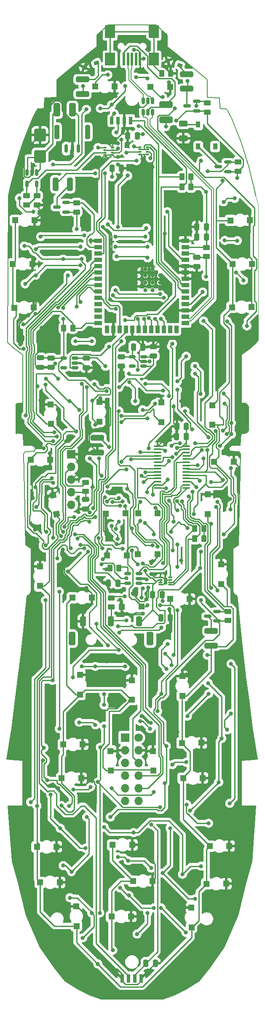
<source format=gbr>
%TF.GenerationSoftware,KiCad,Pcbnew,7.0.2*%
%TF.CreationDate,2024-06-14T10:06:29-04:00*%
%TF.ProjectId,800+,3830302b-2e6b-4696-9361-645f70636258,rev?*%
%TF.SameCoordinates,Original*%
%TF.FileFunction,Copper,L2,Bot*%
%TF.FilePolarity,Positive*%
%FSLAX46Y46*%
G04 Gerber Fmt 4.6, Leading zero omitted, Abs format (unit mm)*
G04 Created by KiCad (PCBNEW 7.0.2) date 2024-06-14 10:06:29*
%MOMM*%
%LPD*%
G01*
G04 APERTURE LIST*
G04 Aperture macros list*
%AMRoundRect*
0 Rectangle with rounded corners*
0 $1 Rounding radius*
0 $2 $3 $4 $5 $6 $7 $8 $9 X,Y pos of 4 corners*
0 Add a 4 corners polygon primitive as box body*
4,1,4,$2,$3,$4,$5,$6,$7,$8,$9,$2,$3,0*
0 Add four circle primitives for the rounded corners*
1,1,$1+$1,$2,$3*
1,1,$1+$1,$4,$5*
1,1,$1+$1,$6,$7*
1,1,$1+$1,$8,$9*
0 Add four rect primitives between the rounded corners*
20,1,$1+$1,$2,$3,$4,$5,0*
20,1,$1+$1,$4,$5,$6,$7,0*
20,1,$1+$1,$6,$7,$8,$9,0*
20,1,$1+$1,$8,$9,$2,$3,0*%
%AMRotRect*
0 Rectangle, with rotation*
0 The origin of the aperture is its center*
0 $1 length*
0 $2 width*
0 $3 Rotation angle, in degrees counterclockwise*
0 Add horizontal line*
21,1,$1,$2,0,0,$3*%
G04 Aperture macros list end*
%TA.AperFunction,SMDPad,CuDef*%
%ADD10R,0.700000X1.600000*%
%TD*%
%TA.AperFunction,SMDPad,CuDef*%
%ADD11R,1.250000X1.225000*%
%TD*%
%TA.AperFunction,SMDPad,CuDef*%
%ADD12RoundRect,0.050000X0.285000X0.100000X-0.285000X0.100000X-0.285000X-0.100000X0.285000X-0.100000X0*%
%TD*%
%TA.AperFunction,SMDPad,CuDef*%
%ADD13R,1.225000X1.250000*%
%TD*%
%TA.AperFunction,SMDPad,CuDef*%
%ADD14RoundRect,0.250000X-0.450000X0.262500X-0.450000X-0.262500X0.450000X-0.262500X0.450000X0.262500X0*%
%TD*%
%TA.AperFunction,SMDPad,CuDef*%
%ADD15RoundRect,0.150000X0.587500X0.150000X-0.587500X0.150000X-0.587500X-0.150000X0.587500X-0.150000X0*%
%TD*%
%TA.AperFunction,SMDPad,CuDef*%
%ADD16RoundRect,0.250000X1.075000X-0.400000X1.075000X0.400000X-1.075000X0.400000X-1.075000X-0.400000X0*%
%TD*%
%TA.AperFunction,SMDPad,CuDef*%
%ADD17RoundRect,0.250000X1.075000X-0.312500X1.075000X0.312500X-1.075000X0.312500X-1.075000X-0.312500X0*%
%TD*%
%TA.AperFunction,SMDPad,CuDef*%
%ADD18RotRect,1.225000X1.250000X280.000000*%
%TD*%
%TA.AperFunction,SMDPad,CuDef*%
%ADD19RoundRect,0.250000X-0.475000X0.250000X-0.475000X-0.250000X0.475000X-0.250000X0.475000X0.250000X0*%
%TD*%
%TA.AperFunction,SMDPad,CuDef*%
%ADD20RoundRect,0.150000X0.150000X0.700000X-0.150000X0.700000X-0.150000X-0.700000X0.150000X-0.700000X0*%
%TD*%
%TA.AperFunction,SMDPad,CuDef*%
%ADD21RoundRect,0.250000X0.250000X1.150000X-0.250000X1.150000X-0.250000X-1.150000X0.250000X-1.150000X0*%
%TD*%
%TA.AperFunction,SMDPad,CuDef*%
%ADD22RoundRect,0.250000X-0.250000X-0.475000X0.250000X-0.475000X0.250000X0.475000X-0.250000X0.475000X0*%
%TD*%
%TA.AperFunction,SMDPad,CuDef*%
%ADD23RoundRect,0.250000X0.262500X0.450000X-0.262500X0.450000X-0.262500X-0.450000X0.262500X-0.450000X0*%
%TD*%
%TA.AperFunction,SMDPad,CuDef*%
%ADD24RoundRect,0.350000X0.350000X1.000000X-0.350000X1.000000X-0.350000X-1.000000X0.350000X-1.000000X0*%
%TD*%
%TA.AperFunction,SMDPad,CuDef*%
%ADD25RoundRect,0.300000X0.300000X0.700000X-0.300000X0.700000X-0.300000X-0.700000X0.300000X-0.700000X0*%
%TD*%
%TA.AperFunction,SMDPad,CuDef*%
%ADD26RoundRect,0.150000X-0.150000X0.512500X-0.150000X-0.512500X0.150000X-0.512500X0.150000X0.512500X0*%
%TD*%
%TA.AperFunction,SMDPad,CuDef*%
%ADD27R,0.500000X2.500000*%
%TD*%
%TA.AperFunction,SMDPad,CuDef*%
%ADD28R,2.000000X2.500000*%
%TD*%
%TA.AperFunction,SMDPad,CuDef*%
%ADD29RoundRect,0.250000X0.625000X-0.312500X0.625000X0.312500X-0.625000X0.312500X-0.625000X-0.312500X0*%
%TD*%
%TA.AperFunction,SMDPad,CuDef*%
%ADD30RoundRect,0.250000X-0.262500X-0.450000X0.262500X-0.450000X0.262500X0.450000X-0.262500X0.450000X0*%
%TD*%
%TA.AperFunction,SMDPad,CuDef*%
%ADD31RoundRect,0.250000X0.475000X-0.250000X0.475000X0.250000X-0.475000X0.250000X-0.475000X-0.250000X0*%
%TD*%
%TA.AperFunction,SMDPad,CuDef*%
%ADD32RoundRect,0.150000X0.512500X0.150000X-0.512500X0.150000X-0.512500X-0.150000X0.512500X-0.150000X0*%
%TD*%
%TA.AperFunction,SMDPad,CuDef*%
%ADD33RoundRect,0.250000X0.250000X0.475000X-0.250000X0.475000X-0.250000X-0.475000X0.250000X-0.475000X0*%
%TD*%
%TA.AperFunction,SMDPad,CuDef*%
%ADD34R,1.500000X0.900000*%
%TD*%
%TA.AperFunction,SMDPad,CuDef*%
%ADD35R,0.900000X1.500000*%
%TD*%
%TA.AperFunction,SMDPad,CuDef*%
%ADD36R,0.900000X0.900000*%
%TD*%
%TA.AperFunction,SMDPad,CuDef*%
%ADD37RoundRect,0.250000X-1.075000X0.312500X-1.075000X-0.312500X1.075000X-0.312500X1.075000X0.312500X0*%
%TD*%
%TA.AperFunction,SMDPad,CuDef*%
%ADD38RoundRect,0.250000X-0.900000X1.000000X-0.900000X-1.000000X0.900000X-1.000000X0.900000X1.000000X0*%
%TD*%
%TA.AperFunction,SMDPad,CuDef*%
%ADD39R,0.900000X1.250000*%
%TD*%
%TA.AperFunction,SMDPad,CuDef*%
%ADD40R,0.800000X1.800000*%
%TD*%
%TA.AperFunction,SMDPad,CuDef*%
%ADD41RoundRect,0.075000X-0.312500X-0.075000X0.312500X-0.075000X0.312500X0.075000X-0.312500X0.075000X0*%
%TD*%
%TA.AperFunction,SMDPad,CuDef*%
%ADD42R,0.800000X1.380000*%
%TD*%
%TA.AperFunction,SMDPad,CuDef*%
%ADD43RoundRect,0.250000X0.400000X1.075000X-0.400000X1.075000X-0.400000X-1.075000X0.400000X-1.075000X0*%
%TD*%
%TA.AperFunction,ComponentPad*%
%ADD44C,1.700000*%
%TD*%
%TA.AperFunction,ComponentPad*%
%ADD45O,1.700000X1.700000*%
%TD*%
%TA.AperFunction,SMDPad,CuDef*%
%ADD46RotRect,1.000000X0.720000X20.000000*%
%TD*%
%TA.AperFunction,SMDPad,CuDef*%
%ADD47RoundRect,0.100000X0.637500X0.100000X-0.637500X0.100000X-0.637500X-0.100000X0.637500X-0.100000X0*%
%TD*%
%TA.AperFunction,SMDPad,CuDef*%
%ADD48RotRect,1.000000X0.720000X340.000000*%
%TD*%
%TA.AperFunction,SMDPad,CuDef*%
%ADD49RoundRect,0.250000X0.450000X-0.262500X0.450000X0.262500X-0.450000X0.262500X-0.450000X-0.262500X0*%
%TD*%
%TA.AperFunction,ComponentPad*%
%ADD50R,1.700000X1.700000*%
%TD*%
%TA.AperFunction,SMDPad,CuDef*%
%ADD51RoundRect,0.250000X0.312500X1.075000X-0.312500X1.075000X-0.312500X-1.075000X0.312500X-1.075000X0*%
%TD*%
%TA.AperFunction,ViaPad*%
%ADD52C,0.800000*%
%TD*%
%TA.AperFunction,Conductor*%
%ADD53C,0.250000*%
%TD*%
%TA.AperFunction,Conductor*%
%ADD54C,0.200000*%
%TD*%
%TA.AperFunction,Profile*%
%ADD55C,0.200000*%
%TD*%
%TA.AperFunction,Profile*%
%ADD56C,0.100000*%
%TD*%
G04 APERTURE END LIST*
D10*
%TO.P,U12,1,SCL*%
%TO.N,LightSensor_SCL*%
X97545000Y-57200000D03*
%TO.P,U12,2,VDD*%
%TO.N,+3.3VP*%
X98815000Y-57200000D03*
%TO.P,U12,3,GND*%
%TO.N,GND*%
X100085000Y-57200000D03*
%TO.P,U12,4,SDA*%
%TO.N,LightSensor_SDA*%
X101355000Y-57200000D03*
%TD*%
D11*
%TO.P,D31,1,K*%
%TO.N,GND*%
X83090000Y-146700000D03*
%TO.P,D31,2,A*%
%TO.N,LED_PWM*%
X83115000Y-150625000D03*
%TD*%
D12*
%TO.P,U6,1,GND*%
%TO.N,GND*%
X104700000Y-62500000D03*
%TO.P,U6,2,VOUT*%
%TO.N,VIN*%
X104700000Y-63000000D03*
%TO.P,U6,3,VIN1*%
%TO.N,VBATT*%
X104700000Y-63500000D03*
%TO.P,U6,4,~{ON}*%
%TO.N,GND*%
X104700000Y-64000000D03*
%TO.P,U6,5,GND*%
X103220000Y-64000000D03*
%TO.P,U6,6,VIN2*%
%TO.N,+5V*%
X103220000Y-63500000D03*
%TO.P,U6,7,VOUT*%
%TO.N,VIN*%
X103220000Y-63000000D03*
%TO.P,U6,8,ST*%
%TO.N,BatteryPowered*%
X103220000Y-62500000D03*
%TD*%
D13*
%TO.P,D25,1,K*%
%TO.N,GND*%
X125302500Y-77220000D03*
%TO.P,D25,2,A*%
%TO.N,LED_PWM*%
X121377500Y-77245000D03*
%TD*%
D14*
%TO.P,R1,1*%
%TO.N,/LCD_BLC*%
X90480000Y-73710000D03*
%TO.P,R1,2*%
%TO.N,+3.3VP*%
X90480000Y-75535000D03*
%TD*%
D15*
%TO.P,Q1,1,G*%
%TO.N,/LCD_BLC*%
X88385000Y-73640000D03*
%TO.P,Q1,2,S*%
%TO.N,+3.3VP*%
X88385000Y-75540000D03*
%TO.P,Q1,3,D*%
%TO.N,Net-(Q1-D)*%
X86510000Y-74590000D03*
%TD*%
D16*
%TO.P,F1,1*%
%TO.N,/Power/USB_input*%
X108400000Y-57050000D03*
%TO.P,F1,2*%
%TO.N,/Power/Vbus*%
X108400000Y-53950000D03*
%TD*%
D17*
%TO.P,SW56,1,1*%
%TO.N,GND*%
X94680000Y-123802500D03*
%TO.P,SW56,2,2*%
%TO.N,Net-(U1-XOUT{slash}P2.7)*%
X94680000Y-120877500D03*
%TD*%
D13*
%TO.P,D30,1,K*%
%TO.N,GND*%
X125622500Y-94650000D03*
%TO.P,D30,2,A*%
%TO.N,LED_PWM*%
X121697500Y-94675000D03*
%TD*%
D11*
%TO.P,D32,1,K*%
%TO.N,GND*%
X116830000Y-132230000D03*
%TO.P,D32,2,A*%
%TO.N,LED_PWM*%
X116855000Y-136155000D03*
%TD*%
D18*
%TO.P,D33,1,K*%
%TO.N,GND*%
X85749215Y-132349815D03*
%TO.P,D33,2,A*%
%TO.N,LED_PWM*%
X86455405Y-136210844D03*
%TD*%
D11*
%TO.P,D14,1,K*%
%TO.N,GND*%
X105850000Y-183737500D03*
%TO.P,D14,2,A*%
%TO.N,LED_PWM*%
X105875000Y-187662500D03*
%TD*%
%TO.P,D39,1,K*%
%TO.N,GND*%
X101570000Y-169517500D03*
%TO.P,D39,2,A*%
%TO.N,LED_PWM*%
X101595000Y-173442500D03*
%TD*%
D19*
%TO.P,C2,1*%
%TO.N,/Buttons/SBWTDIO*%
X92300000Y-133250000D03*
%TO.P,C2,2*%
%TO.N,GND*%
X92300000Y-135150000D03*
%TD*%
D20*
%TO.P,J5,1,Pin_1*%
%TO.N,Net-(J5-Pin_1)*%
X90860000Y-62830000D03*
%TO.P,J5,2,Pin_2*%
%TO.N,GND*%
X89610000Y-62830000D03*
%TO.P,J5,3,Pin_3*%
%TO.N,unconnected-(J5-Pin_3-Pad3)*%
X88360000Y-62830000D03*
D21*
%TO.P,J5,MP*%
%TO.N,N/C*%
X92710000Y-59480000D03*
X86510000Y-59480000D03*
%TD*%
D11*
%TO.P,D23,1,K*%
%TO.N,GND*%
X107500000Y-113797500D03*
%TO.P,D23,2,A*%
%TO.N,LED_PWM*%
X107525000Y-117722500D03*
%TD*%
D22*
%TO.P,C13,1*%
%TO.N,VBATT*%
X107400000Y-157050000D03*
%TO.P,C13,2*%
%TO.N,GND*%
X109300000Y-157050000D03*
%TD*%
D11*
%TO.P,D35,1,K*%
%TO.N,GND*%
X91140000Y-168467500D03*
%TO.P,D35,2,A*%
%TO.N,LED_PWM*%
X91165000Y-172392500D03*
%TD*%
D14*
%TO.P,R11,1*%
%TO.N,/Power/Cradel_input*%
X80420000Y-72275000D03*
%TO.P,R11,2*%
%TO.N,Net-(U8-ADJ)*%
X80420000Y-74100000D03*
%TD*%
D23*
%TO.P,R16,1*%
%TO.N,+3.3V*%
X116025000Y-139110000D03*
%TO.P,R16,2*%
%TO.N,FuelGauge_SCL*%
X114200000Y-139110000D03*
%TD*%
D13*
%TO.P,D15,1,K*%
%TO.N,GND*%
X125722500Y-85970000D03*
%TO.P,D15,2,A*%
%TO.N,LED_PWM*%
X121797500Y-85995000D03*
%TD*%
D24*
%TO.P,J4,*%
%TO.N,*%
X105250000Y-161200000D03*
X89540000Y-161200000D03*
D25*
%TO.P,J4,1,Pin_1*%
%TO.N,VBATT*%
X102990000Y-157670000D03*
%TO.P,J4,2,Pin_2*%
%TO.N,BatteryTemp*%
X97390000Y-157670000D03*
%TO.P,J4,3,Pin_3*%
%TO.N,GND*%
X91790000Y-157670000D03*
%TD*%
D13*
%TO.P,D20,1,K*%
%TO.N,GND*%
X96620000Y-144530000D03*
%TO.P,D20,2,A*%
%TO.N,LED_PWM*%
X100545000Y-144505000D03*
%TD*%
D11*
%TO.P,D36,1,K*%
%TO.N,GND*%
X119514000Y-146287500D03*
%TO.P,D36,2,A*%
%TO.N,LED_PWM*%
X119539000Y-150212500D03*
%TD*%
D17*
%TO.P,R15,1*%
%TO.N,Net-(Q3-D)*%
X112610000Y-50795000D03*
%TO.P,R15,2*%
%TO.N,Net-(IR2-A)*%
X112610000Y-47870000D03*
%TD*%
D26*
%TO.P,U3,1,I/O2*%
%TO.N,/Power/DN*%
X103850000Y-53225000D03*
%TO.P,U3,2,GND*%
%TO.N,GND*%
X104800000Y-53225000D03*
%TO.P,U3,3,I/O1*%
%TO.N,/Power/DP*%
X105750000Y-53225000D03*
%TO.P,U3,4,I/O1*%
%TO.N,D+*%
X105750000Y-55500000D03*
%TO.P,U3,5,Vbus*%
%TO.N,/Power/Vbus*%
X104800000Y-55500000D03*
%TO.P,U3,6,I/O2*%
%TO.N,D-*%
X103850000Y-55500000D03*
%TD*%
D27*
%TO.P,J2,1,VBUS*%
%TO.N,/Power/Vbus*%
X100010000Y-44875000D03*
%TO.P,J2,2,D-*%
%TO.N,/Power/DN*%
X100810000Y-44875000D03*
%TO.P,J2,3,D+*%
%TO.N,/Power/DP*%
X101610000Y-44875000D03*
%TO.P,J2,4,ID*%
%TO.N,unconnected-(J2-ID-Pad4)*%
X102410000Y-44875000D03*
%TO.P,J2,5,GND*%
%TO.N,GND*%
X103210000Y-44875000D03*
D28*
%TO.P,J2,6,Shield*%
%TO.N,/Power/Shield*%
X97210000Y-39375000D03*
X97210000Y-44875000D03*
X106010000Y-39375000D03*
X106010000Y-44875000D03*
%TD*%
D13*
%TO.P,D4,1,K*%
%TO.N,GND*%
X105772500Y-209840000D03*
%TO.P,D4,2,A*%
%TO.N,LED_PWM*%
X101847500Y-209865000D03*
%TD*%
%TO.P,D22,1,K*%
%TO.N,GND*%
X113180000Y-153230000D03*
%TO.P,D22,2,A*%
%TO.N,LED_PWM*%
X109255000Y-153255000D03*
%TD*%
D29*
%TO.P,R21,1*%
%TO.N,GND*%
X111940000Y-60742500D03*
%TO.P,R21,2*%
%TO.N,Net-(BZ1--)*%
X111940000Y-57817500D03*
%TD*%
D14*
%TO.P,R5,1*%
%TO.N,LED_Drive*%
X120890000Y-155725000D03*
%TO.P,R5,2*%
%TO.N,+3.3VP*%
X120890000Y-157550000D03*
%TD*%
%TO.P,R3,1*%
%TO.N,+3.3V*%
X97400000Y-153025000D03*
%TO.P,R3,2*%
%TO.N,BatteryTemp*%
X97400000Y-154850000D03*
%TD*%
D30*
%TO.P,R13,1*%
%TO.N,GND*%
X97145000Y-147000000D03*
%TO.P,R13,2*%
%TO.N,Net-(U11-PROG)*%
X98970000Y-147000000D03*
%TD*%
D12*
%TO.P,U5,1,GND*%
%TO.N,GND*%
X97650000Y-62600000D03*
%TO.P,U5,2,VOUT*%
%TO.N,+5V*%
X97650000Y-63100000D03*
%TO.P,U5,3,VIN1*%
%TO.N,/Power/USB_input*%
X97650000Y-63600000D03*
%TO.P,U5,4,~{ON}*%
%TO.N,GND*%
X97650000Y-64100000D03*
%TO.P,U5,5,GND*%
X96170000Y-64100000D03*
%TO.P,U5,6,VIN2*%
%TO.N,/Power/Cradel_input*%
X96170000Y-63600000D03*
%TO.P,U5,7,VOUT*%
%TO.N,+5V*%
X96170000Y-63100000D03*
%TO.P,U5,8,ST*%
%TO.N,5V_Supply*%
X96170000Y-62600000D03*
%TD*%
D31*
%TO.P,C8,1*%
%TO.N,VIN*%
X105900000Y-104450000D03*
%TO.P,C8,2*%
%TO.N,GND*%
X105900000Y-102550000D03*
%TD*%
D32*
%TO.P,U9,1,VIN*%
%TO.N,VIN*%
X103967500Y-104600000D03*
%TO.P,U9,2,GND*%
%TO.N,GND*%
X103967500Y-105550000D03*
%TO.P,U9,3,EN*%
%TO.N,VIN*%
X103967500Y-106500000D03*
%TO.P,U9,4,NC*%
%TO.N,unconnected-(U9-NC-Pad4)*%
X101692500Y-106500000D03*
%TO.P,U9,5,VOUT*%
%TO.N,+3.3V*%
X101692500Y-104600000D03*
%TD*%
D33*
%TO.P,C12,1*%
%TO.N,+5V*%
X98750000Y-150050000D03*
%TO.P,C12,2*%
%TO.N,GND*%
X96850000Y-150050000D03*
%TD*%
D13*
%TO.P,D11,1,K*%
%TO.N,GND*%
X96350000Y-136090000D03*
%TO.P,D11,2,A*%
%TO.N,LED_PWM*%
X100275000Y-136065000D03*
%TD*%
D19*
%TO.P,C7,1*%
%TO.N,ESP_EN*%
X114650000Y-84600000D03*
%TO.P,C7,2*%
%TO.N,GND*%
X114650000Y-86500000D03*
%TD*%
D13*
%TO.P,D24,1,K*%
%TO.N,GND*%
X91382500Y-189190000D03*
%TO.P,D24,2,A*%
%TO.N,LED_PWM*%
X87457500Y-189215000D03*
%TD*%
%TO.P,D9,1,K*%
%TO.N,GND*%
X106742500Y-136020000D03*
%TO.P,D9,2,A*%
%TO.N,LED_PWM*%
X102817500Y-136045000D03*
%TD*%
D32*
%TO.P,U11,1,STAT*%
%TO.N,ChargeStatus*%
X103015000Y-148170000D03*
%TO.P,U11,2,GND*%
%TO.N,GND*%
X103015000Y-149120000D03*
%TO.P,U11,3,V_{BAT}*%
%TO.N,VBATT*%
X103015000Y-150070000D03*
%TO.P,U11,4,VIN*%
%TO.N,+5V*%
X100740000Y-150070000D03*
%TO.P,U11,5,PROG*%
%TO.N,Net-(U11-PROG)*%
X100740000Y-148170000D03*
%TD*%
D11*
%TO.P,D38,1,K*%
%TO.N,GND*%
X111700000Y-168737500D03*
%TO.P,D38,2,A*%
%TO.N,LED_PWM*%
X111725000Y-172662500D03*
%TD*%
D34*
%TO.P,U2,1,GND*%
%TO.N,GND*%
X112300000Y-81330000D03*
%TO.P,U2,2,3V3*%
%TO.N,+3.3VP*%
X112300000Y-82600000D03*
%TO.P,U2,3,EN*%
%TO.N,ESP_EN*%
X112300000Y-83870000D03*
%TO.P,U2,4,GPIO4/TOUCH4/ADC1_CH3*%
%TO.N,Buzzer_output*%
X112300000Y-85140000D03*
%TO.P,U2,5,GPIO5/TOUCH5/ADC1_CH4*%
%TO.N,GND*%
X112300000Y-86410000D03*
%TO.P,U2,6,GPIO6/TOUCH6/ADC1_CH5*%
X112300000Y-87680000D03*
%TO.P,U2,7,GPIO7/TOUCH7/ADC1_CH6*%
X112300000Y-88950000D03*
%TO.P,U2,8,GPIO15/U0RTS/ADC2_CH4/XTAL_32K_P*%
%TO.N,LightSensor_SDA*%
X112300000Y-90220000D03*
%TO.P,U2,9,GPIO16/U0CTS/ADC2_CH5/XTAL_32K_N*%
%TO.N,LightSensor_SCL*%
X112300000Y-91490000D03*
%TO.P,U2,10,GPIO17/U1TXD/ADC2_CH6*%
%TO.N,unconnected-(U2-GPIO17{slash}U1TXD{slash}ADC2_CH6-Pad10)*%
X112300000Y-92760000D03*
%TO.P,U2,11,GPIO18/U1RXD/ADC2_CH7/CLK_OUT3*%
%TO.N,MSP_TO_ESP*%
X112300000Y-94030000D03*
%TO.P,U2,12,GPIO8/TOUCH8/ADC1_CH7/SUBSPICS1*%
%TO.N,GND*%
X112300000Y-95300000D03*
%TO.P,U2,13,GPIO19/U1RTS/ADC2_CH8/CLK_OUT2/USB_D-*%
%TO.N,D-*%
X112300000Y-96570000D03*
%TO.P,U2,14,GPIO20/U1CTS/ADC2_CH9/CLK_OUT1/USB_D+*%
%TO.N,D+*%
X112300000Y-97840000D03*
D35*
%TO.P,U2,15,GPIO3/TOUCH3/ADC1_CH2*%
%TO.N,unconnected-(U2-GPIO3{slash}TOUCH3{slash}ADC1_CH2-Pad15)*%
X110535000Y-99090000D03*
%TO.P,U2,16,GPIO46*%
%TO.N,unconnected-(U2-GPIO46-Pad16)*%
X109265000Y-99090000D03*
%TO.P,U2,17,GPIO9/TOUCH9/ADC1_CH8/FSPIHD/SUBSPIHD*%
%TO.N,/LCD_RESET*%
X107995000Y-99090000D03*
%TO.P,U2,18,GPIO10/TOUCH10/ADC1_CH9/FSPICS0/FSPIIO4/SUBSPICS0*%
%TO.N,/LCD_DIN*%
X106725000Y-99090000D03*
%TO.P,U2,19,GPIO11/TOUCH11/ADC2_CH0/FSPID/FSPIIO5/SUBSPID*%
%TO.N,/LCD_CLK*%
X105455000Y-99090000D03*
%TO.P,U2,20,GPIO12/TOUCH12/ADC2_CH1/FSPICLK/FSPIIO6/SUBSPICLK*%
%TO.N,/LCD_CS*%
X104185000Y-99090000D03*
%TO.P,U2,21,GPIO13/TOUCH13/ADC2_CH2/FSPIQ/FSPIIO7/SUBSPIQ*%
%TO.N,/LCD_D{slash}C*%
X102915000Y-99090000D03*
%TO.P,U2,22,GPIO14/TOUCH14/ADC2_CH3/FSPIWP/FSPIDQS/SUBSPIWP*%
%TO.N,GND*%
X101645000Y-99090000D03*
%TO.P,U2,23,GPIO21*%
%TO.N,IR_input*%
X100375000Y-99090000D03*
%TO.P,U2,24,GPIO47/SPICLK_P/SUBSPICLK_P_DIFF*%
%TO.N,5V_Supply*%
X99105000Y-99090000D03*
%TO.P,U2,25,GPIO48/SPICLK_N/SUBSPICLK_N_DIFF*%
%TO.N,GND*%
X97835000Y-99090000D03*
%TO.P,U2,26,GPIO45*%
%TO.N,unconnected-(U2-GPIO45-Pad26)*%
X96565000Y-99090000D03*
D34*
%TO.P,U2,27,GPIO0/BOOT*%
%TO.N,ESP_IO0*%
X94800000Y-97840000D03*
%TO.P,U2,28,SPIIO6/GPIO35/FSPID/SUBSPID*%
%TO.N,unconnected-(U2-SPIIO6{slash}GPIO35{slash}FSPID{slash}SUBSPID-Pad28)*%
X94800000Y-96570000D03*
%TO.P,U2,29,SPIIO7/GPIO36/FSPICLK/SUBSPICLK*%
%TO.N,unconnected-(U2-SPIIO7{slash}GPIO36{slash}FSPICLK{slash}SUBSPICLK-Pad29)*%
X94800000Y-95300000D03*
%TO.P,U2,30,SPIDQS/GPIO37/FSPIQ/SUBSPIQ*%
%TO.N,unconnected-(U2-SPIDQS{slash}GPIO37{slash}FSPIQ{slash}SUBSPIQ-Pad30)*%
X94800000Y-94030000D03*
%TO.P,U2,31,GPIO38/FSPIWP/SUBSPIWP*%
%TO.N,LED_Drive*%
X94800000Y-92760000D03*
%TO.P,U2,32,MTCK/GPIO39/CLK_OUT3/SUBSPICS1*%
%TO.N,TCK*%
X94800000Y-91490000D03*
%TO.P,U2,33,MTDO/GPIO40/CLK_OUT2*%
%TO.N,TDO*%
X94800000Y-90220000D03*
%TO.P,U2,34,MTDI/GPIO41/CLK_OUT1*%
%TO.N,TDI*%
X94800000Y-88950000D03*
%TO.P,U2,35,MTMS/GPIO42*%
%TO.N,TMS*%
X94800000Y-87680000D03*
%TO.P,U2,36,U0RXD/GPIO44/CLK_OUT2*%
%TO.N,ESP_RXD*%
X94800000Y-86410000D03*
%TO.P,U2,37,U0TXD/GPIO43/CLK_OUT1*%
%TO.N,ESP_TXD*%
X94800000Y-85140000D03*
%TO.P,U2,38,GPIO2/TOUCH2/ADC1_CH1*%
%TO.N,IR_output*%
X94800000Y-83870000D03*
%TO.P,U2,39,GPIO1/TOUCH1/ADC1_CH0*%
%TO.N,/LCD_BLC*%
X94800000Y-82600000D03*
%TO.P,U2,40,GND*%
%TO.N,GND*%
X94800000Y-81330000D03*
D36*
%TO.P,U2,41,GND*%
X106450000Y-90450000D03*
X106450000Y-90450000D03*
X106450000Y-89050000D03*
X106450000Y-87650000D03*
X105050000Y-90450000D03*
X105050000Y-89050000D03*
X105050000Y-87650000D03*
X105050000Y-87650000D03*
X103650000Y-90450000D03*
X103650000Y-89050000D03*
X103650000Y-87650000D03*
%TD*%
D15*
%TO.P,Q2,1,G*%
%TO.N,LED_Drive*%
X118665000Y-155750000D03*
%TO.P,Q2,2,S*%
%TO.N,+3.3VP*%
X118665000Y-157650000D03*
%TO.P,Q2,3,D*%
%TO.N,Net-(Q2-D)*%
X116790000Y-156700000D03*
%TD*%
D19*
%TO.P,C10,1*%
%TO.N,+3.3V*%
X99490000Y-104610000D03*
%TO.P,C10,2*%
%TO.N,GND*%
X99490000Y-106510000D03*
%TD*%
D33*
%TO.P,C1,1*%
%TO.N,GND*%
X99500000Y-66800000D03*
%TO.P,C1,2*%
%TO.N,+3.3VP*%
X97600000Y-66800000D03*
%TD*%
D37*
%TO.P,R6,1*%
%TO.N,Net-(Q2-D)*%
X117540000Y-159665000D03*
%TO.P,R6,2*%
%TO.N,LED_PWM*%
X117540000Y-162590000D03*
%TD*%
D38*
%TO.P,TVS1,1,A1*%
%TO.N,GND*%
X83120000Y-60082500D03*
%TO.P,TVS1,2,A2*%
%TO.N,+8V*%
X83120000Y-64382500D03*
%TD*%
D19*
%TO.P,C15,1*%
%TO.N,+3.3VP*%
X83200000Y-104800000D03*
%TO.P,C15,2*%
%TO.N,GND*%
X83200000Y-106700000D03*
%TD*%
D39*
%TO.P,BZ1,*%
%TO.N,*%
X118310000Y-62400000D03*
%TO.P,BZ1,1,+*%
%TO.N,Net-(BZ1-+)*%
X114910000Y-62400000D03*
%TO.P,BZ1,2,-*%
%TO.N,Net-(BZ1--)*%
X114910000Y-58000000D03*
%TD*%
D19*
%TO.P,C14,1*%
%TO.N,VIN*%
X92450000Y-104900000D03*
%TO.P,C14,2*%
%TO.N,GND*%
X92450000Y-106800000D03*
%TD*%
D13*
%TO.P,D13,1,K*%
%TO.N,GND*%
X82062500Y-77190000D03*
%TO.P,D13,2,A*%
%TO.N,LED_PWM*%
X78137500Y-77215000D03*
%TD*%
D40*
%TO.P,U7,1,GND*%
%TO.N,GND*%
X103410000Y-229400000D03*
X99600000Y-229400000D03*
%TO.P,U7,2,Vs*%
%TO.N,+3.3VP*%
X102140000Y-229400000D03*
%TO.P,U7,3,OUT*%
%TO.N,IR_input*%
X100870000Y-229400000D03*
%TD*%
D41*
%TO.P,U10,1,CTG*%
%TO.N,GND*%
X107332500Y-150370000D03*
%TO.P,U10,2,CELL*%
%TO.N,VBATT*%
X107332500Y-149870000D03*
%TO.P,U10,3,VDD*%
X107332500Y-149370000D03*
%TO.P,U10,4,GND*%
%TO.N,GND*%
X107332500Y-148870000D03*
%TO.P,U10,5,~{ALRT}*%
%TO.N,FuelGauge_Alert*%
X109307500Y-148870000D03*
%TO.P,U10,6,QSTRT*%
%TO.N,GND*%
X109307500Y-149370000D03*
%TO.P,U10,7,SCL*%
%TO.N,FuelGauge_SCL*%
X109307500Y-149870000D03*
%TO.P,U10,8,SDA*%
%TO.N,FuelGauge_SDA*%
X109307500Y-150370000D03*
D42*
%TO.P,U10,9,GND*%
%TO.N,GND*%
X108320000Y-149620000D03*
%TD*%
D43*
%TO.P,F2,1*%
%TO.N,Net-(J5-Pin_1)*%
X89650000Y-55030000D03*
%TO.P,F2,2*%
%TO.N,+8V*%
X86550000Y-55030000D03*
%TD*%
D13*
%TO.P,D17,1,K*%
%TO.N,GND*%
X81582500Y-85950000D03*
%TO.P,D17,2,A*%
%TO.N,LED_PWM*%
X77657500Y-85975000D03*
%TD*%
D15*
%TO.P,Q3,1,G*%
%TO.N,IR_output*%
X114590000Y-53330000D03*
%TO.P,Q3,2,S*%
%TO.N,+3.3VP*%
X114590000Y-55230000D03*
%TO.P,Q3,3,D*%
%TO.N,Net-(Q3-D)*%
X112715000Y-54280000D03*
%TD*%
D30*
%TO.P,R19,1*%
%TO.N,LightSensor_SDA*%
X111637500Y-70500000D03*
%TO.P,R19,2*%
%TO.N,+3.3VP*%
X113462500Y-70500000D03*
%TD*%
D14*
%TO.P,R18,1*%
%TO.N,Buzzer_output*%
X122910000Y-65515000D03*
%TO.P,R18,2*%
%TO.N,+3.3VP*%
X122910000Y-67340000D03*
%TD*%
D13*
%TO.P,D26,1,K*%
%TO.N,GND*%
X115572500Y-182120000D03*
%TO.P,D26,2,A*%
%TO.N,LED_PWM*%
X111647500Y-182145000D03*
%TD*%
%TO.P,D28,1,K*%
%TO.N,GND*%
X109262500Y-50400000D03*
%TO.P,D28,2,A*%
%TO.N,LED_PWM*%
X105337500Y-50425000D03*
%TD*%
%TO.P,D5,1,K*%
%TO.N,GND*%
X121152500Y-202830000D03*
%TO.P,D5,2,A*%
%TO.N,LED_PWM*%
X117227500Y-202855000D03*
%TD*%
D44*
%TO.P,J7,1,Pin_1*%
%TO.N,+3.3VP*%
X102900000Y-181050000D03*
D45*
%TO.P,J7,2,Pin_2*%
%TO.N,GND*%
X102900000Y-183590000D03*
%TO.P,J7,3,Pin_3*%
%TO.N,ESP_IO0*%
X102900000Y-186130000D03*
%TO.P,J7,4,Pin_4*%
%TO.N,ESP_RXD*%
X102900000Y-188670000D03*
%TO.P,J7,5,Pin_5*%
%TO.N,ESP_TXD*%
X102900000Y-191210000D03*
%TO.P,J7,6,Pin_6*%
%TO.N,ESP_EN*%
X102900000Y-193750000D03*
%TD*%
D13*
%TO.P,D2,1,K*%
%TO.N,GND*%
X101402500Y-216960000D03*
%TO.P,D2,2,A*%
%TO.N,LED_PWM*%
X97477500Y-216985000D03*
%TD*%
D46*
%TO.P,IR1,1,K*%
%TO.N,GND*%
X92016800Y-46519252D03*
%TO.P,IR1,2,A*%
%TO.N,Net-(IR1-A)*%
X94460000Y-45630000D03*
%TD*%
D47*
%TO.P,U1,1,DVCC*%
%TO.N,+3.3V*%
X112482500Y-122525000D03*
%TO.P,U1,2,TA0CLK/ACLK/A0/CA0/P1.0*%
%TO.N,BatteryTemp*%
X112482500Y-123175000D03*
%TO.P,U1,3,TA0.0/UCA0RXD/UCA0SOMI/A1/CA1/P1.1*%
%TO.N,ChargeStatus*%
X112482500Y-123825000D03*
%TO.P,U1,4,TA0.1/UCA0TXD/UCA0SIMO/A2/CA2/P1.2*%
%TO.N,MSP_TO_ESP*%
X112482500Y-124475000D03*
%TO.P,U1,5,ADC10CLK/CAOUT/VREF-/VeREF-/A3/CA3/P1.3*%
%TO.N,BatteryPowered*%
X112482500Y-125125000D03*
%TO.P,U1,6,TCK/SMCLK/UCB0STE/UCA0CLK/VREF+/VeREF+/A4/CA4/P1.4*%
%TO.N,FuelGauge_Alert*%
X112482500Y-125775000D03*
%TO.P,U1,7,TMS/TA0.0/UCB0CLK/UCA0STE/A5/CA5/P1.5*%
%TO.N,3v3VP_Enable*%
X112482500Y-126425000D03*
%TO.P,U1,8,P3.1/TA1.0*%
%TO.N,B*%
X112482500Y-127075000D03*
%TO.P,U1,9,P3.0/TA0.2*%
%TO.N,A*%
X112482500Y-127725000D03*
%TO.P,U1,10,TA1.0/P2.0*%
%TO.N,1*%
X112482500Y-128375000D03*
%TO.P,U1,11,TA1.1/P2.1*%
%TO.N,2*%
X112482500Y-129025000D03*
%TO.P,U1,12,TA1.1/P2.2*%
%TO.N,3*%
X112482500Y-129675000D03*
%TO.P,U1,13,P3.2/TA1.1*%
%TO.N,C*%
X112482500Y-130325000D03*
%TO.P,U1,14,P3.3/TA1.2*%
%TO.N,D*%
X112482500Y-130975000D03*
%TO.P,U1,15,P3.4/TA0.0*%
%TO.N,E*%
X106757500Y-130975000D03*
%TO.P,U1,16,TA1.0/P2.3*%
%TO.N,4*%
X106757500Y-130325000D03*
%TO.P,U1,17,TA1.2/P2.4*%
%TO.N,5*%
X106757500Y-129675000D03*
%TO.P,U1,18,TA1.2/P2.5*%
%TO.N,6*%
X106757500Y-129025000D03*
%TO.P,U1,19,P3.5/TA0.1*%
%TO.N,F*%
X106757500Y-128375000D03*
%TO.P,U1,20,P3.6/TA0.2*%
%TO.N,G*%
X106757500Y-127725000D03*
%TO.P,U1,21,P3.7/TA1CLK/CAOUT*%
%TO.N,H*%
X106757500Y-127075000D03*
%TO.P,U1,22,TDI/TCLK/TA0.1/UCB0SOMI/UCB0SCL/A6/CA6/P1.6*%
%TO.N,FuelGauge_SCL*%
X106757500Y-126425000D03*
%TO.P,U1,23,TDO/TDI/CAOUT/UCB0SIMO/UCB0SDA/A7/CA7/P1.7*%
%TO.N,FuelGauge_SDA*%
X106757500Y-125775000D03*
%TO.P,U1,24,~{RST}/NMI/SBWTDIO*%
%TO.N,/Buttons/SBWTDIO*%
X106757500Y-125125000D03*
%TO.P,U1,25,SBWTCK/TEST*%
%TO.N,/Buttons/SBWTCK*%
X106757500Y-124475000D03*
%TO.P,U1,26,XOUT/P2.7*%
%TO.N,Net-(U1-XOUT{slash}P2.7)*%
X106757500Y-123825000D03*
%TO.P,U1,27,TA0.1/XIN/P2.6*%
%TO.N,7*%
X106757500Y-123175000D03*
%TO.P,U1,28,DVSS*%
%TO.N,GND*%
X106757500Y-122525000D03*
%TD*%
D13*
%TO.P,D18,1,K*%
%TO.N,GND*%
X98102500Y-50360000D03*
%TO.P,D18,2,A*%
%TO.N,LED_PWM*%
X94177500Y-50385000D03*
%TD*%
D22*
%TO.P,C9,1*%
%TO.N,+3.3V*%
X101900000Y-102650000D03*
%TO.P,C9,2*%
%TO.N,GND*%
X103800000Y-102650000D03*
%TD*%
D13*
%TO.P,D7,1,K*%
%TO.N,GND*%
X86432500Y-202980000D03*
%TO.P,D7,2,A*%
%TO.N,LED_PWM*%
X82507500Y-203005000D03*
%TD*%
D48*
%TO.P,IR2,1,K*%
%TO.N,GND*%
X108760000Y-45210000D03*
%TO.P,IR2,2,A*%
%TO.N,Net-(IR2-A)*%
X111203200Y-46099252D03*
%TD*%
D33*
%TO.P,C4,1*%
%TO.N,+3.3V*%
X112470000Y-120600000D03*
%TO.P,C4,2*%
%TO.N,GND*%
X110570000Y-120600000D03*
%TD*%
D13*
%TO.P,D8,1,K*%
%TO.N,GND*%
X120522500Y-210400000D03*
%TO.P,D8,2,A*%
%TO.N,LED_PWM*%
X116597500Y-210425000D03*
%TD*%
D33*
%TO.P,C6,1*%
%TO.N,+3.3VP*%
X116550000Y-78500000D03*
%TO.P,C6,2*%
%TO.N,GND*%
X114650000Y-78500000D03*
%TD*%
D26*
%TO.P,U8,1,IN*%
%TO.N,+8V*%
X80530000Y-67595000D03*
%TO.P,U8,2,GND*%
%TO.N,GND*%
X81480000Y-67595000D03*
%TO.P,U8,3,EN*%
%TO.N,+8V*%
X82430000Y-67595000D03*
%TO.P,U8,4,ADJ*%
%TO.N,Net-(U8-ADJ)*%
X82430000Y-69870000D03*
%TO.P,U8,5,OUT*%
%TO.N,/Power/Cradel_input*%
X80530000Y-69870000D03*
%TD*%
D13*
%TO.P,D16,1,K*%
%TO.N,GND*%
X122052500Y-125664000D03*
%TO.P,D16,2,A*%
%TO.N,LED_PWM*%
X118127500Y-125689000D03*
%TD*%
D49*
%TO.P,R9,1*%
%TO.N,ESP_EN*%
X116600000Y-84500000D03*
%TO.P,R9,2*%
%TO.N,+3.3VP*%
X116600000Y-82675000D03*
%TD*%
D11*
%TO.P,D3,1,K*%
%TO.N,GND*%
X113550000Y-215207500D03*
%TO.P,D3,2,A*%
%TO.N,LED_PWM*%
X113575000Y-219132500D03*
%TD*%
%TO.P,D34,1,K*%
%TO.N,GND*%
X117730000Y-114337500D03*
%TO.P,D34,2,A*%
%TO.N,LED_PWM*%
X117755000Y-118262500D03*
%TD*%
D14*
%TO.P,R10,1*%
%TO.N,IR_output*%
X116750000Y-53647500D03*
%TO.P,R10,2*%
%TO.N,+3.3VP*%
X116750000Y-55472500D03*
%TD*%
D11*
%TO.P,D42,1,K*%
%TO.N,GND*%
X95070000Y-113707500D03*
%TO.P,D42,2,A*%
%TO.N,LED_PWM*%
X95095000Y-117632500D03*
%TD*%
D14*
%TO.P,R4,1*%
%TO.N,+3.3V*%
X92300000Y-129837500D03*
%TO.P,R4,2*%
%TO.N,/Buttons/SBWTDIO*%
X92300000Y-131662500D03*
%TD*%
D13*
%TO.P,D21,1,K*%
%TO.N,GND*%
X99567500Y-154790000D03*
%TO.P,D21,2,A*%
%TO.N,LED_PWM*%
X103492500Y-154765000D03*
%TD*%
%TO.P,D6,1,K*%
%TO.N,GND*%
X87082500Y-210120000D03*
%TO.P,D6,2,A*%
%TO.N,LED_PWM*%
X83157500Y-210145000D03*
%TD*%
D11*
%TO.P,D19,1,K*%
%TO.N,GND*%
X85275000Y-114162500D03*
%TO.P,D19,2,A*%
%TO.N,LED_PWM*%
X85300000Y-118087500D03*
%TD*%
D23*
%TO.P,R8,1*%
%TO.N,ESP_IO0*%
X89690000Y-98850000D03*
%TO.P,R8,2*%
%TO.N,+3.3VP*%
X87865000Y-98850000D03*
%TD*%
D13*
%TO.P,D12,1,K*%
%TO.N,GND*%
X85162500Y-125274000D03*
%TO.P,D12,2,A*%
%TO.N,LED_PWM*%
X81237500Y-125299000D03*
%TD*%
D11*
%TO.P,D43,1,K*%
%TO.N,GND*%
X97300000Y-183737500D03*
%TO.P,D43,2,A*%
%TO.N,LED_PWM*%
X97325000Y-187662500D03*
%TD*%
D50*
%TO.P,J3,1,Pin_1*%
%TO.N,GND*%
X89420000Y-124180000D03*
D45*
%TO.P,J3,2,Pin_2*%
%TO.N,+3.3V*%
X89420000Y-126720000D03*
%TO.P,J3,3,Pin_3*%
%TO.N,GND*%
X89420000Y-129260000D03*
%TO.P,J3,4,Pin_4*%
%TO.N,/Buttons/SBWTDIO*%
X89420000Y-131800000D03*
%TO.P,J3,5,Pin_5*%
%TO.N,/Buttons/SBWTCK*%
X89420000Y-134340000D03*
%TD*%
D22*
%TO.P,C11,1*%
%TO.N,VBATT*%
X105760000Y-152370000D03*
%TO.P,C11,2*%
%TO.N,GND*%
X107660000Y-152370000D03*
%TD*%
D30*
%TO.P,R17,1*%
%TO.N,FuelGauge_SDA*%
X114195000Y-141120000D03*
%TO.P,R17,2*%
%TO.N,+3.3V*%
X116020000Y-141120000D03*
%TD*%
%TO.P,R7,1*%
%TO.N,/Power/Shield*%
X107587500Y-47750000D03*
%TO.P,R7,2*%
%TO.N,GND*%
X109412500Y-47750000D03*
%TD*%
D22*
%TO.P,C17,1*%
%TO.N,+3.3VP*%
X104400000Y-226350000D03*
%TO.P,C17,2*%
%TO.N,GND*%
X106300000Y-226350000D03*
%TD*%
D51*
%TO.P,R2,1*%
%TO.N,Net-(Q1-D)*%
X89145000Y-69980000D03*
%TO.P,R2,2*%
%TO.N,/LEDA*%
X86220000Y-69980000D03*
%TD*%
D15*
%TO.P,Q4,1,G*%
%TO.N,Buzzer_output*%
X120855000Y-65520000D03*
%TO.P,Q4,2,S*%
%TO.N,+3.3VP*%
X120855000Y-67420000D03*
%TO.P,Q4,3,D*%
%TO.N,Net-(BZ1-+)*%
X118980000Y-66470000D03*
%TD*%
D33*
%TO.P,C3,1*%
%TO.N,+3.3V*%
X112500000Y-118620000D03*
%TO.P,C3,2*%
%TO.N,GND*%
X110600000Y-118620000D03*
%TD*%
D50*
%TO.P,J6,1,Pin_1*%
%TO.N,+3.3VP*%
X100250000Y-181050000D03*
D45*
%TO.P,J6,2,Pin_2*%
%TO.N,GND*%
X100250000Y-183590000D03*
%TO.P,J6,3,Pin_3*%
%TO.N,TCK*%
X100250000Y-186130000D03*
%TO.P,J6,4,Pin_4*%
%TO.N,TDO*%
X100250000Y-188670000D03*
%TO.P,J6,5,Pin_5*%
%TO.N,TDI*%
X100250000Y-191210000D03*
%TO.P,J6,6,Pin_6*%
%TO.N,TMS*%
X100250000Y-193750000D03*
%TD*%
D13*
%TO.P,D37,1,K*%
%TO.N,GND*%
X93542500Y-152960000D03*
%TO.P,D37,2,A*%
%TO.N,LED_PWM*%
X89617500Y-152985000D03*
%TD*%
%TO.P,D10,1,K*%
%TO.N,GND*%
X106730000Y-144200000D03*
%TO.P,D10,2,A*%
%TO.N,LED_PWM*%
X102805000Y-144225000D03*
%TD*%
%TO.P,D41,1,K*%
%TO.N,GND*%
X101642500Y-202590000D03*
%TO.P,D41,2,A*%
%TO.N,LED_PWM*%
X97717500Y-202615000D03*
%TD*%
D19*
%TO.P,C16,1*%
%TO.N,+3.3VP*%
X85300000Y-104850000D03*
%TO.P,C16,2*%
%TO.N,GND*%
X85300000Y-106750000D03*
%TD*%
D49*
%TO.P,R12,1*%
%TO.N,GND*%
X82510000Y-74102500D03*
%TO.P,R12,2*%
%TO.N,Net-(U8-ADJ)*%
X82510000Y-72277500D03*
%TD*%
D32*
%TO.P,U4,1,VIN*%
%TO.N,VIN*%
X90127500Y-104900000D03*
%TO.P,U4,2,GND*%
%TO.N,GND*%
X90127500Y-105850000D03*
%TO.P,U4,3,EN*%
%TO.N,3v3VP_Enable*%
X90127500Y-106800000D03*
%TO.P,U4,4,NC*%
%TO.N,unconnected-(U4-NC-Pad4)*%
X87852500Y-106800000D03*
%TO.P,U4,5,VOUT*%
%TO.N,+3.3VP*%
X87852500Y-104900000D03*
%TD*%
D13*
%TO.P,D40,1,K*%
%TO.N,GND*%
X91702500Y-182430000D03*
%TO.P,D40,2,A*%
%TO.N,LED_PWM*%
X87777500Y-182455000D03*
%TD*%
D23*
%TO.P,R20,1*%
%TO.N,+3.3VP*%
X113462500Y-68500000D03*
%TO.P,R20,2*%
%TO.N,LightSensor_SCL*%
X111637500Y-68500000D03*
%TD*%
D13*
%TO.P,D27,1,K*%
%TO.N,GND*%
X115802500Y-189170000D03*
%TO.P,D27,2,A*%
%TO.N,LED_PWM*%
X111877500Y-189195000D03*
%TD*%
%TO.P,D29,1,K*%
%TO.N,GND*%
X81872500Y-94740000D03*
%TO.P,D29,2,A*%
%TO.N,LED_PWM*%
X77947500Y-94765000D03*
%TD*%
D11*
%TO.P,D1,1,K*%
%TO.N,GND*%
X90430000Y-214947500D03*
%TO.P,D1,2,A*%
%TO.N,LED_PWM*%
X90455000Y-218872500D03*
%TD*%
D33*
%TO.P,C5,1*%
%TO.N,+3.3VP*%
X116550000Y-80550000D03*
%TO.P,C5,2*%
%TO.N,GND*%
X114650000Y-80550000D03*
%TD*%
D17*
%TO.P,R14,1*%
%TO.N,Net-(Q3-D)*%
X91650000Y-51845000D03*
%TO.P,R14,2*%
%TO.N,Net-(IR1-A)*%
X91650000Y-48920000D03*
%TD*%
D33*
%TO.P,C18,1*%
%TO.N,+3.3VP*%
X102650000Y-60250000D03*
%TO.P,C18,2*%
%TO.N,GND*%
X100750000Y-60250000D03*
%TD*%
D52*
%TO.N,+3.3VP*%
X98450000Y-59600000D03*
%TO.N,LightSensor_SCL*%
X102950000Y-58300000D03*
X98050000Y-55800000D03*
%TO.N,A*%
X112750000Y-139000000D03*
X79967869Y-82369276D03*
X87750000Y-85000000D03*
X120250000Y-81250000D03*
X115394660Y-112044951D03*
X104750000Y-48750000D03*
X91500000Y-85000000D03*
X122746866Y-81297238D03*
X114250000Y-106500000D03*
X107250000Y-92000000D03*
X117505973Y-129755973D03*
X119856865Y-129303811D03*
X109427021Y-139789814D03*
X116751759Y-123366096D03*
X102442138Y-48475128D03*
X98250000Y-91250000D03*
X80275500Y-116421429D03*
%TO.N,1*%
X109012299Y-112487701D03*
X95250000Y-54750000D03*
X117000000Y-120750000D03*
X108500000Y-167250000D03*
X118410046Y-119473747D03*
X93500000Y-101500000D03*
X112250000Y-115500000D03*
X90250000Y-101500000D03*
X114005051Y-136205026D03*
X100250000Y-50250000D03*
X108750000Y-162250000D03*
X104250000Y-110000000D03*
X97512653Y-54012653D03*
%TO.N,B*%
X116000000Y-125000000D03*
X100496760Y-149069500D03*
X120000000Y-140250000D03*
X121604172Y-117912773D03*
X119250000Y-122500000D03*
X101046949Y-109727649D03*
X120750000Y-97500000D03*
X97750000Y-92250000D03*
X121500000Y-127000000D03*
X82250000Y-88250000D03*
X92451471Y-54948520D03*
X98750000Y-158750000D03*
X80120149Y-89955475D03*
X124000634Y-89256576D03*
X91250000Y-86250000D03*
X95500000Y-146250000D03*
X108000000Y-92750000D03*
X85750000Y-66000000D03*
X115268298Y-147051142D03*
X115500000Y-143750000D03*
X122522000Y-87640604D03*
X102250000Y-113500000D03*
X121604172Y-120145828D03*
%TO.N,C*%
X124696807Y-98430832D03*
X101591526Y-139116124D03*
X105750000Y-142500000D03*
X109774500Y-143500000D03*
X100615879Y-131094224D03*
X82224500Y-130810714D03*
X115500000Y-65250000D03*
X96650000Y-130670403D03*
X110249550Y-54783891D03*
X88750000Y-88250000D03*
X90413577Y-119596689D03*
X104500000Y-78750000D03*
X79739440Y-98128900D03*
X82212805Y-95964500D03*
X90000000Y-136750000D03*
X88000000Y-138750000D03*
X84263353Y-110237353D03*
X84424500Y-139725000D03*
X96750000Y-78000000D03*
%TO.N,D*%
X93113897Y-125000000D03*
X81750000Y-75500000D03*
X99000000Y-160000000D03*
X94860360Y-141055600D03*
X122233434Y-72817688D03*
X93788000Y-135000000D03*
X110755551Y-135419503D03*
X88750000Y-147750000D03*
X98250000Y-80500000D03*
X107887299Y-111362701D03*
X99000000Y-110750000D03*
X91000000Y-115250000D03*
X98668220Y-141216320D03*
X89089194Y-113491208D03*
X95639572Y-143089572D03*
X84275500Y-109000000D03*
X104250000Y-80500000D03*
X113691008Y-119210140D03*
X120000000Y-73500000D03*
X83250000Y-80500000D03*
X92000000Y-80250000D03*
X107505003Y-158954059D03*
X92750000Y-143750000D03*
X79000000Y-72750000D03*
X110750000Y-111250000D03*
X96750000Y-162500000D03*
X97550000Y-138600000D03*
%TO.N,E*%
X109250000Y-199250000D03*
X94500000Y-158250000D03*
X113250000Y-195750000D03*
X85250000Y-192500000D03*
X107750000Y-208250000D03*
X116902696Y-170109864D03*
X119644444Y-181217740D03*
X108474500Y-131026207D03*
X105500000Y-207250000D03*
X100831854Y-205771288D03*
X114300500Y-213400000D03*
X87174924Y-199249050D03*
X98750000Y-205000000D03*
X92250000Y-203250000D03*
X89719799Y-168969799D03*
X119023569Y-190012280D03*
X98944560Y-163500000D03*
%TO.N,F*%
X89000000Y-194750000D03*
X103500000Y-128500000D03*
X102625398Y-220498424D03*
X96617619Y-133689460D03*
X83907985Y-183080717D03*
X85628591Y-169571097D03*
X101905609Y-200134185D03*
X115493811Y-206857080D03*
X98983221Y-132948714D03*
X111750000Y-208500000D03*
X84523719Y-189604816D03*
X104750000Y-216250000D03*
X94226542Y-136798861D03*
X96000000Y-199000000D03*
%TO.N,G*%
X112602000Y-194500000D03*
X89147491Y-213199742D03*
X96000000Y-178750000D03*
X95975729Y-174500000D03*
X91674513Y-221249027D03*
X93500000Y-216250000D03*
X95250000Y-183000000D03*
X95975729Y-172357920D03*
X95124500Y-216250000D03*
X107250000Y-195000000D03*
X104250000Y-127799500D03*
X100512299Y-127262299D03*
X94750000Y-190000000D03*
X99678554Y-143118629D03*
X117000000Y-198250000D03*
%TO.N,H*%
X99250000Y-211250000D03*
X107434500Y-215250000D03*
X107474500Y-172300007D03*
X87799670Y-206743555D03*
X107875500Y-145987701D03*
X97250000Y-197000000D03*
X89438222Y-207991620D03*
X112444785Y-220188587D03*
X101000000Y-212750000D03*
X105985500Y-215250000D03*
X110750000Y-155500000D03*
X108217603Y-190171195D03*
X108500000Y-182750000D03*
X92500000Y-197000000D03*
%TO.N,2*%
X85521663Y-128991230D03*
X121250000Y-194250000D03*
X98250000Y-82500000D03*
X84225500Y-153500000D03*
X104750000Y-82500000D03*
X121500000Y-166250000D03*
X81250000Y-194000000D03*
X118728616Y-133771384D03*
X91250000Y-82500000D03*
X82250000Y-83000000D03*
X82374500Y-134790500D03*
X118762299Y-151487701D03*
X115250000Y-129500000D03*
%TO.N,3*%
X117500000Y-151000000D03*
X98500000Y-84500000D03*
X119859546Y-119446897D03*
X114500000Y-130750000D03*
X104750000Y-84750000D03*
X120250000Y-114000000D03*
X118498322Y-134748322D03*
%TO.N,4*%
X100250000Y-166750000D03*
X103750000Y-115250000D03*
X109500000Y-122500000D03*
X98394364Y-139139036D03*
X91500000Y-166750000D03*
X111228951Y-121978951D03*
X108750000Y-129250000D03*
X106250000Y-114000000D03*
X98943652Y-137724333D03*
X94250000Y-166750000D03*
X105851068Y-132313050D03*
%TO.N,5*%
X86574500Y-145100000D03*
X92006264Y-143082271D03*
X95500000Y-128500000D03*
X91000000Y-178000000D03*
X95000000Y-125000000D03*
X117000000Y-172250000D03*
X99250000Y-134500000D03*
X103250000Y-177750000D03*
X105250000Y-179250000D03*
X104750000Y-117000000D03*
X110750000Y-109500000D03*
X99500000Y-117750000D03*
X112750000Y-176750000D03*
X112500000Y-104500000D03*
X84250000Y-142500000D03*
X96137000Y-132813097D03*
X87000000Y-151750000D03*
X85721000Y-129970653D03*
X87000000Y-179250000D03*
X94250000Y-178500000D03*
X104605104Y-131786660D03*
%TO.N,6*%
X106000000Y-192000000D03*
X93262299Y-190987701D03*
X120750000Y-179500000D03*
X89774952Y-191475048D03*
X97500000Y-191250000D03*
X121500000Y-176250000D03*
X109750000Y-186500000D03*
X97722148Y-133736386D03*
X112500000Y-186000000D03*
X89294200Y-143055800D03*
X99726836Y-133616578D03*
X103974500Y-129774136D03*
X93050000Y-137724500D03*
%TO.N,7*%
X108250000Y-164250000D03*
X108250000Y-123500000D03*
X103750000Y-151100500D03*
X106000000Y-140250000D03*
X101558869Y-143434686D03*
X109500000Y-166500000D03*
X103500000Y-153000000D03*
X102750000Y-146250000D03*
X104231317Y-137981317D03*
X109021893Y-133478107D03*
X110000000Y-137724500D03*
%TO.N,/LCD_D{slash}C*%
X102800000Y-97000000D03*
%TO.N,/LCD_CS*%
X104000000Y-97000000D03*
%TO.N,/LCD_CLK*%
X105000000Y-96800000D03*
%TO.N,/LCD_DIN*%
X106200000Y-97000000D03*
%TO.N,/LCD_RESET*%
X107400000Y-97000000D03*
%TO.N,+3.3VP*%
X105500000Y-198500000D03*
X115500000Y-153500000D03*
X90500000Y-79000000D03*
X110750000Y-146750000D03*
X96500000Y-111500000D03*
X106750000Y-142750000D03*
X106750000Y-175750000D03*
X122750000Y-68750000D03*
X116500000Y-71500000D03*
X97600000Y-68500000D03*
X110487701Y-57237701D03*
X87750000Y-97000000D03*
X103750000Y-59875500D03*
X110750000Y-142250000D03*
X98974500Y-115500000D03*
%TO.N,LED_PWM*%
X119750000Y-69250000D03*
X103301521Y-133751520D03*
X97750000Y-223750000D03*
X104750000Y-154500000D03*
X82624500Y-110500000D03*
X96750000Y-48000000D03*
X93595000Y-113405000D03*
X107250000Y-154500000D03*
X100245149Y-134593164D03*
X107750000Y-52500000D03*
X110003227Y-164500000D03*
X121430500Y-135250000D03*
X94250000Y-118250000D03*
X99487701Y-116500000D03*
X86750000Y-109000000D03*
X82507500Y-194750000D03*
X87457500Y-194707500D03*
X117529791Y-138139649D03*
X94750000Y-226500000D03*
X79825500Y-103012299D03*
X116750000Y-164500000D03*
X94050000Y-110100000D03*
%TO.N,GND*%
X105750000Y-66500000D03*
X118850000Y-105600000D03*
X87666025Y-143343329D03*
X99500000Y-151750000D03*
X83682000Y-185600000D03*
X84500000Y-84000000D03*
X81724500Y-132950097D03*
X86140500Y-106000000D03*
X93500000Y-73000000D03*
X96383000Y-147250000D03*
X85750000Y-186000000D03*
X96250000Y-213500000D03*
X111500000Y-225750000D03*
X98750000Y-61750000D03*
X105518000Y-148250000D03*
X114350000Y-101700000D03*
X95750000Y-78500000D03*
X95250000Y-112949500D03*
X89000000Y-177500000D03*
X83850000Y-123000000D03*
X101724500Y-152075500D03*
X111750000Y-157000000D03*
X86250000Y-99750000D03*
X108500000Y-221750000D03*
X119750000Y-75250000D03*
X81742239Y-66084922D03*
X92250000Y-78250000D03*
X92750000Y-217750000D03*
X83500000Y-98750000D03*
X89000000Y-102750000D03*
X99150000Y-68200000D03*
X90000000Y-165000000D03*
X103960500Y-44750000D03*
X90750000Y-69000000D03*
X83400000Y-75400000D03*
X92750000Y-128124500D03*
X96500000Y-165750000D03*
X114000000Y-144000000D03*
X98750000Y-88250000D03*
X85750000Y-140900000D03*
X81550000Y-120700000D03*
X109250000Y-196250000D03*
X104250000Y-88250000D03*
X110750000Y-180000000D03*
X107550000Y-121300000D03*
X107000000Y-112500000D03*
X95750000Y-65250000D03*
X99250000Y-109200000D03*
X121500000Y-142000000D03*
X86750000Y-191200000D03*
X109974500Y-114625201D03*
X98250000Y-52250000D03*
X89500000Y-186000000D03*
X121276000Y-133169503D03*
X116500000Y-179000000D03*
X104250000Y-87000000D03*
X107750000Y-199250000D03*
X105500000Y-146000000D03*
X97000000Y-96750000D03*
X100138397Y-169750000D03*
X94250000Y-168750000D03*
X108500000Y-65250000D03*
X89250000Y-64750000D03*
X107500000Y-230250000D03*
X103500000Y-176750000D03*
X87150000Y-118200000D03*
X84000000Y-192500000D03*
X112000000Y-109500000D03*
X114750000Y-76250000D03*
X119487701Y-143987701D03*
X108250000Y-67250000D03*
X96000000Y-150000000D03*
X104919503Y-150919503D03*
X94250000Y-103000000D03*
X98562604Y-142210227D03*
X93750000Y-130750000D03*
X107804424Y-153668363D03*
X80776755Y-96353258D03*
X104250000Y-91250000D03*
X112250000Y-79500000D03*
X94512299Y-106487701D03*
X97250000Y-207500000D03*
X107237701Y-90987701D03*
X99000000Y-225500000D03*
X104443251Y-153330580D03*
X100138397Y-173612701D03*
X83250000Y-145000000D03*
X101500000Y-176000000D03*
X105750000Y-89750000D03*
X82000000Y-85000000D03*
X109750000Y-177500000D03*
X114012299Y-150987701D03*
X100000000Y-40750000D03*
X104825000Y-227825000D03*
X105750000Y-91250000D03*
X90250000Y-197750000D03*
X119250000Y-205000000D03*
X112500000Y-62750000D03*
X104750000Y-202500000D03*
X90250000Y-83750000D03*
X98750000Y-65974500D03*
X105750000Y-87000000D03*
X82550000Y-141300000D03*
X105750000Y-88250000D03*
X107250000Y-89750000D03*
X89000000Y-202750000D03*
X100275305Y-165750000D03*
X82250000Y-92750000D03*
X104994019Y-43025712D03*
X85750000Y-176750000D03*
X85000000Y-172500000D03*
X93750000Y-195000000D03*
X111500000Y-113500000D03*
X88358681Y-121579443D03*
X92000000Y-165750000D03*
X103774281Y-156211994D03*
X112750000Y-178500000D03*
X92250000Y-76500000D03*
X109000000Y-49500000D03*
X97500000Y-227500000D03*
X106350000Y-134924500D03*
X99750000Y-54500000D03*
X112612701Y-168387299D03*
X92250000Y-208750000D03*
X104500000Y-164750000D03*
X100500000Y-62250000D03*
X97137299Y-93112701D03*
X91750000Y-196000000D03*
X91500000Y-175250000D03*
X114000000Y-173250000D03*
X82150000Y-139300000D03*
X85075500Y-124000000D03*
X83250000Y-113300000D03*
X84750000Y-214750000D03*
X95000000Y-229750000D03*
X107250000Y-88250000D03*
X82625500Y-106700000D03*
X93250000Y-81250000D03*
X108150000Y-79900000D03*
X104512093Y-149345500D03*
X102000000Y-43000000D03*
X103000000Y-100750000D03*
X103250000Y-217500000D03*
X108250000Y-201500000D03*
X94750000Y-43250000D03*
X110750000Y-213250000D03*
X96645708Y-131700000D03*
X109097118Y-155224500D03*
X99500000Y-107275500D03*
X84000000Y-195750000D03*
X105175500Y-105529878D03*
X79112299Y-102137701D03*
X103250000Y-68000000D03*
X113250000Y-209750000D03*
X90500000Y-200500000D03*
X110500000Y-204000000D03*
X98750000Y-64500000D03*
X95762299Y-145262299D03*
X83000000Y-218750000D03*
X104250000Y-223000000D03*
X104250000Y-89750000D03*
X115250000Y-202750000D03*
X98501098Y-174975500D03*
X79033899Y-114781470D03*
X95650000Y-110100000D03*
X109500000Y-208500000D03*
X99250000Y-153405399D03*
X108000000Y-46250000D03*
X108750000Y-84300000D03*
X105750000Y-206000000D03*
X93150000Y-135825500D03*
X105387299Y-178137299D03*
X111500000Y-145500000D03*
X100250000Y-95250000D03*
X92472701Y-151027299D03*
%TO.N,/LEDA*%
X94250000Y-67800000D03*
%TO.N,/Buttons/SBWTDIO*%
X101422077Y-125199500D03*
%TO.N,+3.3V*%
X113051000Y-132625410D03*
X110669708Y-122900053D03*
X102750000Y-107250000D03*
X100180899Y-152680899D03*
%TO.N,ESP_EN*%
X120000000Y-112000000D03*
X120605227Y-120112451D03*
X116500000Y-88500000D03*
%TO.N,VIN*%
X100250000Y-97250000D03*
X96275000Y-106500000D03*
X101000000Y-108000000D03*
%TO.N,VBATT*%
X105000000Y-123000000D03*
X109750000Y-102000000D03*
X103305000Y-137555000D03*
X103750000Y-146075500D03*
X105275500Y-64712701D03*
X104250000Y-147524500D03*
%TO.N,/Power/USB_input*%
X99500000Y-61000000D03*
X108400000Y-58400000D03*
%TO.N,/Buttons/SBWTCK*%
X99474500Y-125724500D03*
%TO.N,BatteryTemp*%
X100500000Y-157500000D03*
X110497180Y-124097180D03*
%TO.N,TCK*%
X87771238Y-139722970D03*
X91224500Y-93606018D03*
X92500000Y-110750000D03*
%TO.N,TDO*%
X87364664Y-140636043D03*
X91500000Y-110000000D03*
X90500000Y-94500000D03*
%TO.N,TDI*%
X87752300Y-94752300D03*
%TO.N,TMS*%
X86750000Y-94750000D03*
%TO.N,ESP_IO0*%
X85981701Y-119793799D03*
X91286997Y-142357771D03*
%TO.N,ESP_RXD*%
X90655194Y-141075500D03*
X86525500Y-120632420D03*
%TO.N,ESP_TXD*%
X85762397Y-121512397D03*
X90120738Y-140230895D03*
%TO.N,LED_Drive*%
X114250000Y-122000000D03*
X113775500Y-131750000D03*
X114250000Y-108000000D03*
X98380500Y-95000000D03*
%TO.N,IR_output*%
X114500000Y-54250000D03*
X102500000Y-65250000D03*
%TO.N,Net-(Q3-D)*%
X112750000Y-49250000D03*
X91750000Y-50250000D03*
%TO.N,Buzzer_output*%
X116800000Y-67400000D03*
X108724645Y-75474648D03*
%TO.N,FuelGauge_SCL*%
X109059930Y-125534430D03*
X110650808Y-133539745D03*
%TO.N,FuelGauge_SDA*%
X111641522Y-133671984D03*
X109725500Y-124750000D03*
%TO.N,Net-(U1-XOUT{slash}P2.7)*%
X103250000Y-123750000D03*
X97000000Y-122750000D03*
%TO.N,MSP_TO_ESP*%
X116000000Y-97400000D03*
X115800000Y-91600000D03*
%TO.N,BatteryPowered*%
X115641096Y-123366596D03*
X102000000Y-62400000D03*
%TO.N,3v3VP_Enable*%
X97000000Y-102600000D03*
X114800000Y-126400000D03*
%TO.N,5V_Supply*%
X94800000Y-62600000D03*
X96200000Y-67800000D03*
%TO.N,+5V*%
X98750000Y-78500000D03*
X100750000Y-68250000D03*
X100500000Y-63600000D03*
X98749951Y-62825451D03*
X99493213Y-101493212D03*
%TD*%
D53*
%TO.N,+3.3VP*%
X98815000Y-59235000D02*
X98450000Y-59600000D01*
X98815000Y-57200000D02*
X98815000Y-59235000D01*
%TO.N,LightSensor_SDA*%
X104040000Y-57200000D02*
X101355000Y-57200000D01*
X104085000Y-57245000D02*
X104040000Y-57200000D01*
%TO.N,LightSensor_SCL*%
X107000000Y-68500000D02*
X111637500Y-68500000D01*
X103340000Y-58300000D02*
X106950000Y-61910000D01*
X102950000Y-58300000D02*
X103340000Y-58300000D01*
X106950000Y-68450000D02*
X107000000Y-68500000D01*
X106950000Y-61910000D02*
X106950000Y-68450000D01*
X97545000Y-56305000D02*
X98050000Y-55800000D01*
X97545000Y-57200000D02*
X97545000Y-56305000D01*
%TO.N,GND*%
X100085000Y-59289695D02*
X99574695Y-59800000D01*
X100085000Y-57200000D02*
X100085000Y-59289695D01*
X99850000Y-55385000D02*
X99750000Y-55285000D01*
X99750000Y-55285000D02*
X99750000Y-54500000D01*
X99850000Y-56435000D02*
X99850000Y-55385000D01*
X100085000Y-56670000D02*
X99850000Y-56435000D01*
X100085000Y-57200000D02*
X100085000Y-56670000D01*
%TO.N,A*%
X116725000Y-123392855D02*
X116725000Y-127250000D01*
X109427021Y-139789814D02*
X109427021Y-139322979D01*
X116725000Y-127250000D02*
X116250000Y-127725000D01*
X116250000Y-127725000D02*
X118278054Y-127725000D01*
X80350000Y-102511494D02*
X80550500Y-102711994D01*
X83500000Y-85000000D02*
X82225000Y-83725000D01*
X122746866Y-81297238D02*
X122699628Y-81250000D01*
X80550500Y-103312604D02*
X80350000Y-103513104D01*
X91500000Y-85000000D02*
X91500000Y-85474695D01*
X112482500Y-127725000D02*
X116250000Y-127725000D01*
X117505973Y-129755973D02*
X119404703Y-129755973D01*
X81525000Y-83025000D02*
X80869276Y-82369276D01*
X81949695Y-83725000D02*
X81525000Y-83300305D01*
X80350000Y-98851903D02*
X80350000Y-102511494D01*
X115394660Y-107644660D02*
X114250000Y-106500000D01*
X80550500Y-102711994D02*
X80550500Y-103312604D01*
X91500000Y-85474695D02*
X92201903Y-86176598D01*
X99000000Y-92000000D02*
X98250000Y-91250000D01*
X111000000Y-137750000D02*
X111500000Y-138250000D01*
X115394660Y-112044951D02*
X115394660Y-107644660D01*
X91500000Y-85000000D02*
X87750000Y-85000000D01*
X80350000Y-116346929D02*
X80275500Y-116421429D01*
X81525000Y-83300305D02*
X81525000Y-83025000D01*
X92201903Y-87000000D02*
X80350000Y-98851903D01*
X109427021Y-139322979D02*
X111000000Y-137750000D01*
X118278054Y-127725000D02*
X119856865Y-129303811D01*
X111500000Y-138250000D02*
X112000000Y-138250000D01*
X80869276Y-82369276D02*
X79967869Y-82369276D01*
X122699628Y-81250000D02*
X120250000Y-81250000D01*
X87750000Y-85000000D02*
X83500000Y-85000000D01*
X116751759Y-123366096D02*
X116725000Y-123392855D01*
X107250000Y-92000000D02*
X99000000Y-92000000D01*
X102442138Y-48475128D02*
X104475128Y-48475128D01*
X112000000Y-138250000D02*
X112750000Y-139000000D01*
X119404703Y-129755973D02*
X119856865Y-129303811D01*
X80350000Y-103513104D02*
X80350000Y-116346929D01*
X104475128Y-48475128D02*
X104750000Y-48750000D01*
X82225000Y-83725000D02*
X81949695Y-83725000D01*
X92201903Y-86176598D02*
X92201903Y-87000000D01*
%TO.N,1*%
X118703639Y-127000000D02*
X120750000Y-129046361D01*
X112250000Y-115500000D02*
X112250000Y-116000000D01*
X118410046Y-119473747D02*
X118625000Y-119688701D01*
X117190000Y-126639000D02*
X117551000Y-127000000D01*
X100250000Y-51275305D02*
X100250000Y-50250000D01*
X108500000Y-167250000D02*
X107525000Y-166275000D01*
X107525000Y-163475000D02*
X108750000Y-162250000D01*
X97512653Y-54012653D02*
X100250000Y-51275305D01*
X114005051Y-136205026D02*
X114005051Y-134931484D01*
X107525000Y-166275000D02*
X107525000Y-163475000D01*
X96775305Y-54750000D02*
X97512653Y-54012653D01*
X117190000Y-124560000D02*
X117190000Y-126639000D01*
X117750000Y-124000000D02*
X117190000Y-124560000D01*
X112250000Y-116000000D02*
X117000000Y-120750000D01*
X90250000Y-101500000D02*
X93500000Y-101500000D01*
X114750000Y-134186535D02*
X114750000Y-131750000D01*
X95250000Y-54750000D02*
X96775305Y-54750000D01*
X117750000Y-122338299D02*
X117750000Y-124000000D01*
X114005051Y-134931484D02*
X114750000Y-134186535D01*
X116500000Y-128375000D02*
X112482500Y-128375000D01*
X117551000Y-127000000D02*
X118703639Y-127000000D01*
X109012299Y-111462396D02*
X109012299Y-112487701D01*
X120750000Y-129046361D02*
X120750000Y-129554502D01*
X118625000Y-121463299D02*
X117750000Y-122338299D01*
X116500000Y-130000000D02*
X116500000Y-128375000D01*
X118625000Y-119688701D02*
X118625000Y-121463299D01*
X117000000Y-130750000D02*
X116500000Y-130250000D01*
X115750000Y-130750000D02*
X116500000Y-130000000D01*
X114750000Y-131750000D02*
X115750000Y-130750000D01*
X116500000Y-130250000D02*
X116500000Y-130000000D01*
X107549903Y-110000000D02*
X109012299Y-111462396D01*
X119554502Y-130750000D02*
X117000000Y-130750000D01*
X104250000Y-110000000D02*
X107549903Y-110000000D01*
X120750000Y-129554502D02*
X119554502Y-130750000D01*
%TO.N,B*%
X106500000Y-154775305D02*
X106500000Y-153168173D01*
X106835000Y-151656827D02*
X107171827Y-151320000D01*
X107900000Y-158100000D02*
X108225000Y-157775000D01*
X101046949Y-109727649D02*
X102250000Y-110930700D01*
X122000000Y-132005948D02*
X122450500Y-132456448D01*
X98750000Y-158750000D02*
X101250000Y-158750000D01*
X107171827Y-151320000D02*
X110999440Y-151320000D01*
X92451471Y-54948520D02*
X91485000Y-55914991D01*
X95750000Y-146000000D02*
X96000000Y-146000000D01*
X122155000Y-134095000D02*
X122155000Y-138095000D01*
X110999440Y-151320000D02*
X115268298Y-147051142D01*
X121604172Y-120145828D02*
X119250000Y-122500000D01*
X122000000Y-129000000D02*
X122000000Y-132005948D01*
X115268298Y-147051142D02*
X115268298Y-143981702D01*
X101995000Y-158995000D02*
X105755000Y-158995000D01*
X121604172Y-117912773D02*
X121604172Y-98354172D01*
X96025000Y-145975000D02*
X97645673Y-145975000D01*
X101500000Y-158500000D02*
X101995000Y-158995000D01*
X116000000Y-126225305D02*
X115100305Y-127125000D01*
X99363827Y-149069500D02*
X100496760Y-149069500D01*
X106500000Y-153168173D02*
X106835000Y-152833173D01*
X91485000Y-55914991D02*
X91485000Y-63765000D01*
X115268298Y-143981702D02*
X115500000Y-143750000D01*
X81825624Y-88250000D02*
X80120149Y-89955475D01*
X97645673Y-145975000D02*
X98129664Y-146458991D01*
X98129664Y-147835337D02*
X99363827Y-149069500D01*
X108000000Y-92750000D02*
X98250000Y-92750000D01*
X89250000Y-66000000D02*
X85750000Y-66000000D01*
X115100305Y-127125000D02*
X112532500Y-127125000D01*
X122450500Y-132456448D02*
X122450500Y-133799500D01*
X106835000Y-152833173D02*
X106835000Y-151656827D01*
X102250000Y-110930700D02*
X102250000Y-113500000D01*
X107199695Y-155475000D02*
X106500000Y-154775305D01*
X122155000Y-138095000D02*
X120000000Y-140250000D01*
X96000000Y-146000000D02*
X96025000Y-145975000D01*
X122450500Y-133799500D02*
X122155000Y-134095000D01*
X121604172Y-117912773D02*
X121604172Y-120145828D01*
X91485000Y-63765000D02*
X89250000Y-66000000D01*
X91250000Y-86250000D02*
X84250000Y-86250000D01*
X84250000Y-86250000D02*
X82250000Y-88250000D01*
X124000634Y-89119238D02*
X122522000Y-87640604D01*
X98129664Y-146458991D02*
X98129664Y-147835337D01*
X105755000Y-158995000D02*
X106650000Y-158100000D01*
X98250000Y-92750000D02*
X97750000Y-92250000D01*
X124000634Y-89256576D02*
X124000634Y-89119238D01*
X108225000Y-155475000D02*
X107199695Y-155475000D01*
X101250000Y-158750000D02*
X101500000Y-158500000D01*
X112532500Y-127125000D02*
X112482500Y-127075000D01*
X108225000Y-157775000D02*
X108225000Y-155475000D01*
X121604172Y-98354172D02*
X120750000Y-97500000D01*
X82250000Y-88250000D02*
X81825624Y-88250000D01*
X121500000Y-128500000D02*
X122000000Y-129000000D01*
X116000000Y-125000000D02*
X116000000Y-126225305D01*
X121500000Y-127000000D02*
X121500000Y-128500000D01*
X106650000Y-158100000D02*
X107900000Y-158100000D01*
X95500000Y-146250000D02*
X95750000Y-146000000D01*
%TO.N,C*%
X101200000Y-137027500D02*
X101200000Y-138724598D01*
X120050305Y-68525000D02*
X116215227Y-68525000D01*
X126250000Y-93390000D02*
X126250000Y-87330000D01*
X87750000Y-121186495D02*
X87750000Y-120250000D01*
X82466452Y-131931622D02*
X82466452Y-131052666D01*
X84045000Y-137600965D02*
X84045000Y-136379035D01*
X88800000Y-136750000D02*
X88695000Y-136855000D01*
X126240000Y-74714695D02*
X120050305Y-68525000D01*
X106750000Y-56411827D02*
X107086827Y-56075000D01*
X84000000Y-137645965D02*
X84045000Y-137600965D01*
X109434124Y-132651207D02*
X108150000Y-132651207D01*
X101212500Y-137015000D02*
X101200000Y-137027500D01*
X109030000Y-134510812D02*
X109030000Y-137529188D01*
X80048405Y-98128900D02*
X79739440Y-98128900D01*
X105750000Y-142500000D02*
X104250000Y-142500000D01*
X101200000Y-138724598D02*
X101591526Y-139116124D01*
X126240000Y-78170000D02*
X126240000Y-74714695D01*
X104025000Y-79225000D02*
X104500000Y-78750000D01*
X108150000Y-132651207D02*
X108150000Y-133630812D01*
X101866526Y-134472078D02*
X101212500Y-135126104D01*
X111420000Y-130698959D02*
X111420000Y-131508849D01*
X97975000Y-79225000D02*
X104025000Y-79225000D01*
X115095113Y-65654887D02*
X115095113Y-67404887D01*
X87750000Y-120250000D02*
X88403311Y-119596689D01*
X84000000Y-139500000D02*
X84000000Y-137645965D01*
X126000000Y-84360000D02*
X126000000Y-78410000D01*
X126560000Y-93700000D02*
X126250000Y-93390000D01*
X108500000Y-138059188D02*
X108500000Y-139918020D01*
X82535500Y-95964500D02*
X88500000Y-90000000D01*
X84045000Y-136379035D02*
X83180965Y-135515000D01*
X87850000Y-114850000D02*
X87850000Y-117033112D01*
X96750000Y-78000000D02*
X97975000Y-79225000D01*
X82212805Y-95964500D02*
X82535500Y-95964500D01*
X104250000Y-142500000D02*
X101591526Y-139841526D01*
X124696807Y-97303193D02*
X126560000Y-95440000D01*
X126660000Y-86920000D02*
X126660000Y-85020000D01*
X100615879Y-131094224D02*
X101750000Y-132228345D01*
X106750000Y-59059773D02*
X106750000Y-56411827D01*
X88695000Y-136855000D02*
X88695000Y-137666090D01*
X111793959Y-130325000D02*
X111420000Y-130698959D01*
X88500000Y-90000000D02*
X88500000Y-88500000D01*
X82212805Y-95964500D02*
X80048405Y-98128900D01*
X84424500Y-139725000D02*
X84225000Y-139725000D01*
X86250000Y-122686495D02*
X87750000Y-121186495D01*
X100615879Y-130100000D02*
X97220403Y-130100000D01*
X124696807Y-98430832D02*
X124696807Y-97303193D01*
X90000000Y-136750000D02*
X88800000Y-136750000D01*
X82224500Y-130810714D02*
X82224500Y-130025500D01*
X101750000Y-133172792D02*
X101866526Y-133289319D01*
X86250000Y-128000000D02*
X86250000Y-122686495D01*
X82449500Y-133249695D02*
X82449500Y-131948574D01*
X88403311Y-119596689D02*
X90413577Y-119596689D01*
X84750000Y-128000000D02*
X86250000Y-128000000D01*
X84263353Y-110237353D02*
X84263353Y-111263353D01*
X83180965Y-135515000D02*
X81650000Y-135515000D01*
X84059075Y-128690925D02*
X84750000Y-128000000D01*
X107086827Y-56075000D02*
X108958441Y-56075000D01*
X126660000Y-85020000D02*
X126000000Y-84360000D01*
X101866526Y-133289319D02*
X101866526Y-134472078D01*
X126250000Y-87330000D02*
X126660000Y-86920000D01*
X112482500Y-130325000D02*
X111793959Y-130325000D01*
X126000000Y-78410000D02*
X126240000Y-78170000D01*
X109774500Y-141192520D02*
X109774500Y-143500000D01*
X110563604Y-132365245D02*
X109720086Y-132365245D01*
X82466452Y-131052666D02*
X82224500Y-130810714D01*
X126560000Y-95440000D02*
X126560000Y-93700000D01*
X82224500Y-130025500D02*
X83559075Y-128690925D01*
X109720086Y-132365245D02*
X109434124Y-132651207D01*
X82449500Y-131948574D02*
X82466452Y-131931622D01*
X116215227Y-68525000D02*
X115095113Y-67404887D01*
X84225000Y-139725000D02*
X84000000Y-139500000D01*
X97220403Y-130100000D02*
X96650000Y-130670403D01*
X88500000Y-88500000D02*
X88750000Y-88250000D01*
X100615879Y-131094224D02*
X100615879Y-130100000D01*
X101591526Y-139841526D02*
X101591526Y-139116124D01*
X87850000Y-117033112D02*
X90413577Y-119596689D01*
X115500000Y-65250000D02*
X115095113Y-65654887D01*
X88695000Y-137666090D02*
X88000000Y-138361091D01*
X108500000Y-139918020D02*
X109774500Y-141192520D01*
X81650000Y-134049195D02*
X82449500Y-133249695D01*
X108958441Y-56075000D02*
X110249550Y-54783891D01*
X101750000Y-132228345D02*
X101750000Y-133172792D01*
X115095113Y-67404887D02*
X106750000Y-59059773D01*
X83559075Y-128690925D02*
X84059075Y-128690925D01*
X108150000Y-133630812D02*
X109030000Y-134510812D01*
X111420000Y-131508849D02*
X110563604Y-132365245D01*
X88000000Y-138361091D02*
X88000000Y-138750000D01*
X109030000Y-137529188D02*
X108500000Y-138059188D01*
X84263353Y-111263353D02*
X87850000Y-114850000D01*
X101212500Y-135126104D02*
X101212500Y-137015000D01*
X81650000Y-135515000D02*
X81650000Y-134049195D01*
%TO.N,D*%
X94475000Y-131050305D02*
X94050305Y-131475000D01*
X110200808Y-134115050D02*
X109925808Y-133840050D01*
X120682312Y-72817688D02*
X120000000Y-73500000D01*
X88766708Y-113491208D02*
X89089194Y-113491208D01*
X95639572Y-143089572D02*
X95275000Y-142725000D01*
X95275000Y-142725000D02*
X95275000Y-142388604D01*
X92720000Y-150250000D02*
X94480000Y-152010000D01*
X88750000Y-147750000D02*
X92750000Y-143750000D01*
X109925808Y-133239440D02*
X110350503Y-132814745D01*
X94450000Y-129800000D02*
X94475000Y-129825000D01*
X100750000Y-109000000D02*
X99000000Y-110750000D01*
X94480000Y-152010000D02*
X94480000Y-154520000D01*
X109925808Y-133840050D02*
X109925808Y-133239440D01*
X79000000Y-72750000D02*
X79000000Y-74205673D01*
X93950000Y-131475000D02*
X93950000Y-134838000D01*
X83500000Y-80250000D02*
X83250000Y-80500000D01*
X113325000Y-118844132D02*
X113325000Y-117865914D01*
X94050305Y-131475000D02*
X93950000Y-131475000D01*
X112650000Y-117190914D02*
X112650000Y-117036396D01*
X84275500Y-109000000D02*
X88766708Y-113491208D01*
X93950000Y-134838000D02*
X93788000Y-135000000D01*
X94860360Y-141973964D02*
X94860360Y-141055600D01*
X110350503Y-132814745D02*
X110750500Y-132814745D01*
X89241208Y-113491208D02*
X89089194Y-113491208D01*
X110750500Y-132814745D02*
X112482500Y-131082745D01*
X110543273Y-135419503D02*
X110200808Y-135077038D01*
X110750000Y-115136396D02*
X110750000Y-111250000D01*
X92000000Y-80250000D02*
X83500000Y-80250000D01*
X80294327Y-75500000D02*
X81750000Y-75500000D01*
X99000000Y-160000000D02*
X99500000Y-159500000D01*
X104250000Y-80500000D02*
X98250000Y-80500000D01*
X122233434Y-72817688D02*
X120682312Y-72817688D01*
X94475000Y-129825000D02*
X94475000Y-131050305D01*
X95275000Y-142388604D02*
X94860360Y-141973964D01*
X107887299Y-111362701D02*
X104587396Y-111362701D01*
X94480000Y-154520000D02*
X93000000Y-156000000D01*
X104587396Y-111362701D02*
X102224695Y-109000000D01*
X102224695Y-109000000D02*
X100750000Y-109000000D01*
X99500000Y-159500000D02*
X106959062Y-159500000D01*
X93000000Y-156000000D02*
X93000000Y-158750000D01*
X88750000Y-147750000D02*
X91250000Y-150250000D01*
X110200808Y-135077038D02*
X110200808Y-134115050D01*
X113325000Y-117865914D02*
X112650000Y-117190914D01*
X106959062Y-159500000D02*
X107505003Y-158954059D01*
X113691008Y-119210140D02*
X113325000Y-118844132D01*
X110755551Y-135419503D02*
X110543273Y-135419503D01*
X98668220Y-140437491D02*
X98668220Y-141216320D01*
X97550000Y-139319271D02*
X98668220Y-140437491D01*
X112482500Y-131082745D02*
X112482500Y-130975000D01*
X97550000Y-138600000D02*
X97550000Y-139319271D01*
X94450000Y-126336103D02*
X94450000Y-129800000D01*
X112650000Y-117036396D02*
X110750000Y-115136396D01*
X93000000Y-158750000D02*
X96750000Y-162500000D01*
X91250000Y-150250000D02*
X92720000Y-150250000D01*
X93113897Y-125000000D02*
X94450000Y-126336103D01*
X91000000Y-115250000D02*
X89241208Y-113491208D01*
X79000000Y-74205673D02*
X80294327Y-75500000D01*
%TO.N,E*%
X108423293Y-130975000D02*
X106757500Y-130975000D01*
X94500000Y-159055440D02*
X94500000Y-158250000D01*
X98944560Y-163500000D02*
X94500000Y-159055440D01*
X85250000Y-197324126D02*
X87174924Y-199249050D01*
X87174924Y-199249050D02*
X91175874Y-203250000D01*
X89719799Y-166822613D02*
X89719799Y-168969799D01*
X98944560Y-163500000D02*
X93042412Y-163500000D01*
X119023569Y-181838615D02*
X119023569Y-190012280D01*
X85250000Y-192500000D02*
X85250000Y-197324126D01*
X113285849Y-195750000D02*
X113250000Y-195750000D01*
X104021288Y-205771288D02*
X105500000Y-207250000D01*
X119644444Y-181217740D02*
X119023569Y-181838615D01*
X98750000Y-205000000D02*
X100060566Y-205000000D01*
X116902696Y-170109864D02*
X119644444Y-172851612D01*
X119023569Y-190012280D02*
X113285849Y-195750000D01*
X100060566Y-205000000D02*
X100831854Y-205771288D01*
X93042412Y-163500000D02*
X89719799Y-166822613D01*
X119644444Y-172851612D02*
X119644444Y-181217740D01*
X109250000Y-206750000D02*
X107750000Y-208250000D01*
X100831854Y-205771288D02*
X104021288Y-205771288D01*
X108474500Y-131026207D02*
X108423293Y-130975000D01*
X109250000Y-199250000D02*
X109250000Y-206750000D01*
X91175874Y-203250000D02*
X92250000Y-203250000D01*
X112900000Y-213400000D02*
X114300500Y-213400000D01*
X107750000Y-208250000D02*
X112900000Y-213400000D01*
%TO.N,F*%
X111750000Y-200500000D02*
X111750000Y-208500000D01*
X104324805Y-128750000D02*
X103750000Y-128750000D01*
X97134185Y-200134185D02*
X96000000Y-199000000D01*
X105199695Y-197775000D02*
X109025000Y-197775000D01*
X88539664Y-141122744D02*
X87851365Y-141811043D01*
X84523719Y-189604816D02*
X83900000Y-188981097D01*
X104750000Y-218373822D02*
X104750000Y-216250000D01*
X89550000Y-194200000D02*
X89550000Y-192911091D01*
X89550000Y-192911091D02*
X87007500Y-190368591D01*
X83678903Y-169571097D02*
X85628591Y-169571097D01*
X101905609Y-200134185D02*
X97134185Y-200134185D01*
X98022453Y-133011386D02*
X97537484Y-133011386D01*
X89595000Y-137925000D02*
X89595000Y-138038882D01*
X85850000Y-169349688D02*
X85628591Y-169571097D01*
X83900000Y-188981097D02*
X83900000Y-186325000D01*
X83900000Y-186325000D02*
X83982305Y-186325000D01*
X87007500Y-190368591D02*
X86723591Y-190368591D01*
X89175000Y-138458882D02*
X89175000Y-139236701D01*
X83907985Y-183080717D02*
X83407500Y-182580232D01*
X113392920Y-206857080D02*
X115493811Y-206857080D01*
X89000000Y-194750000D02*
X89550000Y-194200000D01*
X97295693Y-133011386D02*
X96617619Y-133689460D01*
X111750000Y-208500000D02*
X113392920Y-206857080D01*
X84528535Y-189600000D02*
X84523719Y-189604816D01*
X92056144Y-136704947D02*
X91536091Y-137225000D01*
X92351197Y-137000000D02*
X92056144Y-136704947D01*
X102840510Y-200134185D02*
X105199695Y-197775000D01*
X86520000Y-190165000D02*
X86520000Y-189600000D01*
X98211067Y-133200000D02*
X98022453Y-133011386D01*
X103750000Y-128750000D02*
X103500000Y-128500000D01*
X89175000Y-139236701D02*
X88946238Y-139465463D01*
X83407500Y-169842500D02*
X83678903Y-169571097D01*
X84407000Y-185299695D02*
X83407500Y-184300195D01*
X97461386Y-133011386D02*
X97295693Y-133011386D01*
X98983221Y-132948714D02*
X98731935Y-133200000D01*
X83407500Y-183581202D02*
X83907985Y-183080717D01*
X85850000Y-143198097D02*
X85850000Y-169349688D01*
X87237054Y-141811043D02*
X85850000Y-143198097D01*
X91536091Y-137225000D02*
X91186701Y-137225000D01*
X88946238Y-140209671D02*
X88539664Y-140616245D01*
X90486701Y-137925000D02*
X89595000Y-137925000D01*
X86723591Y-190368591D02*
X86520000Y-190165000D01*
X84407000Y-185900305D02*
X84407000Y-185299695D01*
X87851365Y-141811043D02*
X87237054Y-141811043D01*
X109025000Y-197775000D02*
X111750000Y-200500000D01*
X89595000Y-138038882D02*
X89175000Y-138458882D01*
X91186701Y-137225000D02*
X90486701Y-137925000D01*
X86520000Y-189600000D02*
X84528535Y-189600000D01*
X98731935Y-133200000D02*
X98211067Y-133200000D01*
X83982305Y-186325000D02*
X84407000Y-185900305D01*
X101905609Y-200134185D02*
X102840510Y-200134185D01*
X93838340Y-136798861D02*
X93637201Y-137000000D01*
X106757500Y-128375000D02*
X104699805Y-128375000D01*
X94226542Y-136798861D02*
X93838340Y-136798861D01*
X93637201Y-137000000D02*
X92351197Y-137000000D01*
X88946238Y-139465463D02*
X88946238Y-140209671D01*
X88539664Y-140616245D02*
X88539664Y-141122744D01*
X104699805Y-128375000D02*
X104324805Y-128750000D01*
X102625398Y-220498424D02*
X104750000Y-218373822D01*
X83407500Y-184300195D02*
X83407500Y-183581202D01*
X83407500Y-182580232D02*
X83407500Y-169842500D01*
%TO.N,G*%
X95412500Y-141889708D02*
X95412500Y-141528765D01*
X99035798Y-127262299D02*
X100512299Y-127262299D01*
X95585360Y-140755295D02*
X95412500Y-140582435D01*
X97614572Y-142364572D02*
X95725000Y-142364572D01*
X95850000Y-130125000D02*
X96173097Y-130125000D01*
X99750000Y-195000000D02*
X94750000Y-190000000D01*
X99678554Y-143118629D02*
X99614925Y-143055000D01*
X112525000Y-194577000D02*
X112602000Y-194500000D01*
X95412500Y-132021993D02*
X95850000Y-131584493D01*
X99614925Y-143055000D02*
X98305000Y-143055000D01*
X112525000Y-196050305D02*
X112525000Y-194577000D01*
X96000000Y-182250000D02*
X95250000Y-183000000D01*
X98305000Y-143055000D02*
X97614572Y-142364572D01*
X95412500Y-141528765D02*
X95585360Y-141355905D01*
X95850000Y-131584493D02*
X95850000Y-130125000D01*
X114724695Y-198250000D02*
X112525000Y-196050305D01*
X95585360Y-141355905D02*
X95585360Y-140755295D01*
X94750000Y-190000000D02*
X95124500Y-190374500D01*
X93950000Y-216700000D02*
X93950000Y-218973540D01*
X95725000Y-142202208D02*
X95412500Y-141889708D01*
X96000000Y-178750000D02*
X96000000Y-182250000D01*
X90569742Y-213199742D02*
X89147491Y-213199742D01*
X95975729Y-174500000D02*
X95975729Y-172357920D01*
X107250000Y-195000000D02*
X99750000Y-195000000D01*
X95412500Y-140582435D02*
X95412500Y-132021993D01*
X104324500Y-127725000D02*
X104250000Y-127799500D01*
X106757500Y-127725000D02*
X104324500Y-127725000D01*
X95124500Y-190374500D02*
X95124500Y-216250000D01*
X95250000Y-189500000D02*
X94750000Y-190000000D01*
X117000000Y-198250000D02*
X114724695Y-198250000D01*
X93950000Y-218973540D02*
X91674513Y-221249027D01*
X95725000Y-142364572D02*
X95725000Y-142202208D01*
X93500000Y-216250000D02*
X93950000Y-216700000D01*
X93500000Y-216130000D02*
X90569742Y-213199742D01*
X96173097Y-130125000D02*
X99035798Y-127262299D01*
X95250000Y-183000000D02*
X95250000Y-189500000D01*
X93500000Y-216250000D02*
X93500000Y-216130000D01*
%TO.N,H*%
X101000000Y-212750000D02*
X100750000Y-212750000D01*
X107474500Y-169818430D02*
X110750000Y-166542930D01*
X106025000Y-175449695D02*
X106300000Y-175174695D01*
X107506198Y-215250000D02*
X107434500Y-215250000D01*
X108217603Y-190171195D02*
X108217603Y-195057702D01*
X108500000Y-182750000D02*
X108500000Y-189888798D01*
X108500000Y-182750000D02*
X107900000Y-182150000D01*
X107900000Y-178013604D02*
X106025000Y-176138604D01*
X108217603Y-195057702D02*
X107550305Y-195725000D01*
X108500000Y-189888798D02*
X108217603Y-190171195D01*
X110750000Y-166542930D02*
X110750000Y-155500000D01*
X107550305Y-195725000D02*
X106949695Y-195725000D01*
X102750000Y-132900000D02*
X104150000Y-132900000D01*
X92975000Y-197475000D02*
X92975000Y-204454842D01*
X107680000Y-135070000D02*
X107680000Y-136970000D01*
X102650000Y-127000000D02*
X102650000Y-132800000D01*
X108117500Y-145745701D02*
X107875500Y-145987701D01*
X107900000Y-182150000D02*
X107900000Y-178013604D01*
X107680000Y-136970000D02*
X107150000Y-137500000D01*
X103549805Y-127075000D02*
X103474805Y-127000000D01*
X108117500Y-142094708D02*
X108117500Y-145745701D01*
X107150000Y-137500000D02*
X107150000Y-141127208D01*
X106810000Y-134200000D02*
X107680000Y-135070000D01*
X92975000Y-204454842D02*
X89438222Y-207991620D01*
X105450000Y-134200000D02*
X106810000Y-134200000D01*
X107150000Y-141127208D02*
X108117500Y-142094708D01*
X106674695Y-195450000D02*
X98800000Y-195450000D01*
X106949695Y-195725000D02*
X106674695Y-195450000D01*
X105985500Y-215250000D02*
X103500000Y-215250000D01*
X103500000Y-215250000D02*
X101000000Y-212750000D01*
X107474500Y-172300007D02*
X107474500Y-169818430D01*
X98800000Y-195450000D02*
X97250000Y-197000000D01*
X92500000Y-197000000D02*
X92975000Y-197475000D01*
X87799670Y-206743555D02*
X88190157Y-206743555D01*
X106300000Y-173474507D02*
X107474500Y-172300007D01*
X100750000Y-212750000D02*
X99250000Y-211250000D01*
X88190157Y-206743555D02*
X89438222Y-207991620D01*
X106300000Y-175174695D02*
X106300000Y-173474507D01*
X102650000Y-132800000D02*
X102750000Y-132900000D01*
X112444785Y-220188587D02*
X107506198Y-215250000D01*
X103474805Y-127000000D02*
X102650000Y-127000000D01*
X106757500Y-127075000D02*
X103549805Y-127075000D01*
X104150000Y-132900000D02*
X105450000Y-134200000D01*
X106025000Y-176138604D02*
X106025000Y-175449695D01*
%TO.N,2*%
X83000000Y-132034470D02*
X83000000Y-129886396D01*
X82090812Y-169250000D02*
X82057500Y-169250000D01*
X82057500Y-193192500D02*
X82057500Y-169250000D01*
X122225000Y-193275000D02*
X122225000Y-166975000D01*
X118762299Y-151487701D02*
X118762299Y-151236994D01*
X83000000Y-129886396D02*
X83636396Y-129250000D01*
X114775000Y-129025000D02*
X112482500Y-129025000D01*
X119275000Y-142725000D02*
X119205000Y-142655000D01*
X91250000Y-82500000D02*
X82750000Y-82500000D01*
X119250000Y-134292768D02*
X118728616Y-133771384D01*
X82374500Y-134790500D02*
X82899500Y-134265500D01*
X84225500Y-153500000D02*
X84225500Y-167115312D01*
X117750000Y-144250000D02*
X119275000Y-142725000D01*
X119205000Y-142655000D02*
X119205000Y-135045000D01*
X118762299Y-151236994D02*
X117750000Y-150224695D01*
X82899500Y-134265500D02*
X82899500Y-132134970D01*
X84225500Y-167115312D02*
X82090812Y-169250000D01*
X115250000Y-129500000D02*
X114775000Y-129025000D01*
X121250000Y-194250000D02*
X122225000Y-193275000D01*
X119250000Y-135000000D02*
X119250000Y-134292768D01*
X83636396Y-129250000D02*
X85262893Y-129250000D01*
X122225000Y-166975000D02*
X121500000Y-166250000D01*
X104750000Y-82500000D02*
X98250000Y-82500000D01*
X82750000Y-82500000D02*
X82250000Y-83000000D01*
X117750000Y-150224695D02*
X117750000Y-144250000D01*
X82899500Y-132134970D02*
X83000000Y-132034470D01*
X81250000Y-194000000D02*
X82057500Y-193192500D01*
X119205000Y-135045000D02*
X119250000Y-135000000D01*
X85262893Y-129250000D02*
X85521663Y-128991230D01*
%TO.N,3*%
X120429172Y-118399474D02*
X120429172Y-117426072D01*
X117250000Y-150750000D02*
X117250000Y-144000000D01*
X120668071Y-118638372D02*
X120429172Y-118399474D01*
X117250000Y-144000000D02*
X118750000Y-142500000D01*
X119859546Y-119446897D02*
X120668071Y-118638372D01*
X113425000Y-129675000D02*
X112482500Y-129675000D01*
X118750000Y-135000000D02*
X118498322Y-134748322D01*
X120704172Y-117151072D02*
X120704172Y-114454172D01*
X120429172Y-117426072D02*
X120704172Y-117151072D01*
X114500000Y-130750000D02*
X113425000Y-129675000D01*
X104500000Y-84500000D02*
X104750000Y-84750000D01*
X118750000Y-142500000D02*
X118750000Y-135000000D01*
X120704172Y-114454172D02*
X120250000Y-114000000D01*
X98500000Y-84500000D02*
X104500000Y-84500000D01*
X117500000Y-151000000D02*
X117250000Y-150750000D01*
%TO.N,4*%
X109500000Y-122500000D02*
X110021049Y-121978951D01*
X106250000Y-114000000D02*
X105000000Y-115250000D01*
X110021049Y-121978951D02*
X111228951Y-121978951D01*
X100250000Y-166750000D02*
X94250000Y-166750000D01*
X105695000Y-132156982D02*
X105695000Y-130698959D01*
X105000000Y-115250000D02*
X103750000Y-115250000D01*
X106757500Y-130325000D02*
X107675000Y-130325000D01*
X107675000Y-130325000D02*
X108750000Y-129250000D01*
X105851068Y-132313050D02*
X105695000Y-132156982D01*
X106068959Y-130325000D02*
X106757500Y-130325000D01*
X105695000Y-130698959D02*
X106068959Y-130325000D01*
X91500000Y-166750000D02*
X94250000Y-166750000D01*
X98394364Y-139139036D02*
X98394364Y-138273621D01*
X98394364Y-138273621D02*
X98943652Y-137724333D01*
%TO.N,5*%
X100250000Y-117000000D02*
X99500000Y-117750000D01*
X88184865Y-142400500D02*
X88567183Y-142782818D01*
X104605104Y-131138855D02*
X104605104Y-131786660D01*
X83349500Y-135047139D02*
X84525000Y-136222639D01*
X99250000Y-134500000D02*
X96402854Y-134500000D01*
X84525000Y-139000000D02*
X84724805Y-139000000D01*
X85149500Y-139424695D02*
X85149500Y-140025305D01*
X106757500Y-129675000D02*
X106068959Y-129675000D01*
X85388528Y-129716230D02*
X83806562Y-129716230D01*
X84750000Y-140424805D02*
X84750000Y-142000000D01*
X83450000Y-130072792D02*
X83450000Y-132220866D01*
X83349500Y-132321366D02*
X83349500Y-135047139D01*
X103750000Y-177750000D02*
X103250000Y-177750000D01*
X87000000Y-151750000D02*
X87000000Y-179250000D01*
X83806562Y-129716230D02*
X83450000Y-130072792D01*
X95862500Y-133959646D02*
X95862500Y-133087597D01*
X111525000Y-108725000D02*
X110750000Y-109500000D01*
X106068959Y-129675000D02*
X104605104Y-131138855D01*
X95000000Y-128000000D02*
X95000000Y-125000000D01*
X93750000Y-178000000D02*
X94250000Y-178500000D01*
X112750000Y-176500000D02*
X112750000Y-176750000D01*
X89854892Y-144100000D02*
X90872621Y-143082271D01*
X85721000Y-129970653D02*
X85642951Y-129970653D01*
X84750000Y-142000000D02*
X84250000Y-142500000D01*
X95500000Y-128500000D02*
X95000000Y-128000000D01*
X90872621Y-143082271D02*
X92006264Y-143082271D01*
X89313095Y-144100000D02*
X89854892Y-144100000D01*
X86574500Y-143410255D02*
X87584255Y-142400500D01*
X87584255Y-142400500D02*
X88184865Y-142400500D01*
X88567183Y-143354088D02*
X89313095Y-144100000D01*
X111525000Y-105475000D02*
X111525000Y-108725000D01*
X86574500Y-145100000D02*
X86574500Y-143410255D01*
X104750000Y-117000000D02*
X100250000Y-117000000D01*
X95862500Y-133087597D02*
X96137000Y-132813097D01*
X117000000Y-172250000D02*
X113500000Y-175750000D01*
X83450000Y-132220866D02*
X83349500Y-132321366D01*
X88567183Y-142782818D02*
X88567183Y-143354088D01*
X112500000Y-104500000D02*
X111525000Y-105475000D01*
X84724805Y-139000000D02*
X85149500Y-139424695D01*
X91000000Y-178000000D02*
X93750000Y-178000000D01*
X96402854Y-134500000D02*
X95862500Y-133959646D01*
X84525000Y-136222639D02*
X84525000Y-139000000D01*
X105250000Y-179250000D02*
X103750000Y-177750000D01*
X85149500Y-140025305D02*
X84750000Y-140424805D01*
X113500000Y-175750000D02*
X112750000Y-176500000D01*
X85642951Y-129970653D02*
X85388528Y-129716230D01*
%TO.N,6*%
X91373097Y-137675000D02*
X91722487Y-137675000D01*
X89396238Y-140453666D02*
X89396238Y-139651859D01*
X98825000Y-192575000D02*
X105425000Y-192575000D01*
X89294200Y-143055800D02*
X89062397Y-142823997D01*
X89625000Y-139423097D02*
X89625000Y-138645278D01*
X92775500Y-137450000D02*
X93050000Y-137724500D01*
X92774952Y-191475048D02*
X93262299Y-190987701D01*
X89895278Y-138375000D02*
X90673097Y-138375000D01*
X104723636Y-129025000D02*
X106757500Y-129025000D01*
X89062397Y-142823997D02*
X89062397Y-140787507D01*
X89774952Y-191475048D02*
X92774952Y-191475048D01*
X105425000Y-192575000D02*
X106000000Y-192000000D01*
X121500000Y-176250000D02*
X120250000Y-177500000D01*
X103974500Y-129774136D02*
X104723636Y-129025000D01*
X91722487Y-137675000D02*
X92056144Y-137341343D01*
X120250000Y-177500000D02*
X120250000Y-179000000D01*
X97722148Y-133736386D02*
X99607028Y-133736386D01*
X112500000Y-186000000D02*
X110250000Y-186000000D01*
X120250000Y-179000000D02*
X120750000Y-179500000D01*
X90673097Y-138375000D02*
X91373097Y-137675000D01*
X89396238Y-139651859D02*
X89625000Y-139423097D01*
X110250000Y-186000000D02*
X109750000Y-186500000D01*
X97500000Y-191250000D02*
X98825000Y-192575000D01*
X92164801Y-137450000D02*
X92775500Y-137450000D01*
X92056144Y-137341343D02*
X92164801Y-137450000D01*
X89625000Y-138645278D02*
X89895278Y-138375000D01*
X99607028Y-133736386D02*
X99726836Y-133616578D01*
X89062397Y-140787507D02*
X89396238Y-140453666D01*
%TO.N,7*%
X109480000Y-136129805D02*
X109480000Y-133936214D01*
X101558869Y-145058869D02*
X102750000Y-146250000D01*
X104231317Y-137981317D02*
X106000000Y-139750000D01*
X106000000Y-139750000D02*
X106000000Y-140250000D01*
X107925000Y-123175000D02*
X108250000Y-123500000D01*
X110000000Y-136649805D02*
X109480000Y-136129805D01*
X109480000Y-133936214D02*
X109021893Y-133478107D01*
X109500000Y-166500000D02*
X109500000Y-165500000D01*
X106757500Y-123175000D02*
X107925000Y-123175000D01*
X103500000Y-151350500D02*
X103750000Y-151100500D01*
X109500000Y-165500000D02*
X108250000Y-164250000D01*
X101558869Y-143434686D02*
X101558869Y-145058869D01*
X110000000Y-137724500D02*
X110000000Y-136649805D01*
X103500000Y-153000000D02*
X103500000Y-151350500D01*
%TO.N,/LCD_D{slash}C*%
X102915000Y-99090000D02*
X102915000Y-97115000D01*
X102915000Y-97115000D02*
X102800000Y-97000000D01*
%TO.N,/LCD_CS*%
X104185000Y-99090000D02*
X104185000Y-97185000D01*
X104185000Y-97185000D02*
X104000000Y-97000000D01*
%TO.N,/LCD_CLK*%
X105000000Y-96800000D02*
X105455000Y-97255000D01*
X105455000Y-97255000D02*
X105455000Y-99090000D01*
%TO.N,/LCD_DIN*%
X106725000Y-97525000D02*
X106725000Y-99090000D01*
X106200000Y-97000000D02*
X106725000Y-97525000D01*
%TO.N,/LCD_RESET*%
X107995000Y-99090000D02*
X107995000Y-97595000D01*
X107995000Y-97595000D02*
X107400000Y-97000000D01*
%TO.N,+3.3VP*%
X83200000Y-104800000D02*
X85250000Y-104800000D01*
X101197382Y-126449500D02*
X102200000Y-127452118D01*
X115500000Y-70500000D02*
X113462500Y-70500000D01*
X114590000Y-55230000D02*
X116507500Y-55230000D01*
X116550000Y-80550000D02*
X116550000Y-78500000D01*
X98749500Y-126024805D02*
X99174195Y-126449500D01*
X85300000Y-104850000D02*
X87802500Y-104850000D01*
X87852500Y-104900000D02*
X87865000Y-104887500D01*
X90500000Y-79000000D02*
X90500000Y-75555000D01*
X107385896Y-173025007D02*
X106750000Y-173660903D01*
X102316526Y-139930131D02*
X104161395Y-141775000D01*
X105500000Y-198500000D02*
X106710000Y-199710000D01*
X116550000Y-78500000D02*
X116550000Y-71550000D01*
X106710000Y-224040000D02*
X104400000Y-226350000D01*
X116600000Y-80600000D02*
X116550000Y-80550000D01*
X102316526Y-133102922D02*
X102316526Y-134658474D01*
X117905673Y-161500000D02*
X116429327Y-161500000D01*
X116600000Y-82675000D02*
X116600000Y-80600000D01*
X102200000Y-132986396D02*
X102316526Y-133102922D01*
X119190000Y-160215673D02*
X117905673Y-161500000D01*
X103750000Y-59875500D02*
X103115500Y-59875500D01*
X99174195Y-126449500D02*
X101197382Y-126449500D01*
X108464663Y-172335149D02*
X107774805Y-173025007D01*
X88775000Y-109275000D02*
X92050305Y-109275000D01*
X87750000Y-97000000D02*
X87750000Y-98735000D01*
X102140000Y-229400000D02*
X102140000Y-228720000D01*
X90340000Y-75540000D02*
X88385000Y-75540000D01*
X120855000Y-67420000D02*
X122830000Y-67420000D01*
X115500000Y-153500000D02*
X115500000Y-153994251D01*
X118665000Y-157650000D02*
X119190000Y-158175000D01*
X108464663Y-169464663D02*
X108464663Y-172335149D01*
X122830000Y-67420000D02*
X122910000Y-67340000D01*
X116507500Y-55230000D02*
X116750000Y-55472500D01*
X90480000Y-75680000D02*
X90340000Y-75540000D01*
X106050305Y-141775000D02*
X106750000Y-142474695D01*
X97600000Y-68500000D02*
X97600000Y-66800000D01*
X106750000Y-142474695D02*
X106750000Y-142750000D01*
X116429327Y-161500000D02*
X108464663Y-169464663D01*
X102650000Y-60250000D02*
X102650000Y-60100000D01*
X86865000Y-105887500D02*
X86865000Y-107365000D01*
X116525000Y-82600000D02*
X112300000Y-82600000D01*
X118665000Y-157159251D02*
X118665000Y-157650000D01*
X102316526Y-138666526D02*
X102316526Y-139930131D01*
X102140000Y-228720000D02*
X104400000Y-226460000D01*
X102650000Y-60100000D02*
X102874500Y-59875500D01*
X116550000Y-71550000D02*
X116500000Y-71500000D01*
X94250000Y-111500000D02*
X96500000Y-111500000D01*
X104161395Y-141775000D02*
X106050305Y-141775000D01*
X123935000Y-66315000D02*
X122910000Y-67340000D01*
X113462500Y-70500000D02*
X113462500Y-68500000D01*
X106750000Y-173660903D02*
X106750000Y-175750000D01*
X116600000Y-82675000D02*
X116525000Y-82600000D01*
X102316526Y-134658474D02*
X101880000Y-135095000D01*
X93225000Y-110449695D02*
X93225000Y-110475000D01*
X120790000Y-157650000D02*
X120890000Y-157550000D01*
X112495402Y-55230000D02*
X114590000Y-55230000D01*
X116500000Y-71500000D02*
X115500000Y-70500000D01*
X87750000Y-98735000D02*
X87865000Y-98850000D01*
X110750000Y-142250000D02*
X110750000Y-146750000D01*
X115500000Y-153994251D02*
X118665000Y-157159251D01*
X101880000Y-135095000D02*
X101880000Y-138230000D01*
X93225000Y-110475000D02*
X94250000Y-111500000D01*
X98974500Y-115500000D02*
X98749500Y-115725000D01*
X122750000Y-68750000D02*
X122750000Y-67500000D01*
X107774805Y-173025007D02*
X107385896Y-173025007D01*
X90500000Y-75555000D02*
X90480000Y-75535000D01*
X102200000Y-127452118D02*
X102200000Y-132986396D01*
X104400000Y-226460000D02*
X104400000Y-226350000D01*
X85250000Y-104800000D02*
X85300000Y-104850000D01*
X86865000Y-107365000D02*
X88775000Y-109275000D01*
X116750000Y-57829327D02*
X123935000Y-65014327D01*
X101880000Y-138230000D02*
X102316526Y-138666526D01*
X87852500Y-104900000D02*
X86865000Y-105887500D01*
X116750000Y-55472500D02*
X116750000Y-57829327D01*
X98749500Y-115725000D02*
X98749500Y-126024805D01*
X110487701Y-57237701D02*
X112495402Y-55230000D01*
X90480000Y-75535000D02*
X90480000Y-75680000D01*
X106710000Y-199710000D02*
X106710000Y-224040000D01*
X87865000Y-104887500D02*
X87865000Y-98850000D01*
X92050305Y-109275000D02*
X93225000Y-110449695D01*
X118665000Y-157650000D02*
X120790000Y-157650000D01*
X87802500Y-104850000D02*
X87852500Y-104900000D01*
X123935000Y-65014327D02*
X123935000Y-66315000D01*
X122750000Y-67500000D02*
X122910000Y-67340000D01*
X119190000Y-158175000D02*
X119190000Y-160215673D01*
X102874500Y-59875500D02*
X103750000Y-59875500D01*
%TO.N,LED_PWM*%
X117312500Y-138235431D02*
X117312500Y-141989569D01*
X84550305Y-143225000D02*
X84812653Y-142962653D01*
X97225000Y-111199695D02*
X97225000Y-112025000D01*
X100863397Y-173500000D02*
X101537500Y-173500000D01*
X94220000Y-117632500D02*
X93595000Y-117007500D01*
X113250000Y-187674035D02*
X111877500Y-189046535D01*
X118127500Y-125787465D02*
X118127500Y-125689000D01*
X78137500Y-77215000D02*
X78137500Y-85495000D01*
X121430500Y-135250000D02*
X121430500Y-134183104D01*
X87457500Y-189215000D02*
X87457500Y-184792500D01*
X104727500Y-115700000D02*
X105186396Y-115700000D01*
X77750000Y-101800000D02*
X77750000Y-97025305D01*
X121915000Y-161335000D02*
X120500000Y-162750000D01*
X95687500Y-48000000D02*
X96750000Y-48000000D01*
X84950000Y-152460000D02*
X83115000Y-150625000D01*
X100245149Y-134593164D02*
X100275000Y-134623015D01*
X121500000Y-129159965D02*
X118127500Y-125787465D01*
X87250500Y-120038000D02*
X87250500Y-121049599D01*
X99385000Y-209865000D02*
X101847500Y-209865000D01*
X95762653Y-183512652D02*
X95762653Y-186975153D01*
X105707500Y-187495000D02*
X97492500Y-187495000D01*
X103685000Y-231075000D02*
X99325000Y-231075000D01*
X110025000Y-155800305D02*
X110125000Y-155900305D01*
X82350000Y-108000000D02*
X85750000Y-108000000D01*
X97477500Y-216985000D02*
X97477500Y-211772500D01*
X102805000Y-143055000D02*
X102459686Y-142709686D01*
X121154172Y-98929477D02*
X121154172Y-109820523D01*
X118525000Y-122800305D02*
X119000000Y-123275305D01*
X101258564Y-142709686D02*
X100545000Y-143423250D01*
X90455000Y-222205000D02*
X94750000Y-226500000D01*
X87000000Y-137451902D02*
X86375000Y-138076903D01*
X100863397Y-173500000D02*
X100863397Y-173913006D01*
X113575000Y-219132500D02*
X113575000Y-221185000D01*
X106025000Y-115275000D02*
X106025000Y-116370965D01*
X111725000Y-172662500D02*
X112600000Y-172662500D01*
X121377500Y-77245000D02*
X118500000Y-77245000D01*
X84950000Y-149665000D02*
X83990000Y-150625000D01*
X119135046Y-119173442D02*
X119135046Y-121589649D01*
X100750000Y-144710000D02*
X100750000Y-146313604D01*
X87457500Y-189215000D02*
X87457500Y-190182195D01*
X113575000Y-221185000D02*
X103685000Y-231075000D01*
X97477500Y-223477500D02*
X97477500Y-216985000D01*
X121154172Y-109820523D02*
X119205000Y-111769695D01*
X121915000Y-155224327D02*
X121915000Y-161335000D01*
X111647500Y-182145000D02*
X112135000Y-182632500D01*
X84575000Y-123300305D02*
X84076305Y-123799000D01*
X81237500Y-125012500D02*
X81237500Y-125299000D01*
X84262652Y-122387348D02*
X84575000Y-122699695D01*
X100750000Y-144300000D02*
X100750000Y-136540000D01*
X101537500Y-173500000D02*
X101595000Y-173442500D01*
X91652500Y-171905000D02*
X91750965Y-171905000D01*
X90000000Y-192724695D02*
X90000000Y-195500000D01*
X85462092Y-122237397D02*
X85187092Y-121962397D01*
X83525000Y-142199695D02*
X83525000Y-142800305D01*
X116750000Y-164500000D02*
X117540000Y-164500000D01*
X82624500Y-110500000D02*
X82350000Y-110774500D01*
X107250000Y-154500000D02*
X109255000Y-154500000D01*
X89617500Y-152985000D02*
X88500000Y-154102500D01*
X87457500Y-184792500D02*
X87777500Y-184472500D01*
X116855000Y-136155000D02*
X116855000Y-137774035D01*
X105186396Y-115700000D02*
X105818198Y-115068198D01*
X82451000Y-123799000D02*
X81237500Y-125012500D01*
X88750000Y-196000000D02*
X87457500Y-194707500D01*
X100863397Y-173913006D02*
X99076403Y-175700000D01*
X99076403Y-175700000D02*
X97000000Y-175700000D01*
X118525000Y-122199695D02*
X118525000Y-122800305D01*
X106025000Y-116370965D02*
X107376535Y-117722500D01*
X93595000Y-117007500D02*
X93595000Y-113405000D01*
X117312500Y-138235431D02*
X117434009Y-138235431D01*
X82507500Y-203005000D02*
X82995000Y-202517500D01*
X87000000Y-137130000D02*
X87000000Y-137451902D01*
X84076305Y-123799000D02*
X82451000Y-123799000D01*
X87777500Y-175780000D02*
X91165000Y-172392500D01*
X119979172Y-118262500D02*
X117755000Y-118262500D01*
X94775000Y-112225000D02*
X93595000Y-113405000D01*
X97225000Y-112025000D02*
X97025000Y-112225000D01*
X100275000Y-134623015D02*
X100275000Y-136065000D01*
X116750000Y-151363604D02*
X120136396Y-154750000D01*
X97000000Y-182275305D02*
X95762653Y-183512652D01*
X82350000Y-116012500D02*
X84425000Y-118087500D01*
X95762653Y-186975153D02*
X96450000Y-187662500D01*
X82500000Y-209487500D02*
X83157500Y-210145000D01*
X86639664Y-140936348D02*
X86650000Y-140946684D01*
X113250000Y-183845965D02*
X113250000Y-187674035D01*
X83157500Y-216052754D02*
X85989746Y-218885000D01*
X107376535Y-117722500D02*
X107525000Y-117722500D01*
X92155965Y-171500000D02*
X99504035Y-171500000D01*
X84575000Y-122699695D02*
X84575000Y-123300305D01*
X82350000Y-110774500D02*
X82350000Y-116012500D01*
X79825500Y-103012299D02*
X78962299Y-103012299D01*
X105875000Y-187662500D02*
X105707500Y-187495000D01*
X77750000Y-97025305D02*
X78275000Y-96500305D01*
X107314035Y-52500000D02*
X105337500Y-50523465D01*
X97492500Y-187495000D02*
X97325000Y-187662500D01*
X101727500Y-150416751D02*
X101000000Y-151144251D01*
X99487701Y-116500000D02*
X103927500Y-116500000D01*
X81849695Y-140025000D02*
X82300305Y-140025000D01*
X83525000Y-142800305D02*
X83949695Y-143225000D01*
X88500000Y-170602500D02*
X90290000Y-172392500D01*
X121797500Y-94575000D02*
X121697500Y-94675000D01*
X100750000Y-136540000D02*
X100275000Y-136065000D01*
X107750000Y-52500000D02*
X107314035Y-52500000D01*
X101727500Y-147291104D02*
X101727500Y-150416751D01*
X82507500Y-202030000D02*
X82507500Y-169469708D01*
X101000000Y-152712017D02*
X101602983Y-153315000D01*
X112600000Y-172662500D02*
X117540000Y-167722500D01*
X78275000Y-95092500D02*
X77947500Y-94765000D01*
X109255000Y-154500000D02*
X109500000Y-154500000D01*
X97717500Y-205735000D02*
X97717500Y-202615000D01*
X78275000Y-96500305D02*
X78275000Y-95092500D01*
X99325000Y-231075000D02*
X94750000Y-226500000D01*
X94177500Y-49510000D02*
X95687500Y-48000000D01*
X116855000Y-137777931D02*
X117312500Y-138235431D01*
X117755000Y-118262500D02*
X119012500Y-118262500D01*
X101446535Y-173442500D02*
X101595000Y-173442500D01*
X97750000Y-223750000D02*
X97477500Y-223477500D01*
X77657500Y-85975000D02*
X77657500Y-94475000D01*
X100545000Y-144505000D02*
X100750000Y-144300000D01*
X86650000Y-140946684D02*
X86650000Y-141125305D01*
X86062702Y-122237397D02*
X85462092Y-122237397D01*
X80550000Y-138725305D02*
X81849695Y-140025000D01*
X120500000Y-162750000D02*
X117700000Y-162750000D01*
X82350000Y-110225500D02*
X82350000Y-108000000D01*
X103492500Y-154765000D02*
X104485000Y-154765000D01*
X87457500Y-190182195D02*
X90000000Y-192724695D01*
X120025000Y-96347500D02*
X120025000Y-97800305D01*
X111877500Y-189195000D02*
X111877500Y-197505000D01*
X115025000Y-217780965D02*
X113673465Y-219132500D01*
X84950000Y-143100000D02*
X84950000Y-149665000D01*
X105337500Y-50523465D02*
X105337500Y-50425000D01*
X102459686Y-142709686D02*
X101258564Y-142709686D01*
X117227500Y-202855000D02*
X116597500Y-203485000D01*
X116597500Y-210425000D02*
X115025000Y-211997500D01*
X119012500Y-118262500D02*
X118750000Y-118525000D01*
X118500000Y-82697500D02*
X121797500Y-85995000D01*
X111877500Y-189046535D02*
X111877500Y-189195000D01*
X82507500Y-169469708D02*
X84950000Y-167027208D01*
X118750000Y-118788396D02*
X119135046Y-119173442D01*
X111877500Y-197505000D02*
X117227500Y-202855000D01*
X120750000Y-151423500D02*
X120750000Y-154750000D01*
X84950000Y-167027208D02*
X84950000Y-152460000D01*
X86375000Y-140282775D02*
X86639664Y-140547439D01*
X119539000Y-150212500D02*
X120750000Y-151423500D01*
X95924695Y-111050000D02*
X96199695Y-110775000D01*
X122000500Y-132642844D02*
X121500000Y-132142344D01*
X121797500Y-85995000D02*
X121797500Y-94575000D01*
X101000000Y-151144251D02*
X101000000Y-152712017D01*
X120145723Y-154759327D02*
X121450000Y-154759327D01*
X112135000Y-182632500D02*
X112135000Y-182730965D01*
X112135000Y-182730965D02*
X113250000Y-183845965D01*
X83949695Y-143225000D02*
X84550305Y-143225000D01*
X119000000Y-123275305D02*
X119000000Y-124668035D01*
X94867500Y-117632500D02*
X95095000Y-117632500D01*
X110025000Y-155025000D02*
X110025000Y-155800305D01*
X81237500Y-125299000D02*
X80550000Y-125986500D01*
X94050000Y-110100000D02*
X95000000Y-111050000D01*
X119205000Y-116465504D02*
X119979172Y-117239676D01*
X82995000Y-202517500D02*
X82507500Y-202030000D01*
X102817500Y-134235541D02*
X102817500Y-136045000D01*
X117434009Y-138235431D02*
X117529791Y-138139649D01*
X119205000Y-111769695D02*
X119205000Y-116465504D01*
X86375000Y-138076903D02*
X86375000Y-140282775D01*
X102140965Y-153315000D02*
X103492500Y-154666535D01*
X121430500Y-134183104D02*
X122000500Y-133613104D01*
X82300305Y-140025000D02*
X83850000Y-141574695D01*
X85750000Y-108000000D02*
X86750000Y-109000000D01*
X90000000Y-195500000D02*
X89500000Y-196000000D01*
X95095000Y-117632500D02*
X94220000Y-117632500D01*
X91165000Y-172392500D02*
X91652500Y-171905000D01*
X96199695Y-110775000D02*
X96800305Y-110775000D01*
X96450000Y-187662500D02*
X97325000Y-187662500D01*
X90290000Y-172392500D02*
X91165000Y-172392500D01*
X82507500Y-194750000D02*
X82507500Y-203005000D01*
X110125000Y-155900305D02*
X110125000Y-164378227D01*
X116750000Y-142552069D02*
X116750000Y-151363604D01*
X96800305Y-110775000D02*
X97225000Y-111199695D01*
X120025000Y-97800305D02*
X121154172Y-98929477D01*
X100750000Y-146313604D02*
X101727500Y-147291104D01*
X78962299Y-103012299D02*
X77750000Y-101800000D01*
X121697500Y-94675000D02*
X120025000Y-96347500D01*
X78137500Y-85495000D02*
X77657500Y-85975000D01*
X103492500Y-154666535D02*
X103492500Y-154765000D01*
X103927500Y-116500000D02*
X104727500Y-115700000D01*
X86115000Y-136245000D02*
X87000000Y-137130000D01*
X85187092Y-121962397D02*
X84687603Y-121962397D01*
X119135046Y-121589649D02*
X118525000Y-122199695D01*
X97477500Y-211772500D02*
X99385000Y-209865000D01*
X94250000Y-118250000D02*
X94867500Y-117632500D01*
X85300000Y-118087500D02*
X87250500Y-120038000D01*
X77657500Y-94475000D02*
X77947500Y-94765000D01*
X113673465Y-219132500D02*
X113575000Y-219132500D01*
X100545000Y-144505000D02*
X100750000Y-144710000D01*
X83850000Y-141874695D02*
X83525000Y-142199695D01*
X109500000Y-154500000D02*
X110025000Y-155025000D01*
X80550000Y-125986500D02*
X80550000Y-138725305D01*
X119750000Y-69250000D02*
X120138909Y-69250000D01*
X94177500Y-50385000D02*
X94177500Y-49510000D01*
X90442500Y-218885000D02*
X90455000Y-218872500D01*
X119979172Y-117239676D02*
X119979172Y-118262500D01*
X118500000Y-70888909D02*
X118500000Y-77245000D01*
X90455000Y-218872500D02*
X90455000Y-222205000D01*
X102805000Y-144225000D02*
X102805000Y-143055000D01*
X119000000Y-124668035D02*
X118127500Y-125540535D01*
X84425000Y-118087500D02*
X85300000Y-118087500D01*
X99504035Y-171500000D02*
X101446535Y-173442500D01*
X95000000Y-111050000D02*
X95924695Y-111050000D01*
X83850000Y-141574695D02*
X83850000Y-141874695D01*
X111647500Y-172740000D02*
X111725000Y-172662500D01*
X121450000Y-154759327D02*
X121915000Y-155224327D01*
X100545000Y-143423250D02*
X100545000Y-144505000D01*
X97000000Y-175700000D02*
X97000000Y-182275305D01*
X86639664Y-140547439D02*
X86639664Y-140936348D01*
X86650000Y-141125305D02*
X84550305Y-143225000D01*
X120138909Y-69250000D02*
X118500000Y-70888909D01*
X121500000Y-132142344D02*
X121500000Y-129159965D01*
X97025000Y-112225000D02*
X94775000Y-112225000D01*
X88500000Y-154102500D02*
X88500000Y-170602500D01*
X109255000Y-153255000D02*
X109255000Y-154500000D01*
X101847500Y-209865000D02*
X97717500Y-205735000D01*
X120136396Y-154750000D02*
X120145723Y-154759327D01*
X103301521Y-133751520D02*
X102817500Y-134235541D01*
X84687603Y-121962397D02*
X84262652Y-122387348D01*
X116855000Y-137774035D02*
X117312500Y-138231535D01*
X115025000Y-211997500D02*
X115025000Y-217780965D01*
X117540000Y-167722500D02*
X117540000Y-164500000D01*
X116855000Y-136155000D02*
X116855000Y-137777931D01*
X117700000Y-162750000D02*
X117540000Y-162590000D01*
X83990000Y-150625000D02*
X83115000Y-150625000D01*
X89500000Y-196000000D02*
X88750000Y-196000000D01*
X85989746Y-218885000D02*
X90442500Y-218885000D01*
X118750000Y-118525000D02*
X118750000Y-118788396D01*
X117312500Y-141989569D02*
X116750000Y-142552069D01*
X116597500Y-203485000D02*
X116597500Y-210425000D01*
X87777500Y-184472500D02*
X87777500Y-182455000D01*
X91750965Y-171905000D02*
X92155965Y-171500000D01*
X101602983Y-153315000D02*
X102140965Y-153315000D01*
X83157500Y-210145000D02*
X83157500Y-216052754D01*
X87777500Y-182455000D02*
X87777500Y-175780000D01*
X82624500Y-110500000D02*
X82350000Y-110225500D01*
X104485000Y-154765000D02*
X104750000Y-154500000D01*
X111647500Y-182145000D02*
X111647500Y-172740000D01*
X122000500Y-133613104D02*
X122000500Y-132642844D01*
X118500000Y-77245000D02*
X118500000Y-82697500D01*
X82500000Y-203012500D02*
X82500000Y-209487500D01*
X105818198Y-115068198D02*
X106025000Y-115275000D01*
X117540000Y-164500000D02*
X117540000Y-162590000D01*
X84812653Y-142962653D02*
X84950000Y-143100000D01*
X118127500Y-125540535D02*
X118127500Y-125689000D01*
X110125000Y-164378227D02*
X110003227Y-164500000D01*
X82507500Y-203005000D02*
X82500000Y-203012500D01*
X87250500Y-121049599D02*
X86062702Y-122237397D01*
%TO.N,GND*%
X94680000Y-123802500D02*
X94302500Y-124180000D01*
X111940000Y-62190000D02*
X112500000Y-62750000D01*
X114650000Y-86500000D02*
X112390000Y-86500000D01*
X104416593Y-149250000D02*
X104512093Y-149345500D01*
X83000000Y-218750000D02*
X94000000Y-229750000D01*
X115572500Y-182120000D02*
X115572500Y-179927500D01*
X94302500Y-124180000D02*
X89420000Y-124180000D01*
X107785685Y-148870000D02*
X107332500Y-148870000D01*
X94025000Y-190300305D02*
X94025000Y-189911396D01*
X125302500Y-77220000D02*
X125302500Y-76345000D01*
X105175500Y-105529878D02*
X103987622Y-105529878D01*
X82550000Y-144300000D02*
X83250000Y-145000000D01*
X108570000Y-149370000D02*
X108320000Y-149620000D01*
X111225000Y-101275000D02*
X111050000Y-101100000D01*
X87008173Y-53200000D02*
X86091827Y-53200000D01*
X108500000Y-65250000D02*
X108500000Y-67000000D01*
X93967500Y-168467500D02*
X94250000Y-168750000D01*
X109950000Y-114100000D02*
X109950000Y-114600701D01*
X80183249Y-68582500D02*
X80876751Y-68582500D01*
X85749215Y-132349815D02*
X86700000Y-131399030D01*
X99500000Y-108950000D02*
X99250000Y-109200000D01*
X107550000Y-121732500D02*
X106757500Y-122525000D01*
X109950000Y-117970000D02*
X109950000Y-114100000D01*
X94975000Y-66025000D02*
X94975000Y-68775000D01*
X97500000Y-87000000D02*
X98750000Y-88250000D01*
X100750000Y-62000000D02*
X100500000Y-62250000D01*
X113250000Y-209750000D02*
X110750000Y-209750000D01*
X95070000Y-113707500D02*
X95070000Y-113129500D01*
X84615000Y-132920000D02*
X84615000Y-135039847D01*
X102685000Y-230625000D02*
X103410000Y-229900000D01*
X83500000Y-102950000D02*
X82150000Y-104300000D01*
X102710000Y-216960000D02*
X103250000Y-217500000D01*
X103800000Y-102521730D02*
X103800000Y-102650000D01*
X108750000Y-84300000D02*
X108050000Y-83600000D01*
X97025000Y-89975000D02*
X98750000Y-88250000D01*
X108000000Y-46337500D02*
X109412500Y-47750000D01*
X83450000Y-189556402D02*
X83450000Y-185832000D01*
X105115330Y-62500000D02*
X106000000Y-63384670D01*
X125622500Y-94650000D02*
X125622500Y-86070000D01*
X98050000Y-64500000D02*
X97650000Y-64100000D01*
X95650000Y-110100000D02*
X95650000Y-107625402D01*
X97500000Y-227500000D02*
X98500000Y-227500000D01*
X84750000Y-83750000D02*
X84500000Y-84000000D01*
X112300000Y-87680000D02*
X112300000Y-88950000D01*
X109500000Y-157250000D02*
X109500000Y-159750000D01*
X89250000Y-177500000D02*
X91500000Y-175250000D01*
X85215000Y-132320000D02*
X84615000Y-132920000D01*
X105800000Y-102650000D02*
X105900000Y-102550000D01*
X90250000Y-197750000D02*
X90250000Y-197500000D01*
X92250000Y-76500000D02*
X92250000Y-78250000D01*
X81872500Y-95257513D02*
X80776755Y-96353258D01*
X84112500Y-114162500D02*
X83250000Y-113300000D01*
X108000000Y-46250000D02*
X108000000Y-46337500D01*
X80489777Y-96353258D02*
X80776755Y-96353258D01*
X91702500Y-180202500D02*
X89000000Y-177500000D01*
X103800000Y-102650000D02*
X105800000Y-102650000D01*
X103967500Y-105550000D02*
X103350000Y-105550000D01*
X97835000Y-99090000D02*
X97835000Y-97585000D01*
X93542500Y-152097098D02*
X92472701Y-151027299D01*
X93500000Y-133950000D02*
X92300000Y-135150000D01*
X87666025Y-143703429D02*
X89355083Y-145392487D01*
X103410000Y-229400000D02*
X103410000Y-229240000D01*
X103250000Y-68000000D02*
X103200000Y-68000000D01*
X85425000Y-135849847D02*
X85425000Y-137149695D01*
X94025000Y-189911396D02*
X93303604Y-189190000D01*
X112707500Y-215207500D02*
X110750000Y-213250000D01*
X94200000Y-106800000D02*
X94512299Y-106487701D01*
X81480000Y-67595000D02*
X81480000Y-66347161D01*
X106500000Y-90500000D02*
X106450000Y-90450000D01*
X86150000Y-114162500D02*
X85275000Y-114162500D01*
X104000000Y-149250000D02*
X104416593Y-149250000D01*
X106525305Y-95250000D02*
X108850000Y-92925305D01*
X85390500Y-106750000D02*
X86140500Y-106000000D01*
X99500000Y-67850000D02*
X99150000Y-68200000D01*
X103210000Y-43525000D02*
X102685000Y-43000000D01*
X96170000Y-64100000D02*
X96170000Y-64830000D01*
X93500000Y-131000000D02*
X93500000Y-133950000D01*
X79033899Y-114781470D02*
X79033899Y-118183899D01*
X94750000Y-43786052D02*
X94750000Y-43250000D01*
X110600000Y-118620000D02*
X110600000Y-120570000D01*
X96633000Y-147000000D02*
X96383000Y-147250000D01*
X103200000Y-68000000D02*
X102000000Y-66800000D01*
X100325000Y-230625000D02*
X102685000Y-230625000D01*
X91702500Y-183797500D02*
X89500000Y-186000000D01*
X90500000Y-200500000D02*
X90500000Y-198000000D01*
X106225000Y-209387500D02*
X105772500Y-209840000D01*
X103210000Y-44875000D02*
X103210000Y-43525000D01*
X101570000Y-169517500D02*
X100370897Y-169517500D01*
X110750000Y-209750000D02*
X109500000Y-208500000D01*
X92000000Y-72250000D02*
X92750000Y-73000000D01*
X97262653Y-118262652D02*
X97262653Y-114976257D01*
X93542500Y-152960000D02*
X93542500Y-152097098D01*
X90250000Y-197500000D02*
X91750000Y-196000000D01*
X109300000Y-157050000D02*
X109500000Y-157250000D01*
X106730000Y-144770000D02*
X105500000Y-146000000D01*
X99600000Y-228600000D02*
X99600000Y-229400000D01*
X118755000Y-113312500D02*
X118755000Y-105695000D01*
X96170000Y-64830000D02*
X95750000Y-65250000D01*
X84950000Y-190800000D02*
X84693598Y-190800000D01*
X94250000Y-119000000D02*
X95545000Y-119000000D01*
X115572500Y-179927500D02*
X116500000Y-179000000D01*
X98500000Y-227500000D02*
X99600000Y-228600000D01*
X120336497Y-132230000D02*
X116830000Y-132230000D01*
X104000000Y-65800000D02*
X104000000Y-64000000D01*
X103350000Y-105550000D02*
X102980000Y-105180000D01*
X120522500Y-210400000D02*
X120522500Y-206272500D01*
X124750000Y-84122500D02*
X124750000Y-80250000D01*
X101645000Y-99090000D02*
X101645000Y-100366730D01*
X109500000Y-159750000D02*
X104500000Y-164750000D01*
X85275000Y-114162500D02*
X84112500Y-114162500D01*
X104250000Y-223000000D02*
X101500000Y-223000000D01*
X125302500Y-79697500D02*
X125302500Y-77220000D01*
X83400000Y-75400000D02*
X83400000Y-75852500D01*
X97137299Y-93112701D02*
X97025000Y-93000402D01*
X109300000Y-157050000D02*
X109300000Y-155427382D01*
X108320000Y-149835685D02*
X107785685Y-150370000D01*
X82510000Y-74510000D02*
X83400000Y-75400000D01*
X93030000Y-122152500D02*
X93030000Y-120220000D01*
X102980000Y-103470000D02*
X103800000Y-102650000D01*
X79112299Y-102137701D02*
X79112299Y-101937701D01*
X89250000Y-63190000D02*
X89610000Y-62830000D01*
X89610000Y-57278173D02*
X87525000Y-55193173D01*
X122902994Y-126514494D02*
X122052500Y-125664000D01*
X110750000Y-180000000D02*
X110750000Y-178500000D01*
X95750000Y-65250000D02*
X94975000Y-66025000D01*
X105750000Y-66500000D02*
X105750000Y-67000000D01*
X111050000Y-101100000D02*
X107350000Y-101100000D01*
X83200000Y-106700000D02*
X83250000Y-106700000D01*
X113180000Y-151820000D02*
X114012299Y-150987701D01*
X99500000Y-66800000D02*
X99500000Y-66724500D01*
X87150000Y-118200000D02*
X87150000Y-115162500D01*
X97025000Y-93000402D02*
X97025000Y-89975000D01*
X94350000Y-194400000D02*
X94350000Y-190625305D01*
X105750000Y-206000000D02*
X106225000Y-206475000D01*
X110750000Y-178500000D02*
X109750000Y-177500000D01*
X104825000Y-227825000D02*
X106300000Y-226350000D01*
X124750000Y-80250000D02*
X125302500Y-79697500D01*
X98750000Y-64500000D02*
X98050000Y-64500000D01*
X109250000Y-196250000D02*
X108750000Y-196250000D01*
X92250000Y-208750000D02*
X90880000Y-210120000D01*
X125622500Y-86070000D02*
X125722500Y-85970000D01*
X113180000Y-155570000D02*
X113180000Y-153230000D01*
X91850000Y-175600000D02*
X91500000Y-175250000D01*
X92000000Y-71750000D02*
X92000000Y-72250000D01*
X103210000Y-44875000D02*
X103835500Y-44875000D01*
X86750000Y-191200000D02*
X85650000Y-190100000D01*
X94350000Y-190625305D02*
X94025000Y-190300305D01*
X94000000Y-102750000D02*
X94250000Y-103000000D01*
X83250000Y-146540000D02*
X83090000Y-146700000D01*
X103650000Y-90450000D02*
X103650000Y-90350000D01*
X81000000Y-136474035D02*
X81000000Y-138150000D01*
X94680000Y-123802500D02*
X93030000Y-122152500D01*
X87525000Y-53716827D02*
X87008173Y-53200000D01*
X90553465Y-214947500D02*
X92750000Y-217144035D01*
X91702500Y-182430000D02*
X91702500Y-183797500D01*
X81724500Y-132950097D02*
X81200000Y-133474597D01*
X99490000Y-106510000D02*
X99490000Y-107265500D01*
X81500000Y-129811500D02*
X85162500Y-126149000D01*
X121500000Y-142000000D02*
X119512299Y-143987701D01*
X104919503Y-150919503D02*
X104919503Y-152854328D01*
X81742239Y-67717012D02*
X81742239Y-66084922D01*
X92750000Y-73000000D02*
X93500000Y-73000000D01*
X121500000Y-142000000D02*
X122902994Y-140597006D01*
X103800000Y-102650000D02*
X103800000Y-101550000D01*
X108250000Y-199750000D02*
X107750000Y-199250000D01*
X83400000Y-75852500D02*
X82062500Y-77190000D01*
X108050000Y-80000000D02*
X108150000Y-79900000D01*
X108320000Y-149620000D02*
X108320000Y-149404315D01*
X107500000Y-113797500D02*
X107500000Y-113000000D01*
X102000000Y-66800000D02*
X103000000Y-66800000D01*
X112250000Y-81280000D02*
X112300000Y-81330000D01*
X121276000Y-133169503D02*
X120336497Y-132230000D01*
X105750000Y-67000000D02*
X105500000Y-67250000D01*
X85425000Y-137149695D02*
X85950000Y-137674695D01*
X96813604Y-175250000D02*
X96463604Y-175600000D01*
X111750000Y-157000000D02*
X113180000Y-155570000D01*
X111500000Y-113500000D02*
X112000000Y-113000000D01*
X99600000Y-229900000D02*
X100325000Y-230625000D01*
X86700000Y-123238124D02*
X88358681Y-121579443D01*
X79850000Y-100500000D02*
X79014440Y-99664440D01*
X99600000Y-229400000D02*
X99600000Y-229900000D01*
X104919503Y-152854328D02*
X104443251Y-153330580D01*
X120522500Y-206272500D02*
X119250000Y-205000000D01*
X102685000Y-43000000D02*
X102000000Y-43000000D01*
X99567500Y-154790000D02*
X99567500Y-155542195D01*
X119487701Y-143987701D02*
X119487701Y-146261201D01*
X112390000Y-86500000D02*
X112300000Y-86410000D01*
X102980000Y-105180000D02*
X102980000Y-103470000D01*
X109412500Y-47750000D02*
X108760000Y-47097500D01*
X95993896Y-113707500D02*
X95070000Y-113707500D01*
X95862500Y-139510123D02*
X95862500Y-136577500D01*
X107500000Y-113000000D02*
X107000000Y-112500000D01*
X112250000Y-79500000D02*
X112250000Y-81280000D01*
X90430000Y-214947500D02*
X90553465Y-214947500D01*
X96250000Y-213500000D02*
X96250000Y-208500000D01*
X92750000Y-217144035D02*
X92750000Y-217750000D01*
X85950000Y-137674695D02*
X85750000Y-137874695D01*
X107785685Y-150370000D02*
X107332500Y-150370000D01*
X108320000Y-149620000D02*
X108320000Y-149835685D01*
X83500000Y-98750000D02*
X83500000Y-102950000D01*
X88025000Y-148050305D02*
X88025000Y-146722570D01*
X104800000Y-53609251D02*
X103909251Y-54500000D01*
X96250000Y-208500000D02*
X97250000Y-207500000D01*
X83450000Y-185832000D02*
X83682000Y-185600000D01*
X99250000Y-154472500D02*
X99567500Y-154790000D01*
X91500000Y-105850000D02*
X92450000Y-106800000D01*
X99574695Y-59800000D02*
X100800000Y-59800000D01*
X93750000Y-195000000D02*
X94350000Y-194400000D01*
X93750000Y-130750000D02*
X93500000Y-131000000D01*
X90250000Y-83750000D02*
X84750000Y-83750000D01*
X103187360Y-153725000D02*
X102250000Y-152787640D01*
X79112299Y-101937701D02*
X79850000Y-101200000D01*
X96850000Y-150050000D02*
X96050000Y-150050000D01*
X101500000Y-223000000D02*
X99000000Y-225500000D01*
X113250000Y-179000000D02*
X112750000Y-178500000D01*
X108750000Y-196250000D02*
X108500000Y-196500000D01*
X113550000Y-215207500D02*
X112707500Y-215207500D01*
X103909251Y-54500000D02*
X99750000Y-54500000D01*
X97750000Y-151750000D02*
X99500000Y-151750000D01*
X82150000Y-106224500D02*
X82625500Y-106700000D01*
X125722500Y-85095000D02*
X124750000Y-84122500D01*
X112050201Y-168387299D02*
X111700000Y-168737500D01*
X96494598Y-144530000D02*
X95762299Y-145262299D01*
X101402500Y-216960000D02*
X102710000Y-216960000D01*
X98750000Y-88250000D02*
X99350000Y-87650000D01*
X103641275Y-156345000D02*
X103774281Y-156211994D01*
X109307500Y-149370000D02*
X108570000Y-149370000D01*
X111940000Y-60742500D02*
X111940000Y-62190000D01*
X107500000Y-230250000D02*
X111500000Y-226250000D01*
X97145000Y-147000000D02*
X96633000Y-147000000D01*
X92472701Y-151027299D02*
X91001994Y-151027299D01*
X103000000Y-66800000D02*
X104000000Y-65800000D01*
X105750000Y-88250000D02*
X105750000Y-89750000D01*
X108760000Y-47097500D02*
X108760000Y-45210000D01*
X104443251Y-153330580D02*
X104048831Y-153725000D01*
X101642500Y-202590000D02*
X104660000Y-202590000D01*
X81582500Y-85950000D02*
X81582500Y-85417500D01*
X82150000Y-104300000D02*
X82150000Y-106224500D01*
X83250000Y-145000000D02*
X83250000Y-146540000D01*
X106742500Y-136020000D02*
X106742500Y-135317000D01*
X104700000Y-62500000D02*
X105115330Y-62500000D01*
X106742500Y-135317000D02*
X106350000Y-134924500D01*
X98501098Y-175250000D02*
X98501098Y-174975500D01*
X97835000Y-97585000D02*
X97000000Y-96750000D01*
X103800000Y-101550000D02*
X103000000Y-100750000D01*
X93330000Y-81330000D02*
X93250000Y-81250000D01*
X101570000Y-167044695D02*
X100275305Y-165750000D01*
X85300000Y-106750000D02*
X85390500Y-106750000D01*
X90127500Y-105850000D02*
X91500000Y-105850000D01*
X85950000Y-137674695D02*
X85950000Y-137800000D01*
X104660000Y-202590000D02*
X104750000Y-202500000D01*
X100275305Y-165750000D02*
X92000000Y-165750000D01*
X104560000Y-40750000D02*
X104994019Y-41184019D01*
X104048831Y-153725000D02*
X103187360Y-153725000D01*
X82510000Y-74102500D02*
X82510000Y-74510000D01*
X114350000Y-101700000D02*
X113925000Y-101275000D01*
X97050305Y-118475000D02*
X97262653Y-118262652D01*
X79905000Y-63297500D02*
X79905000Y-68304251D01*
X105518000Y-148250000D02*
X106138000Y-148870000D01*
X86091827Y-53200000D02*
X83120000Y-56171827D01*
X92750000Y-217144035D02*
X90355965Y-214750000D01*
X85162500Y-125274000D02*
X85162500Y-124087000D01*
X108050000Y-80300000D02*
X108050000Y-80000000D01*
X98501098Y-175250000D02*
X96813604Y-175250000D01*
X117730000Y-114337500D02*
X118755000Y-113312500D01*
X109262500Y-50400000D02*
X109262500Y-49762500D01*
X119487701Y-146261201D02*
X119514000Y-146287500D01*
X86432500Y-202980000D02*
X88770000Y-202980000D01*
X113870000Y-81330000D02*
X114650000Y-80550000D01*
X79014440Y-97828595D02*
X80489777Y-96353258D01*
X108320000Y-149404315D02*
X107785685Y-148870000D01*
X103410000Y-229240000D02*
X104825000Y-227825000D01*
X81200000Y-136274035D02*
X81000000Y-136474035D01*
X99500000Y-107275500D02*
X99500000Y-108950000D01*
X103410000Y-229900000D02*
X103410000Y-229400000D01*
X106225000Y-206475000D02*
X106225000Y-209387500D01*
X82550000Y-141300000D02*
X82550000Y-144300000D01*
X108250000Y-201500000D02*
X108250000Y-199750000D01*
X92474500Y-135150000D02*
X93150000Y-135825500D01*
X100250000Y-95250000D02*
X106525305Y-95250000D01*
X94925000Y-103000000D02*
X97835000Y-100090000D01*
X109300000Y-155427382D02*
X109097118Y-155224500D01*
X81872500Y-94740000D02*
X81872500Y-95257513D01*
X96463604Y-175600000D02*
X91850000Y-175600000D01*
X85250000Y-106700000D02*
X85300000Y-106750000D01*
X93303604Y-189190000D02*
X91382500Y-189190000D01*
X81200000Y-133474597D02*
X81200000Y-136274035D01*
X113180000Y-153230000D02*
X113180000Y-151820000D01*
X82250000Y-94362500D02*
X81872500Y-94740000D01*
X103145000Y-149250000D02*
X104000000Y-149250000D01*
X108850000Y-92925305D02*
X108850000Y-91350000D01*
X89610000Y-62830000D02*
X89610000Y-57278173D01*
X82250000Y-92750000D02*
X82250000Y-94362500D01*
X107725000Y-122525000D02*
X110110000Y-120140000D01*
X94800000Y-81330000D02*
X93330000Y-81330000D01*
X79033899Y-118183899D02*
X81550000Y-120700000D01*
X107804424Y-152514424D02*
X107660000Y-152370000D01*
X95070000Y-113129500D02*
X95250000Y-112949500D01*
X99350000Y-87650000D02*
X103650000Y-87650000D01*
X106757500Y-122525000D02*
X107725000Y-122525000D01*
X81000000Y-138150000D02*
X82150000Y-139300000D01*
X85162500Y-126149000D02*
X85162500Y-125274000D01*
X81550000Y-120700000D02*
X83850000Y-123000000D01*
X89000000Y-102750000D02*
X94000000Y-102750000D01*
X83200000Y-106700000D02*
X85250000Y-106700000D01*
X92300000Y-135150000D02*
X92474500Y-135150000D01*
X84693598Y-190800000D02*
X83450000Y-189556402D01*
X112300000Y-86410000D02*
X112300000Y-87680000D01*
X104994019Y-41184019D02*
X104994019Y-43025712D01*
X110500000Y-204000000D02*
X110500000Y-207500000D01*
X87150000Y-115162500D02*
X86150000Y-114162500D01*
X94000000Y-229750000D02*
X95000000Y-229750000D01*
X93500000Y-73000000D02*
X90750000Y-70250000D01*
X91140000Y-168467500D02*
X93967500Y-168467500D01*
X107804424Y-153668363D02*
X107804424Y-152514424D01*
X97650000Y-62600000D02*
X97650000Y-61724695D01*
X114750000Y-78400000D02*
X114650000Y-78500000D01*
X85750000Y-176750000D02*
X85750000Y-173250000D01*
X84000000Y-195750000D02*
X84000000Y-192500000D01*
X98102500Y-50360000D02*
X98102500Y-52102500D01*
X89420000Y-129260000D02*
X90555500Y-128124500D01*
X90500000Y-198000000D02*
X90250000Y-197750000D01*
X108850000Y-91350000D02*
X107250000Y-89750000D01*
X125302500Y-76345000D02*
X124207500Y-75250000D01*
X100370897Y-169517500D02*
X100138397Y-169750000D01*
X100800000Y-59800000D02*
X100870000Y-59730000D01*
X107550000Y-121300000D02*
X107550000Y-121732500D01*
X86700000Y-131399030D02*
X86700000Y-123238124D01*
X104887299Y-178137299D02*
X103500000Y-176750000D01*
X110500000Y-207500000D02*
X109500000Y-208500000D01*
X90880000Y-210120000D02*
X87082500Y-210120000D01*
X96050000Y-150050000D02*
X96000000Y-150000000D01*
X80876751Y-68582500D02*
X81742239Y-67717012D01*
X85650000Y-190100000D02*
X84950000Y-190800000D01*
X79905000Y-68304251D02*
X80183249Y-68582500D01*
X95750000Y-78500000D02*
X97500000Y-80250000D01*
X89250000Y-64750000D02*
X89250000Y-63190000D01*
X98562604Y-142210227D02*
X95862500Y-139510123D01*
X79850000Y-101200000D02*
X79850000Y-100500000D01*
X91001994Y-151027299D02*
X88025000Y-148050305D01*
X91702500Y-182430000D02*
X91702500Y-180202500D01*
X103015000Y-149120000D02*
X103145000Y-149250000D01*
X99500000Y-66800000D02*
X102000000Y-66800000D01*
X122902994Y-140597006D02*
X122902994Y-126514494D01*
X83120000Y-56171827D02*
X83120000Y-60082500D01*
X103835500Y-44875000D02*
X103960500Y-44750000D01*
X98102500Y-52102500D02*
X98250000Y-52250000D01*
X97262653Y-114976257D02*
X95993896Y-113707500D01*
X85750000Y-173250000D02*
X85000000Y-172500000D01*
X100138397Y-173612701D02*
X98501098Y-175250000D01*
X108050000Y-83600000D02*
X108050000Y-80300000D01*
X95545000Y-119000000D02*
X96070000Y-118475000D01*
X105387299Y-178137299D02*
X104887299Y-178137299D01*
X95862500Y-136577500D02*
X96350000Y-136090000D01*
X116500000Y-179000000D02*
X113250000Y-179000000D01*
X96070000Y-118475000D02*
X97050305Y-118475000D01*
X105400000Y-65800000D02*
X104000000Y-65800000D01*
X88025000Y-146722570D02*
X89355083Y-145392487D01*
X125722500Y-85970000D02*
X125722500Y-85095000D01*
X93030000Y-120220000D02*
X94250000Y-119000000D01*
X87525000Y-55193173D02*
X87525000Y-53716827D01*
X86090000Y-132320000D02*
X85215000Y-132320000D01*
X104000000Y-64000000D02*
X104700000Y-64000000D01*
X99490000Y-107265500D02*
X99500000Y-107275500D01*
X84500000Y-99750000D02*
X83500000Y-98750000D01*
X100000000Y-40750000D02*
X104560000Y-40750000D01*
X83120000Y-60082500D02*
X79905000Y-63297500D01*
X90555500Y-128124500D02*
X92750000Y-128124500D01*
X106000000Y-63384670D02*
X106000000Y-65200000D01*
X87666025Y-143343329D02*
X87666025Y-143703429D01*
X99567500Y-155542195D02*
X100370305Y-156345000D01*
X101645000Y-100366730D02*
X103800000Y-102521730D01*
X112612701Y-168387299D02*
X112050201Y-168387299D01*
X101570000Y-169517500D02*
X101570000Y-167044695D01*
X100750000Y-60250000D02*
X100750000Y-62000000D01*
X97500000Y-80250000D02*
X97500000Y-87000000D01*
X88770000Y-202980000D02*
X89000000Y-202750000D01*
X99250000Y-153405399D02*
X99250000Y-154472500D01*
X85162500Y-124087000D02*
X85075500Y-124000000D01*
X97835000Y-100090000D02*
X97835000Y-99090000D01*
X105750000Y-87000000D02*
X104250000Y-87000000D01*
X90355965Y-214750000D02*
X84750000Y-214750000D01*
X119512299Y-143987701D02*
X119487701Y-143987701D01*
X103650000Y-90350000D02*
X104250000Y-89750000D01*
X104800000Y-53225000D02*
X104800000Y-53609251D01*
X114750000Y-76250000D02*
X114750000Y-78400000D01*
X111500000Y-226250000D02*
X111500000Y-225750000D01*
X81500000Y-132725597D02*
X81500000Y-129811500D01*
X113925000Y-101275000D02*
X111225000Y-101275000D01*
X107350000Y-101100000D02*
X105900000Y-102550000D01*
X92450000Y-106800000D02*
X94200000Y-106800000D01*
X86250000Y-99750000D02*
X84500000Y-99750000D01*
X81582500Y-85417500D02*
X82000000Y-85000000D01*
X92016800Y-46519252D02*
X94750000Y-43786052D01*
X103987622Y-105529878D02*
X103967500Y-105550000D01*
X114650000Y-78500000D02*
X114650000Y-80550000D01*
X99500000Y-66800000D02*
X99500000Y-67850000D01*
X106000000Y-65200000D02*
X105400000Y-65800000D01*
X109950000Y-114600701D02*
X109974500Y-114625201D01*
X107250000Y-88250000D02*
X107250000Y-89750000D01*
X79014440Y-99664440D02*
X79014440Y-97828595D01*
X96620000Y-144530000D02*
X96494598Y-144530000D01*
X94250000Y-103000000D02*
X94925000Y-103000000D01*
X118755000Y-105695000D02*
X118850000Y-105600000D01*
X95650000Y-107625402D02*
X94512299Y-106487701D01*
X100370305Y-156345000D02*
X103641275Y-156345000D01*
X109262500Y-49762500D02*
X109000000Y-49500000D01*
X89000000Y-177500000D02*
X89250000Y-177500000D01*
X96000000Y-150000000D02*
X97750000Y-151750000D01*
X96170000Y-64100000D02*
X97650000Y-64100000D01*
X81724500Y-132950097D02*
X81500000Y-132725597D01*
X110600000Y-118620000D02*
X109950000Y-117970000D01*
X112300000Y-81330000D02*
X113870000Y-81330000D01*
X112000000Y-113000000D02*
X112000000Y-109500000D01*
X85750000Y-137874695D02*
X85750000Y-140900000D01*
X92750000Y-128124500D02*
X92750000Y-127510000D01*
X110600000Y-120570000D02*
X110570000Y-120600000D01*
X106730000Y-144200000D02*
X106730000Y-144770000D01*
X108500000Y-67000000D02*
X108250000Y-67250000D01*
X92750000Y-127510000D02*
X89420000Y-124180000D01*
X85750000Y-186000000D02*
X85750000Y-176750000D01*
X124207500Y-75250000D02*
X119750000Y-75250000D01*
X94975000Y-68775000D02*
X92000000Y-71750000D01*
X110110000Y-120140000D02*
X110570000Y-120600000D01*
X99500000Y-66724500D02*
X98750000Y-65974500D01*
X103220000Y-64000000D02*
X104000000Y-64000000D01*
X97650000Y-61724695D02*
X99574695Y-59800000D01*
X81480000Y-66347161D02*
X81742239Y-66084922D01*
X90750000Y-70250000D02*
X90750000Y-69000000D01*
X106138000Y-148870000D02*
X107332500Y-148870000D01*
X84615000Y-135039847D02*
X85425000Y-135849847D01*
%TO.N,/LEDA*%
X94250000Y-67800000D02*
X88400000Y-67800000D01*
X88400000Y-67800000D02*
X86220000Y-69980000D01*
%TO.N,Net-(BZ1-+)*%
X114910000Y-62400000D02*
X118980000Y-66470000D01*
%TO.N,Net-(BZ1--)*%
X112122500Y-58000000D02*
X114910000Y-58000000D01*
X111940000Y-57817500D02*
X112122500Y-58000000D01*
%TO.N,/Buttons/SBWTDIO*%
X92300000Y-133250000D02*
X92300000Y-131662500D01*
X101496577Y-125125000D02*
X106757500Y-125125000D01*
X92162500Y-131800000D02*
X89420000Y-131800000D01*
X92300000Y-131662500D02*
X92162500Y-131800000D01*
X101422077Y-125199500D02*
X101496577Y-125125000D01*
%TO.N,+3.3V*%
X101692500Y-104600000D02*
X99500000Y-104600000D01*
X110844761Y-122725000D02*
X111507500Y-122725000D01*
X89420000Y-126720000D02*
X88245000Y-127895000D01*
X112790673Y-136767881D02*
X113397792Y-137375000D01*
X116020000Y-141120000D02*
X116020000Y-139115000D01*
X112470000Y-121762500D02*
X112470000Y-120600000D01*
X91637500Y-130500000D02*
X92300000Y-129837500D01*
X88245000Y-129995000D02*
X88750000Y-130500000D01*
X114887069Y-137635000D02*
X116025000Y-138772931D01*
X101692500Y-104600000D02*
X101692500Y-102857500D01*
X112482500Y-120612500D02*
X112470000Y-120600000D01*
X112482500Y-122525000D02*
X112482500Y-120612500D01*
X100180899Y-152680899D02*
X97744101Y-152680899D01*
X113250000Y-133114329D02*
X112790673Y-133573656D01*
X101692500Y-104600000D02*
X102750000Y-105657500D01*
X97744101Y-152680899D02*
X97400000Y-153025000D01*
X112470000Y-120600000D02*
X112470000Y-118650000D01*
X116025000Y-138772931D02*
X116025000Y-139110000D01*
X113250000Y-132824410D02*
X113250000Y-133114329D01*
X88750000Y-130500000D02*
X91637500Y-130500000D01*
X112470000Y-118650000D02*
X112500000Y-118620000D01*
X112790673Y-133573656D02*
X112790673Y-136767881D01*
X101692500Y-102857500D02*
X101900000Y-102650000D01*
X116020000Y-139115000D02*
X116025000Y-139110000D01*
X99500000Y-104600000D02*
X99490000Y-104610000D01*
X111507500Y-122725000D02*
X112470000Y-121762500D01*
X113397792Y-137375000D02*
X113737792Y-137375000D01*
X88245000Y-127895000D02*
X88245000Y-129995000D01*
X113997792Y-137635000D02*
X114887069Y-137635000D01*
X113737792Y-137375000D02*
X113997792Y-137635000D01*
X102750000Y-105657500D02*
X102750000Y-107250000D01*
X113051000Y-132625410D02*
X113250000Y-132824410D01*
X110669708Y-122900053D02*
X110844761Y-122725000D01*
%TO.N,ESP_EN*%
X121154172Y-117337468D02*
X121154172Y-113154172D01*
X116500000Y-84600000D02*
X116600000Y-84500000D01*
X121154172Y-113154172D02*
X120000000Y-112000000D01*
X120879172Y-118213078D02*
X120879172Y-117612468D01*
X121154172Y-119563506D02*
X121154172Y-118488078D01*
X114650000Y-84600000D02*
X116500000Y-84600000D01*
X120605227Y-120112451D02*
X121154172Y-119563506D01*
X112300000Y-83870000D02*
X113920000Y-83870000D01*
X113920000Y-83870000D02*
X114650000Y-84600000D01*
X120879172Y-117612468D02*
X121154172Y-117337468D01*
X121154172Y-118488078D02*
X120879172Y-118213078D01*
X116500000Y-84600000D02*
X116500000Y-88500000D01*
%TO.N,VIN*%
X90127500Y-104900000D02*
X92450000Y-104900000D01*
X105750000Y-104600000D02*
X105900000Y-104450000D01*
X92600000Y-104750000D02*
X92450000Y-104900000D01*
X103967500Y-106500000D02*
X105500000Y-106500000D01*
X104259669Y-62025000D02*
X104000000Y-62284670D01*
X106500000Y-85772792D02*
X106500000Y-63248274D01*
X96250000Y-106500000D02*
X94500000Y-104750000D01*
X105500000Y-106500000D02*
X105900000Y-106100000D01*
X106500000Y-63248274D02*
X105276726Y-62025000D01*
X105900000Y-104450000D02*
X105900000Y-106100000D01*
X102499695Y-96275000D02*
X104499695Y-96275000D01*
X103220000Y-63000000D02*
X104000000Y-63000000D01*
X110325000Y-92425000D02*
X110325000Y-89597792D01*
X96275000Y-106500000D02*
X96250000Y-106500000D01*
X104699695Y-96075000D02*
X106675000Y-96075000D01*
X105276726Y-62025000D02*
X104259669Y-62025000D01*
X94500000Y-104750000D02*
X92600000Y-104750000D01*
X102075000Y-96699695D02*
X102499695Y-96275000D01*
X100250000Y-97250000D02*
X102075000Y-97250000D01*
X102075000Y-97250000D02*
X102075000Y-96699695D01*
X103967500Y-104600000D02*
X105750000Y-104600000D01*
X106675000Y-96075000D02*
X110325000Y-92425000D01*
X101000000Y-108000000D02*
X101250000Y-108250000D01*
X104499695Y-96275000D02*
X104699695Y-96075000D01*
X103750000Y-108250000D02*
X105900000Y-106100000D01*
X110325000Y-89597792D02*
X106500000Y-85772792D01*
X101250000Y-108250000D02*
X103750000Y-108250000D01*
X104000000Y-63000000D02*
X104700000Y-63000000D01*
X104000000Y-62284670D02*
X104000000Y-63000000D01*
%TO.N,VBATT*%
X105217695Y-148975000D02*
X105606604Y-148975000D01*
X106000000Y-150070000D02*
X104750000Y-150070000D01*
X104750000Y-150070000D02*
X103015000Y-150070000D01*
X103750000Y-146075500D02*
X104024000Y-146349500D01*
X105606604Y-148975000D02*
X106415802Y-149784198D01*
X105760000Y-155410000D02*
X107400000Y-157050000D01*
X105500000Y-63884670D02*
X105500000Y-64750000D01*
X102990000Y-157670000D02*
X103500000Y-157670000D01*
X104736701Y-146349500D02*
X105187201Y-146800000D01*
X105275500Y-64974500D02*
X105275500Y-64712701D01*
X106130000Y-150070000D02*
X104750000Y-150070000D01*
X105187201Y-146800000D02*
X106017500Y-146800000D01*
X107667500Y-145150000D02*
X107667500Y-142642195D01*
X109250000Y-102500000D02*
X109737299Y-102987299D01*
X104250000Y-147524500D02*
X104250000Y-148007305D01*
X104347791Y-141325000D02*
X102766526Y-139743735D01*
X107332500Y-149370000D02*
X106830000Y-149370000D01*
X104024000Y-146349500D02*
X104736701Y-146349500D01*
X105000000Y-122000000D02*
X105000000Y-123000000D01*
X105115330Y-63500000D02*
X105500000Y-63884670D01*
X109737299Y-102987299D02*
X109737299Y-112788006D01*
X109737299Y-112788006D02*
X109250000Y-113275305D01*
X107667500Y-142642195D02*
X106350305Y-141325000D01*
X106017500Y-146800000D02*
X107667500Y-145150000D01*
X105500000Y-64750000D02*
X105275500Y-64974500D01*
X102766526Y-139743735D02*
X102766526Y-138480130D01*
X105760000Y-150440000D02*
X105760000Y-152370000D01*
X103500000Y-157670000D02*
X105760000Y-155410000D01*
X104250000Y-148007305D02*
X105217695Y-148975000D01*
X102766526Y-138480130D02*
X102573198Y-138286802D01*
X102573198Y-138286802D02*
X103305000Y-137555000D01*
X105760000Y-152370000D02*
X105760000Y-155410000D01*
X106415802Y-149784198D02*
X106130000Y-150070000D01*
X109750000Y-102000000D02*
X109250000Y-102500000D01*
X109250000Y-113275305D02*
X109250000Y-117750000D01*
X106830000Y-149370000D02*
X105760000Y-150440000D01*
X104700000Y-63500000D02*
X105115330Y-63500000D01*
X106350305Y-141325000D02*
X104347791Y-141325000D01*
X107332500Y-149870000D02*
X107332500Y-149370000D01*
X109250000Y-117750000D02*
X105000000Y-122000000D01*
%TO.N,/Power/USB_input*%
X99000000Y-63600000D02*
X97650000Y-63600000D01*
X108400000Y-57050000D02*
X108400000Y-58400000D01*
X99500000Y-63100000D02*
X99000000Y-63600000D01*
X99500000Y-61000000D02*
X99500000Y-63100000D01*
%TO.N,/Power/Vbus*%
X104800000Y-55500000D02*
X104800000Y-55115749D01*
X107850000Y-54500000D02*
X108400000Y-53950000D01*
X100010000Y-43375000D02*
X100010000Y-44875000D01*
X110200000Y-49450000D02*
X109525000Y-48775000D01*
X104685000Y-44285000D02*
X103500000Y-43100000D01*
X104800000Y-55115749D02*
X105415749Y-54500000D01*
X104685000Y-46450000D02*
X104685000Y-44285000D01*
X103500000Y-43100000D02*
X103468274Y-43100000D01*
X110200000Y-52150000D02*
X110200000Y-49450000D01*
X108400000Y-53950000D02*
X110200000Y-52150000D01*
X107010000Y-48775000D02*
X104685000Y-46450000D01*
X105415749Y-54500000D02*
X107850000Y-54500000D01*
X103468274Y-43100000D02*
X102618274Y-42250000D01*
X109525000Y-48775000D02*
X107010000Y-48775000D01*
X102618274Y-42250000D02*
X101135000Y-42250000D01*
X101135000Y-42250000D02*
X100010000Y-43375000D01*
%TO.N,/Power/Cradel_input*%
X84325000Y-67075000D02*
X82600000Y-68800000D01*
X90525000Y-67075000D02*
X84325000Y-67075000D01*
X96170000Y-63600000D02*
X94000000Y-63600000D01*
X80420000Y-69980000D02*
X80530000Y-69870000D01*
X81600000Y-68800000D02*
X80530000Y-69870000D01*
X80420000Y-72275000D02*
X80420000Y-69980000D01*
X82600000Y-68800000D02*
X81600000Y-68800000D01*
X94000000Y-63600000D02*
X90525000Y-67075000D01*
%TO.N,Net-(IR1-A)*%
X94080000Y-48920000D02*
X91650000Y-48920000D01*
X94800000Y-48200000D02*
X94080000Y-48920000D01*
X94800000Y-45970000D02*
X94800000Y-48200000D01*
X94460000Y-45630000D02*
X94800000Y-45970000D01*
%TO.N,Net-(IR2-A)*%
X111203200Y-46099252D02*
X111203200Y-46463200D01*
X111203200Y-46463200D02*
X112610000Y-47870000D01*
D54*
%TO.N,/Power/DN*%
X100985000Y-46925001D02*
X100985000Y-49096397D01*
X103850000Y-51961397D02*
X103850000Y-53225000D01*
X100810000Y-46750001D02*
X100985000Y-46925001D01*
X100985000Y-49096397D02*
X103850000Y-51961397D01*
X100810000Y-44875000D02*
X100810000Y-46750001D01*
%TO.N,/Power/DP*%
X105400000Y-52875000D02*
X105750000Y-53225000D01*
X101435000Y-48910000D02*
X104787500Y-52262500D01*
X101435000Y-46925001D02*
X101435000Y-48910000D01*
X105400000Y-52526104D02*
X105400000Y-52875000D01*
X101610000Y-46750001D02*
X101435000Y-46925001D01*
X105136396Y-52262500D02*
X105400000Y-52526104D01*
X104787500Y-52262500D02*
X105136396Y-52262500D01*
X101610000Y-44875000D02*
X101610000Y-46750001D01*
D53*
%TO.N,/Power/Shield*%
X106010000Y-44875000D02*
X106010000Y-39375000D01*
X97210000Y-39375000D02*
X106010000Y-39375000D01*
X106010000Y-44875000D02*
X106010000Y-46172500D01*
X97210000Y-44875000D02*
X97210000Y-39375000D01*
X106010000Y-46172500D02*
X107587500Y-47750000D01*
%TO.N,/Buttons/SBWTCK*%
X99299195Y-125724500D02*
X99287347Y-125712652D01*
X99287347Y-125712652D02*
X100524999Y-124475000D01*
X99474500Y-125724500D02*
X99299195Y-125724500D01*
X100524999Y-124475000D02*
X106757500Y-124475000D01*
%TO.N,BatteryTemp*%
X111419360Y-123175000D02*
X110497180Y-124097180D01*
X97560000Y-157500000D02*
X97390000Y-157670000D01*
X100500000Y-157500000D02*
X97560000Y-157500000D01*
X97400000Y-157660000D02*
X97390000Y-157670000D01*
X97400000Y-154850000D02*
X97400000Y-157660000D01*
X112482500Y-123175000D02*
X111419360Y-123175000D01*
%TO.N,+8V*%
X82902500Y-64600000D02*
X83120000Y-64382500D01*
X85685000Y-61817500D02*
X83120000Y-64382500D01*
X86550000Y-55030000D02*
X85685000Y-55895000D01*
X80530000Y-67595000D02*
X80600000Y-67525000D01*
X80600000Y-67525000D02*
X80600000Y-64600000D01*
X80600000Y-64600000D02*
X82902500Y-64600000D01*
X83120000Y-66905000D02*
X83120000Y-64382500D01*
X85685000Y-55895000D02*
X85685000Y-61817500D01*
X82430000Y-67595000D02*
X83120000Y-66905000D01*
%TO.N,TCK*%
X88245000Y-130661958D02*
X87600000Y-130016958D01*
X91588577Y-120911423D02*
X91588577Y-119109988D01*
X91000000Y-92389188D02*
X92719188Y-90670000D01*
X93170000Y-90670000D02*
X93990000Y-91490000D01*
X87275000Y-138449695D02*
X88245000Y-137479694D01*
X92719188Y-90670000D02*
X93170000Y-90670000D01*
X87275000Y-139226732D02*
X87275000Y-138449695D01*
X87600000Y-130016958D02*
X87600000Y-123650000D01*
X92500000Y-115411701D02*
X92500000Y-110750000D01*
X88245000Y-123005000D02*
X89495000Y-123005000D01*
X88245000Y-137479694D02*
X88245000Y-130661958D01*
X91450000Y-118971411D02*
X91450000Y-116461701D01*
X89495000Y-123005000D02*
X91588577Y-120911423D01*
X91224500Y-93606018D02*
X91000000Y-93381518D01*
X93990000Y-91490000D02*
X94800000Y-91490000D01*
X91588577Y-119109988D02*
X91450000Y-118971411D01*
X91000000Y-93381518D02*
X91000000Y-92389188D01*
X87600000Y-123650000D02*
X88245000Y-123005000D01*
X87771238Y-139722970D02*
X87275000Y-139226732D01*
X91450000Y-116461701D02*
X92500000Y-115411701D01*
%TO.N,TDO*%
X91000000Y-119157807D02*
X91000000Y-116275305D01*
X91775000Y-110275000D02*
X91500000Y-110000000D01*
X87364664Y-140636043D02*
X86825000Y-140096379D01*
X87150000Y-123463604D02*
X88058604Y-122555000D01*
X90500000Y-94500000D02*
X90500000Y-92252792D01*
X87150000Y-130203354D02*
X87150000Y-123463604D01*
X91138577Y-120611423D02*
X91138577Y-119296384D01*
X91775000Y-115500305D02*
X91775000Y-110275000D01*
X91138577Y-119296384D02*
X91000000Y-119157807D01*
X92532792Y-90220000D02*
X94800000Y-90220000D01*
X91000000Y-116275305D02*
X91775000Y-115500305D01*
X87795000Y-137293298D02*
X87795000Y-136452500D01*
X87795000Y-136452500D02*
X87795000Y-135945000D01*
X89195000Y-122555000D02*
X91138577Y-120611423D01*
X86825000Y-138263299D02*
X87795000Y-137293298D01*
X87725000Y-130778354D02*
X87150000Y-130203354D01*
X90500000Y-92252792D02*
X92532792Y-90220000D01*
X87795000Y-135945000D02*
X87725000Y-135875000D01*
X88058604Y-122555000D02*
X89195000Y-122555000D01*
X86825000Y-140096379D02*
X86825000Y-138263299D01*
X87725000Y-135875000D02*
X87725000Y-130778354D01*
%TO.N,TDI*%
X93166396Y-88950000D02*
X94800000Y-88950000D01*
X87752300Y-94364096D02*
X93166396Y-88950000D01*
X87752300Y-94752300D02*
X87752300Y-94364096D01*
%TO.N,TMS*%
X94800000Y-87680000D02*
X93800000Y-87680000D01*
X86750000Y-94730000D02*
X86750000Y-94750000D01*
X93800000Y-87680000D02*
X86750000Y-94730000D01*
%TO.N,ESP_IO0*%
X91350000Y-98850000D02*
X92360000Y-97840000D01*
X85611091Y-95500000D02*
X87275305Y-95500000D01*
X93475000Y-143134188D02*
X93475000Y-144050305D01*
X81700000Y-101952306D02*
X81700000Y-99411091D01*
X89690000Y-97914695D02*
X89690000Y-98850000D01*
X81900500Y-117094526D02*
X81900500Y-115748332D01*
X101725000Y-183103299D02*
X101725000Y-184955000D01*
X93475000Y-144050305D02*
X92750000Y-144775305D01*
X81600000Y-117577208D02*
X81600000Y-117395026D01*
X91286997Y-142357771D02*
X92698583Y-142357771D01*
X92750000Y-149522792D02*
X95350000Y-152122792D01*
X81700000Y-115547832D02*
X81700000Y-104072292D01*
X81700000Y-99411091D02*
X85611091Y-95500000D01*
X101750000Y-181561701D02*
X101750000Y-183078299D01*
X101725000Y-181536701D02*
X101750000Y-181561701D01*
X92750000Y-144775305D02*
X92750000Y-149522792D01*
X103350000Y-166786675D02*
X103350000Y-175622792D01*
X101725000Y-184955000D02*
X102900000Y-186130000D01*
X81900500Y-103871792D02*
X81900500Y-102152806D01*
X95350000Y-158786675D02*
X103350000Y-166786675D01*
X101750000Y-183078299D02*
X101725000Y-183103299D01*
X81900500Y-115748332D02*
X81700000Y-115547832D01*
X103350000Y-175622792D02*
X101725000Y-177247792D01*
X87275305Y-95500000D02*
X89690000Y-97914695D01*
X83816591Y-119793799D02*
X81600000Y-117577208D01*
X101725000Y-177247792D02*
X101725000Y-181536701D01*
X89690000Y-98850000D02*
X91350000Y-98850000D01*
X81900500Y-102152806D02*
X81700000Y-101952306D01*
X81700000Y-104072292D02*
X81900500Y-103871792D01*
X85981701Y-119793799D02*
X83816591Y-119793799D01*
X95350000Y-152122792D02*
X95350000Y-158786675D01*
X81600000Y-117395026D02*
X81900500Y-117094526D01*
X92360000Y-97840000D02*
X94800000Y-97840000D01*
X92698583Y-142357771D02*
X93475000Y-143134188D01*
%TO.N,ESP_RXD*%
X81250000Y-102138702D02*
X81250000Y-99224695D01*
X94220000Y-86410000D02*
X94800000Y-86410000D01*
X106755000Y-188670000D02*
X102900000Y-188670000D01*
X81250000Y-103885896D02*
X81450500Y-103685396D01*
X107000000Y-178636396D02*
X107000000Y-184764035D01*
X93925000Y-144236701D02*
X93200000Y-144961701D01*
X93200000Y-144961701D02*
X93200000Y-149336396D01*
X91677208Y-140700000D02*
X93925000Y-142947792D01*
X103800000Y-166600279D02*
X103800000Y-175436396D01*
X86818604Y-94025000D02*
X93725000Y-87118604D01*
X81150000Y-117763604D02*
X81150000Y-117208630D01*
X81250000Y-115734228D02*
X81250000Y-103885896D01*
X81150000Y-117208630D02*
X81450500Y-116908130D01*
X107325000Y-185089035D02*
X107325000Y-188100000D01*
X103800000Y-175436396D02*
X107000000Y-178636396D01*
X93925000Y-142947792D02*
X93925000Y-144236701D01*
X84018816Y-120632420D02*
X81150000Y-117763604D01*
X93725000Y-87118604D02*
X93725000Y-86905000D01*
X91030694Y-140700000D02*
X91677208Y-140700000D01*
X95800000Y-151936396D02*
X95800000Y-158600279D01*
X90655194Y-141075500D02*
X91030694Y-140700000D01*
X86449695Y-94025000D02*
X86818604Y-94025000D01*
X81450500Y-102339202D02*
X81250000Y-102138702D01*
X93200000Y-149336396D02*
X95800000Y-151936396D01*
X81450500Y-115934728D02*
X81250000Y-115734228D01*
X107000000Y-184764035D02*
X107325000Y-185089035D01*
X95800000Y-158600279D02*
X103800000Y-166600279D01*
X107325000Y-188100000D02*
X106755000Y-188670000D01*
X93725000Y-86905000D02*
X94220000Y-86410000D01*
X81250000Y-99224695D02*
X86449695Y-94025000D01*
X86525500Y-120632420D02*
X84018816Y-120632420D01*
X81450500Y-103685396D02*
X81450500Y-102339202D01*
X81450500Y-116908130D02*
X81450500Y-115934728D01*
%TO.N,ESP_TXD*%
X107775000Y-188286396D02*
X106941396Y-189120000D01*
X104250000Y-175000000D02*
X107450000Y-178200000D01*
X107450000Y-184577639D02*
X107775000Y-184902639D01*
X106941396Y-189120000D02*
X106880000Y-189120000D01*
X107775000Y-184902639D02*
X107775000Y-188286396D01*
X106880000Y-189120000D02*
X104790000Y-191210000D01*
X80800000Y-103699500D02*
X81000500Y-103499000D01*
X94220000Y-85140000D02*
X94800000Y-85140000D01*
X85762397Y-121512397D02*
X84262397Y-121512397D01*
X81000500Y-103499000D02*
X81000500Y-102525598D01*
X94375000Y-144423097D02*
X93650000Y-145148097D01*
X93275000Y-86932208D02*
X93275000Y-86085000D01*
X81000500Y-116721734D02*
X81000500Y-116121124D01*
X84262397Y-121512397D02*
X80650000Y-117900000D01*
X96250000Y-151750000D02*
X96250000Y-158413883D01*
X80800000Y-102325098D02*
X80800000Y-99038299D01*
X80650000Y-117900000D02*
X80650000Y-117072234D01*
X104250000Y-166413883D02*
X104250000Y-175000000D01*
X93275000Y-86085000D02*
X94220000Y-85140000D01*
X93650000Y-149150000D02*
X96250000Y-151750000D01*
X104790000Y-191210000D02*
X102900000Y-191210000D01*
X80800000Y-115920624D02*
X80800000Y-103699500D01*
X91844499Y-140230895D02*
X94375000Y-142761396D01*
X94375000Y-142761396D02*
X94375000Y-144423097D01*
X81000500Y-102525598D02*
X80800000Y-102325098D01*
X86632208Y-93575000D02*
X93275000Y-86932208D01*
X81000500Y-116121124D02*
X80800000Y-115920624D01*
X96250000Y-158413883D02*
X104250000Y-166413883D01*
X90120738Y-140230895D02*
X91844499Y-140230895D01*
X93650000Y-145148097D02*
X93650000Y-149150000D01*
X80650000Y-117072234D02*
X81000500Y-116721734D01*
X86263299Y-93575000D02*
X86632208Y-93575000D01*
X80800000Y-99038299D02*
X86263299Y-93575000D01*
X107450000Y-178200000D02*
X107450000Y-184577639D01*
%TO.N,/LCD_BLC*%
X90480000Y-73710000D02*
X91710000Y-73710000D01*
X92500000Y-82000000D02*
X93100000Y-82600000D01*
X92500000Y-80775305D02*
X92500000Y-82000000D01*
X88385000Y-73640000D02*
X90410000Y-73640000D01*
X94000000Y-79500000D02*
X93500000Y-80000000D01*
X93500000Y-80000000D02*
X93275305Y-80000000D01*
X90410000Y-73640000D02*
X90480000Y-73710000D01*
X94000000Y-76000000D02*
X94000000Y-79500000D01*
X93100000Y-82600000D02*
X94800000Y-82600000D01*
X93275305Y-80000000D02*
X92500000Y-80775305D01*
X91710000Y-73710000D02*
X94000000Y-76000000D01*
%TO.N,Net-(Q1-D)*%
X89145000Y-69980000D02*
X86510000Y-72615000D01*
X86510000Y-72615000D02*
X86510000Y-74590000D01*
%TO.N,LED_Drive*%
X95875000Y-93255000D02*
X95380000Y-92760000D01*
X114669660Y-117701056D02*
X116618604Y-119650000D01*
X114669660Y-111744646D02*
X114669660Y-117701056D01*
X116775305Y-122000000D02*
X114250000Y-122000000D01*
X115973465Y-138085000D02*
X116525673Y-138085000D01*
X98380500Y-95000000D02*
X97250000Y-95000000D01*
X116525673Y-138085000D02*
X116862500Y-138421827D01*
X113775500Y-131750000D02*
X113775500Y-133225225D01*
X117725000Y-121050305D02*
X116775305Y-122000000D01*
X120500000Y-155750000D02*
X120865000Y-155750000D01*
X113240673Y-136581485D02*
X113584188Y-136925000D01*
X114944660Y-108694660D02*
X114944660Y-111469646D01*
X116862500Y-141803173D02*
X116250000Y-142415673D01*
X114250000Y-108000000D02*
X114944660Y-108694660D01*
X116925305Y-119650000D02*
X117725000Y-120449695D01*
X113584188Y-136925000D02*
X113924188Y-136925000D01*
X113240673Y-133760052D02*
X113240673Y-136581485D01*
X97250000Y-95000000D02*
X95875000Y-93625000D01*
X95875000Y-93625000D02*
X95875000Y-93255000D01*
X116250000Y-142415673D02*
X116250000Y-151500000D01*
X115073465Y-137185000D02*
X115973465Y-138085000D01*
X116862500Y-138421827D02*
X116862500Y-141803173D01*
X114184188Y-137185000D02*
X115073465Y-137185000D01*
X113775500Y-133225225D02*
X113240673Y-133760052D01*
X116618604Y-119650000D02*
X116925305Y-119650000D01*
X117725000Y-120449695D02*
X117725000Y-121050305D01*
X114944660Y-111469646D02*
X114669660Y-111744646D01*
X118665000Y-155750000D02*
X120865000Y-155750000D01*
X95380000Y-92760000D02*
X94800000Y-92760000D01*
X113924188Y-136925000D02*
X114184188Y-137185000D01*
X120865000Y-155750000D02*
X120890000Y-155725000D01*
X116250000Y-151500000D02*
X120500000Y-155750000D01*
%TO.N,Net-(Q2-D)*%
X117540000Y-159665000D02*
X117540000Y-157450000D01*
X117540000Y-157450000D02*
X116790000Y-156700000D01*
%TO.N,IR_output*%
X97500000Y-65250000D02*
X102500000Y-65250000D01*
X95875000Y-83795000D02*
X95875000Y-80555000D01*
X94450000Y-79130000D02*
X94450000Y-77500000D01*
X114500000Y-54250000D02*
X114500000Y-53420000D01*
X116432500Y-53330000D02*
X116750000Y-53647500D01*
X94450000Y-77500000D02*
X95475000Y-76475000D01*
X95800000Y-83870000D02*
X95875000Y-83795000D01*
X95475000Y-76475000D02*
X95475000Y-67275000D01*
X95475000Y-67275000D02*
X97500000Y-65250000D01*
X114500000Y-53420000D02*
X114590000Y-53330000D01*
X94800000Y-83870000D02*
X95800000Y-83870000D01*
X114590000Y-53330000D02*
X116432500Y-53330000D01*
X95875000Y-80555000D02*
X94450000Y-79130000D01*
%TO.N,Net-(Q3-D)*%
X112610000Y-50795000D02*
X112610000Y-54175000D01*
X91750000Y-50250000D02*
X91750000Y-51745000D01*
X112750000Y-50655000D02*
X112610000Y-50795000D01*
X112750000Y-49250000D02*
X112750000Y-50655000D01*
X91750000Y-51745000D02*
X91650000Y-51845000D01*
X112610000Y-54175000D02*
X112715000Y-54280000D01*
%TO.N,Buzzer_output*%
X120855000Y-66004251D02*
X119459251Y-67400000D01*
X108724645Y-75474648D02*
X108950000Y-75700003D01*
X111720000Y-85140000D02*
X112300000Y-85140000D01*
X122905000Y-65520000D02*
X122910000Y-65515000D01*
X108950000Y-75700003D02*
X108950000Y-82370000D01*
X119459251Y-67400000D02*
X116800000Y-67400000D01*
X108950000Y-82370000D02*
X111720000Y-85140000D01*
X120855000Y-65520000D02*
X122905000Y-65520000D01*
X120855000Y-65520000D02*
X120855000Y-66004251D01*
%TO.N,Net-(U8-ADJ)*%
X80687500Y-74100000D02*
X82510000Y-72277500D01*
X82430000Y-72197500D02*
X82510000Y-72277500D01*
X82430000Y-69870000D02*
X82430000Y-72197500D01*
X80420000Y-74100000D02*
X80687500Y-74100000D01*
%TO.N,Net-(U11-PROG)*%
X99170000Y-146800000D02*
X98970000Y-147000000D01*
X100740000Y-148170000D02*
X100740000Y-146940000D01*
X100600000Y-146800000D02*
X99170000Y-146800000D01*
X100740000Y-146940000D02*
X100600000Y-146800000D01*
%TO.N,FuelGauge_SCL*%
X112400000Y-140850000D02*
X114140000Y-139110000D01*
X110916522Y-133805459D02*
X110916522Y-133972289D01*
X111500000Y-134477047D02*
X111500000Y-135100000D01*
X111890673Y-135490673D02*
X111890673Y-137140673D01*
X108169360Y-126425000D02*
X106757500Y-126425000D01*
X111419937Y-134396984D02*
X111500000Y-134477047D01*
X111341217Y-134396984D02*
X111419937Y-134396984D01*
X111890673Y-137140673D02*
X113025000Y-138275000D01*
X113025000Y-138275000D02*
X113365000Y-138275000D01*
X112400000Y-147230685D02*
X112400000Y-140850000D01*
X109307500Y-149870000D02*
X109760685Y-149870000D01*
X110650808Y-133539745D02*
X110916522Y-133805459D01*
X109760685Y-149870000D02*
X112400000Y-147230685D01*
X111500000Y-135100000D02*
X111890673Y-135490673D01*
X113365000Y-138275000D02*
X114200000Y-139110000D01*
X110916522Y-133972289D02*
X111341217Y-134396984D01*
X114140000Y-139110000D02*
X114200000Y-139110000D01*
X109059930Y-125534430D02*
X108169360Y-126425000D01*
%TO.N,FuelGauge_SDA*%
X114115000Y-141200000D02*
X114195000Y-141120000D01*
X113211396Y-137825000D02*
X113551396Y-137825000D01*
X109725500Y-124750000D02*
X107820000Y-124750000D01*
X111641522Y-133982173D02*
X112000000Y-134340651D01*
X109897081Y-150370000D02*
X112850000Y-147417081D01*
X112000000Y-134340651D02*
X112000000Y-134963604D01*
X112850000Y-141200000D02*
X114115000Y-141200000D01*
X112340673Y-136954277D02*
X113211396Y-137825000D01*
X112000000Y-134963604D02*
X112340673Y-135304277D01*
X112340673Y-135304277D02*
X112340673Y-136954277D01*
X112850000Y-147417081D02*
X112850000Y-141200000D01*
X111641522Y-133671984D02*
X111641522Y-133982173D01*
X113811396Y-138085000D02*
X114700673Y-138085000D01*
X114700673Y-138085000D02*
X115182500Y-138566827D01*
X115182500Y-140132500D02*
X114195000Y-141120000D01*
X107820000Y-124750000D02*
X107820000Y-125401041D01*
X109307500Y-150370000D02*
X109897081Y-150370000D01*
X113551396Y-137825000D02*
X113811396Y-138085000D01*
X107820000Y-125401041D02*
X107446041Y-125775000D01*
X115182500Y-138566827D02*
X115182500Y-140132500D01*
X107446041Y-125775000D02*
X106757500Y-125775000D01*
%TO.N,LightSensor_SDA*%
X111225000Y-89225000D02*
X107400000Y-85400000D01*
X112475000Y-69662500D02*
X112475000Y-66725000D01*
X112300000Y-90220000D02*
X111720000Y-90220000D01*
X111637500Y-70500000D02*
X112475000Y-69662500D01*
X111720000Y-90220000D02*
X111225000Y-89725000D01*
X112475000Y-66725000D02*
X104085000Y-58335000D01*
X111225000Y-89725000D02*
X111225000Y-89225000D01*
X104085000Y-58335000D02*
X104085000Y-57245000D01*
X107400000Y-70500000D02*
X111637500Y-70500000D01*
X107400000Y-85400000D02*
X107400000Y-70500000D01*
%TO.N,LightSensor_SCL*%
X112300000Y-91490000D02*
X111720000Y-91490000D01*
X110775000Y-90545000D02*
X110775000Y-89411396D01*
X106950000Y-68500000D02*
X111637500Y-68500000D01*
X106950000Y-85586396D02*
X106950000Y-68500000D01*
X110775000Y-89411396D02*
X106950000Y-85586396D01*
X111720000Y-91490000D02*
X110775000Y-90545000D01*
%TO.N,Net-(U1-XOUT{slash}P2.7)*%
X95127500Y-120877500D02*
X97000000Y-122750000D01*
X106682500Y-123750000D02*
X106757500Y-123825000D01*
X103250000Y-123750000D02*
X106682500Y-123750000D01*
X94680000Y-120877500D02*
X95127500Y-120877500D01*
%TO.N,FuelGauge_Alert*%
X108050000Y-140754416D02*
X108050000Y-137872792D01*
X109050000Y-146300000D02*
X109050000Y-141754416D01*
X110480355Y-125775000D02*
X112482500Y-125775000D01*
X109247728Y-132201207D02*
X110500000Y-130948935D01*
X108580000Y-134697208D02*
X107700000Y-133817207D01*
X108050000Y-137872792D02*
X108580000Y-137342792D01*
X107735527Y-131948935D02*
X107987799Y-132201207D01*
X107700000Y-133817207D02*
X107700000Y-131948935D01*
X109307500Y-148870000D02*
X109307500Y-146557500D01*
X109307500Y-146557500D02*
X109050000Y-146300000D01*
X110500000Y-130948935D02*
X110500000Y-125794645D01*
X109050000Y-141754416D02*
X108050000Y-140754416D01*
X110500000Y-125794645D02*
X110480355Y-125775000D01*
X108580000Y-137342792D02*
X108580000Y-134697208D01*
X107700000Y-131948935D02*
X107735527Y-131948935D01*
X107987799Y-132201207D02*
X109247728Y-132201207D01*
%TO.N,MSP_TO_ESP*%
X118175000Y-121236701D02*
X118175000Y-120263299D01*
X115800000Y-91600000D02*
X113370000Y-94030000D01*
X113370000Y-94030000D02*
X112300000Y-94030000D01*
X116255000Y-113925000D02*
X117750000Y-112430000D01*
X115340791Y-122641596D02*
X116770105Y-122641596D01*
X112482500Y-124475000D02*
X113171041Y-124475000D01*
X113545000Y-124101041D02*
X113545000Y-123455000D01*
X113171041Y-124475000D02*
X113545000Y-124101041D01*
X116805000Y-119200000D02*
X116255000Y-118650000D01*
X115257387Y-122725000D02*
X115340791Y-122641596D01*
X117750000Y-99150000D02*
X116000000Y-97400000D01*
X117750000Y-112430000D02*
X117750000Y-99150000D01*
X116255000Y-118650000D02*
X116255000Y-113925000D01*
X117111701Y-119200000D02*
X116805000Y-119200000D01*
X116770105Y-122641596D02*
X118175000Y-121236701D01*
X118175000Y-120263299D02*
X117111701Y-119200000D01*
X113545000Y-123455000D02*
X114275000Y-122725000D01*
X114275000Y-122725000D02*
X115257387Y-122725000D01*
%TO.N,BatteryPowered*%
X115641096Y-123367301D02*
X113883397Y-125125000D01*
X115641096Y-123366596D02*
X115641096Y-123367301D01*
X102000000Y-62400000D02*
X102100000Y-62500000D01*
X102100000Y-62500000D02*
X103220000Y-62500000D01*
X113883397Y-125125000D02*
X112482500Y-125125000D01*
%TO.N,ChargeStatus*%
X108600000Y-146400000D02*
X107750000Y-147250000D01*
X105000805Y-147250000D02*
X104550305Y-146799500D01*
X108600000Y-141940812D02*
X108600000Y-146400000D01*
X104550305Y-146799500D02*
X103949695Y-146799500D01*
X111793959Y-123825000D02*
X110030355Y-125588604D01*
X103949695Y-146799500D02*
X103015000Y-147734195D01*
X103015000Y-147734195D02*
X103015000Y-148170000D01*
X110050000Y-125981041D02*
X110050000Y-130762539D01*
X108174195Y-131751207D02*
X107921923Y-131498935D01*
X107250000Y-131750000D02*
X107250000Y-134003604D01*
X108130000Y-134883604D02*
X108130000Y-137156396D01*
X107501065Y-131498935D02*
X107250000Y-131750000D01*
X107750000Y-147250000D02*
X105000805Y-147250000D01*
X107600000Y-140940812D02*
X108600000Y-141940812D01*
X108130000Y-137156396D02*
X107600000Y-137686396D01*
X110030355Y-125961396D02*
X110050000Y-125981041D01*
X107600000Y-137686396D02*
X107600000Y-140940812D01*
X108774805Y-131751207D02*
X108174195Y-131751207D01*
X110030355Y-125588604D02*
X110030355Y-125961396D01*
X107250000Y-134003604D02*
X108130000Y-134883604D01*
X109313604Y-131498935D02*
X109027077Y-131498935D01*
X107921923Y-131498935D02*
X107501065Y-131498935D01*
X110050000Y-130762539D02*
X109313604Y-131498935D01*
X112482500Y-123825000D02*
X111793959Y-123825000D01*
X109027077Y-131498935D02*
X108774805Y-131751207D01*
%TO.N,3v3VP_Enable*%
X97000000Y-102600000D02*
X95350000Y-104250000D01*
X114800000Y-126400000D02*
X112507500Y-126400000D01*
X95350000Y-104250000D02*
X93338173Y-104250000D01*
X93338173Y-104250000D02*
X93163173Y-104075000D01*
X89618249Y-104075000D02*
X89140000Y-104553249D01*
X89140000Y-106800000D02*
X90127500Y-106800000D01*
X93163173Y-104075000D02*
X89618249Y-104075000D01*
X89140000Y-104553249D02*
X89140000Y-106800000D01*
X112507500Y-126400000D02*
X112482500Y-126425000D01*
D54*
%TO.N,D-*%
X103876249Y-56520000D02*
X104385305Y-56520000D01*
X113270000Y-96980000D02*
X113010000Y-96980000D01*
X117600000Y-92650000D02*
X113270000Y-96980000D01*
X104810000Y-56944695D02*
X104810000Y-58357183D01*
X113010000Y-96980000D02*
X112600000Y-96570000D01*
X103850000Y-56493751D02*
X103876249Y-56520000D01*
X117600000Y-71147183D02*
X117600000Y-92650000D01*
X104810000Y-58357183D02*
X117600000Y-71147183D01*
X103850000Y-55500000D02*
X103850000Y-56493751D01*
X104385305Y-56520000D02*
X104810000Y-56944695D01*
X112600000Y-96570000D02*
X112300000Y-96570000D01*
%TO.N,D+*%
X112300000Y-97840000D02*
X112600000Y-97840000D01*
X112600000Y-97840000D02*
X113010000Y-97430000D01*
X105750000Y-56493751D02*
X105750000Y-55500000D01*
X113456398Y-97430000D02*
X118000000Y-92886398D01*
X105259981Y-58170794D02*
X105259981Y-56983770D01*
X113010000Y-97430000D02*
X113456398Y-97430000D01*
X105259981Y-56983770D02*
X105750000Y-56493751D01*
X118000000Y-92886398D02*
X118000000Y-70910813D01*
X118000000Y-70910813D02*
X105259981Y-58170794D01*
D53*
%TO.N,IR_input*%
X82957500Y-190211031D02*
X84646469Y-191900000D01*
X89145000Y-137475000D02*
X89145000Y-137852486D01*
X85400000Y-143011701D02*
X85400000Y-168846097D01*
X91386396Y-194750000D02*
X92000000Y-194750000D01*
X94400000Y-222400000D02*
X100870000Y-228870000D01*
X94925000Y-131236701D02*
X94512500Y-131649201D01*
X87050658Y-141361043D02*
X85400000Y-143011701D01*
X96300000Y-124475305D02*
X96300000Y-127200000D01*
X96225000Y-128800305D02*
X95800305Y-129225000D01*
X84646469Y-191900000D02*
X84824695Y-191900000D01*
X100375000Y-99586827D02*
X97693566Y-102268261D01*
X86450000Y-194725305D02*
X88174695Y-196450000D01*
X89686396Y-196450000D02*
X91386396Y-194750000D01*
X92537593Y-136550000D02*
X92187593Y-136200000D01*
X93450805Y-136550000D02*
X92537593Y-136550000D01*
X88089664Y-140936348D02*
X87664969Y-141361043D01*
X94512500Y-131649201D02*
X94512500Y-135300805D01*
X93937695Y-135875610D02*
X93937695Y-136063110D01*
X82957500Y-169656104D02*
X82957500Y-190211031D01*
X86450000Y-192400000D02*
X86450000Y-194725305D01*
X88496238Y-140023275D02*
X88089664Y-140429849D01*
X90300305Y-137475000D02*
X89145000Y-137475000D01*
X92000000Y-194750000D02*
X94400000Y-197150000D01*
X83767507Y-168846097D02*
X82957500Y-169656104D01*
X85825000Y-191775000D02*
X86450000Y-192400000D01*
X88725000Y-138272486D02*
X88725000Y-139050305D01*
X88496238Y-139279067D02*
X88496238Y-140023275D01*
X96300000Y-127200000D02*
X96225000Y-127275000D01*
X94925000Y-129325000D02*
X94925000Y-131236701D01*
X95112347Y-129137653D02*
X94925000Y-129325000D01*
X95800305Y-129225000D02*
X95199695Y-129225000D01*
X97693566Y-102268261D02*
X97725000Y-102299695D01*
X91924695Y-136200000D02*
X91349695Y-136775000D01*
X92187593Y-136200000D02*
X91924695Y-136200000D01*
X89145000Y-137852486D02*
X88725000Y-138272486D01*
X84949695Y-191775000D02*
X85825000Y-191775000D01*
X97725000Y-123050305D02*
X96300000Y-124475305D01*
X91000305Y-136775000D02*
X90300305Y-137475000D01*
X91349695Y-136775000D02*
X91000305Y-136775000D01*
X85400000Y-168846097D02*
X83767507Y-168846097D01*
X100375000Y-99090000D02*
X100375000Y-99586827D01*
X96225000Y-127275000D02*
X96225000Y-128800305D01*
X94400000Y-197150000D02*
X94400000Y-222400000D01*
X88174695Y-196450000D02*
X89686396Y-196450000D01*
X88725000Y-139050305D02*
X88496238Y-139279067D01*
X95199695Y-129225000D02*
X95112347Y-129137653D01*
X94512500Y-135300805D02*
X93937695Y-135875610D01*
X97725000Y-102299695D02*
X97725000Y-123050305D01*
X100870000Y-228870000D02*
X100870000Y-229400000D01*
X93937695Y-136063110D02*
X93450805Y-136550000D01*
X87664969Y-141361043D02*
X87050658Y-141361043D01*
X84824695Y-191900000D02*
X84949695Y-191775000D01*
X88089664Y-140429849D02*
X88089664Y-140936348D01*
%TO.N,5V_Supply*%
X96325000Y-93325000D02*
X97275000Y-94275000D01*
X96200000Y-67800000D02*
X96200000Y-76563604D01*
X96200000Y-76563604D02*
X95000000Y-77763604D01*
X95000000Y-77763604D02*
X95000000Y-79043604D01*
X96170000Y-62600000D02*
X94800000Y-62600000D01*
X99105000Y-94699195D02*
X99105000Y-99090000D01*
X95000000Y-79043604D02*
X96325000Y-80368604D01*
X96325000Y-80368604D02*
X96325000Y-93325000D01*
X98680805Y-94275000D02*
X99105000Y-94699195D01*
X97275000Y-94275000D02*
X98680805Y-94275000D01*
%TO.N,+5V*%
X97650000Y-63100000D02*
X98475402Y-63100000D01*
X96750000Y-128911701D02*
X96750000Y-124661701D01*
X96700000Y-148000000D02*
X94100000Y-148000000D01*
X95400000Y-131398097D02*
X95400000Y-129675000D01*
X94962500Y-131835597D02*
X95400000Y-131398097D01*
X94825000Y-142575000D02*
X94135360Y-141885360D01*
X95986701Y-129675000D02*
X96750000Y-128911701D01*
X98250000Y-102736425D02*
X99493213Y-101493212D01*
X94100000Y-145334493D02*
X94825000Y-144609493D01*
X96170000Y-63100000D02*
X97650000Y-63100000D01*
X98475402Y-63100000D02*
X98749951Y-62825451D01*
X98750000Y-70250000D02*
X100750000Y-68250000D01*
X95400000Y-129675000D02*
X95986701Y-129675000D01*
X98750000Y-78500000D02*
X98750000Y-70250000D01*
X98250000Y-123161701D02*
X98250000Y-102736425D01*
X98750000Y-150050000D02*
X96700000Y-148000000D01*
X94100000Y-148000000D02*
X94100000Y-145334493D01*
X100600000Y-63500000D02*
X103220000Y-63500000D01*
X100740000Y-150070000D02*
X98770000Y-150070000D01*
X94825000Y-144609493D02*
X94825000Y-142575000D01*
X100500000Y-63600000D02*
X100600000Y-63500000D01*
X98770000Y-150070000D02*
X98750000Y-150050000D01*
X94135360Y-141885360D02*
X94135360Y-140755295D01*
X96750000Y-124661701D02*
X98250000Y-123161701D01*
X94135360Y-140755295D02*
X94962500Y-139928155D01*
X94962500Y-139928155D02*
X94962500Y-131835597D01*
%TO.N,Net-(J5-Pin_1)*%
X90860000Y-56240000D02*
X89650000Y-55030000D01*
X90860000Y-62830000D02*
X90860000Y-56240000D01*
%TD*%
%TA.AperFunction,Conductor*%
%TO.N,GND*%
G36*
X96968635Y-112861535D02*
G01*
X96980445Y-112864175D01*
X96980118Y-112865634D01*
X97030251Y-112878655D01*
X97078409Y-112930821D01*
X97091500Y-112986745D01*
X97091500Y-121641405D01*
X97071498Y-121709526D01*
X97017842Y-121756019D01*
X96947568Y-121766123D01*
X96882988Y-121736629D01*
X96876405Y-121730501D01*
X96726134Y-121580230D01*
X96544058Y-121398154D01*
X96510035Y-121335844D01*
X96507808Y-121296256D01*
X96512152Y-121253744D01*
X96513174Y-121243741D01*
X96513175Y-121243729D01*
X96513500Y-121240545D01*
X96513499Y-120514456D01*
X96502887Y-120410574D01*
X96447115Y-120242262D01*
X96354030Y-120091348D01*
X96354028Y-120091346D01*
X96354027Y-120091344D01*
X96228655Y-119965972D01*
X96212326Y-119955900D01*
X96077738Y-119872885D01*
X95909426Y-119817113D01*
X95909423Y-119817112D01*
X95909421Y-119817112D01*
X95808746Y-119806826D01*
X95808725Y-119806824D01*
X95805545Y-119806500D01*
X95802339Y-119806500D01*
X93557661Y-119806500D01*
X93557641Y-119806500D01*
X93554456Y-119806501D01*
X93551279Y-119806825D01*
X93551270Y-119806826D01*
X93450573Y-119817113D01*
X93282262Y-119872885D01*
X93131344Y-119965972D01*
X93005972Y-120091344D01*
X92989136Y-120118640D01*
X92912885Y-120242262D01*
X92857113Y-120410574D01*
X92857112Y-120410578D01*
X92846826Y-120511253D01*
X92846825Y-120511270D01*
X92846500Y-120514455D01*
X92846500Y-120517659D01*
X92846500Y-120517660D01*
X92846500Y-121237338D01*
X92846500Y-121237357D01*
X92846501Y-121240544D01*
X92846825Y-121243721D01*
X92846826Y-121243729D01*
X92854734Y-121321134D01*
X92857113Y-121344426D01*
X92912885Y-121512738D01*
X92984500Y-121628844D01*
X93005972Y-121663655D01*
X93131344Y-121789027D01*
X93131346Y-121789028D01*
X93131348Y-121789030D01*
X93282262Y-121882115D01*
X93450574Y-121937887D01*
X93526637Y-121945658D01*
X93551253Y-121948173D01*
X93551255Y-121948173D01*
X93554455Y-121948500D01*
X95250404Y-121948499D01*
X95318525Y-121968501D01*
X95339499Y-121985404D01*
X95871000Y-122516905D01*
X95905026Y-122579217D01*
X95899961Y-122650032D01*
X95857414Y-122706868D01*
X95790894Y-122731679D01*
X95781905Y-122732000D01*
X94934000Y-122732000D01*
X94934000Y-123930500D01*
X94913998Y-123998621D01*
X94860342Y-124045114D01*
X94808000Y-124056500D01*
X92846999Y-124056500D01*
X92841192Y-124062306D01*
X92826998Y-124110649D01*
X92773342Y-124157142D01*
X92772309Y-124157607D01*
X92663993Y-124205833D01*
X92657143Y-124208883D01*
X92502644Y-124321133D01*
X92374855Y-124463057D01*
X92279369Y-124628443D01*
X92220355Y-124810070D01*
X92200393Y-124999999D01*
X92220355Y-125189929D01*
X92279369Y-125371556D01*
X92374855Y-125536942D01*
X92461824Y-125633531D01*
X92502644Y-125678866D01*
X92657145Y-125791118D01*
X92831609Y-125868794D01*
X93018410Y-125908500D01*
X93074303Y-125908500D01*
X93142424Y-125928502D01*
X93163398Y-125945405D01*
X93779595Y-126561602D01*
X93813621Y-126623914D01*
X93816500Y-126650697D01*
X93816500Y-129716147D01*
X93814204Y-129736935D01*
X93816438Y-129807984D01*
X93816500Y-129811943D01*
X93816500Y-129839856D01*
X93816995Y-129843774D01*
X93816997Y-129843806D01*
X93817008Y-129843888D01*
X93817937Y-129855697D01*
X93819326Y-129899892D01*
X93824977Y-129919341D01*
X93828986Y-129938696D01*
X93831525Y-129958795D01*
X93831526Y-129958797D01*
X93832472Y-129961187D01*
X93832652Y-129961640D01*
X93841500Y-130008024D01*
X93841500Y-130735709D01*
X93821498Y-130803830D01*
X93804598Y-130824800D01*
X93790304Y-130839095D01*
X93779563Y-130849836D01*
X93729408Y-130880571D01*
X93678126Y-130897234D01*
X93671159Y-130901656D01*
X93650038Y-130912417D01*
X93642385Y-130915447D01*
X93642384Y-130915447D01*
X93642383Y-130915448D01*
X93612595Y-130937088D01*
X93596955Y-130948452D01*
X93590413Y-130952897D01*
X93536463Y-130987136D01*
X93468229Y-131006750D01*
X93400224Y-130986360D01*
X93361707Y-130946900D01*
X93349028Y-130926345D01*
X93261778Y-130839095D01*
X93227752Y-130776783D01*
X93232817Y-130705968D01*
X93261778Y-130660905D01*
X93349027Y-130573655D01*
X93349026Y-130573655D01*
X93349030Y-130573652D01*
X93442115Y-130422738D01*
X93497887Y-130254426D01*
X93508500Y-130150545D01*
X93508499Y-129524456D01*
X93497887Y-129420574D01*
X93442115Y-129252262D01*
X93349030Y-129101348D01*
X93349028Y-129101346D01*
X93349027Y-129101344D01*
X93223655Y-128975972D01*
X93223652Y-128975970D01*
X93072738Y-128882885D01*
X92904426Y-128827113D01*
X92904423Y-128827112D01*
X92904421Y-128827112D01*
X92803746Y-128816826D01*
X92803725Y-128816824D01*
X92800545Y-128816500D01*
X92797339Y-128816500D01*
X91802661Y-128816500D01*
X91802641Y-128816500D01*
X91799456Y-128816501D01*
X91796279Y-128816825D01*
X91796270Y-128816826D01*
X91695573Y-128827113D01*
X91527262Y-128882885D01*
X91376344Y-128975972D01*
X91250972Y-129101344D01*
X91211780Y-129164884D01*
X91157885Y-129252262D01*
X91102113Y-129420574D01*
X91102112Y-129420578D01*
X91091826Y-129521253D01*
X91091825Y-129521270D01*
X91091500Y-129524455D01*
X91091500Y-129692982D01*
X91091501Y-129740499D01*
X91071499Y-129808620D01*
X91017844Y-129855113D01*
X90965501Y-129866500D01*
X90829164Y-129866500D01*
X90761043Y-129846498D01*
X90714550Y-129792842D01*
X90704446Y-129722568D01*
X90707020Y-129709569D01*
X90756544Y-129514000D01*
X89851116Y-129514000D01*
X89879493Y-129469844D01*
X89920000Y-129331889D01*
X89920000Y-129188111D01*
X89879493Y-129050156D01*
X89851116Y-129006000D01*
X90756544Y-129006000D01*
X90756544Y-129005999D01*
X90708822Y-128817548D01*
X90618419Y-128611451D01*
X90495321Y-128423037D01*
X90342903Y-128257466D01*
X90165299Y-128119231D01*
X90131791Y-128101097D01*
X90081401Y-128051083D01*
X90066050Y-127981766D01*
X90090612Y-127915153D01*
X90131790Y-127879472D01*
X90165576Y-127861189D01*
X90343240Y-127722906D01*
X90495722Y-127557268D01*
X90618860Y-127368791D01*
X90709296Y-127162616D01*
X90764564Y-126944368D01*
X90783156Y-126720000D01*
X90764564Y-126495632D01*
X90709296Y-126277384D01*
X90618860Y-126071209D01*
X90495722Y-125882732D01*
X90352157Y-125726780D01*
X90320737Y-125663117D01*
X90328724Y-125592571D01*
X90373583Y-125537542D01*
X90400827Y-125523388D01*
X90515963Y-125480445D01*
X90632904Y-125392904D01*
X90720445Y-125275962D01*
X90771494Y-125139093D01*
X90777640Y-125081936D01*
X90778000Y-125075222D01*
X90778000Y-124434000D01*
X89851116Y-124434000D01*
X89879493Y-124389844D01*
X89920000Y-124251889D01*
X89920000Y-124108111D01*
X89879493Y-123970156D01*
X89851116Y-123926000D01*
X90778000Y-123926000D01*
X90778000Y-123548500D01*
X92847000Y-123548500D01*
X94426000Y-123548500D01*
X94426000Y-122732000D01*
X93557697Y-122732000D01*
X93551307Y-122732325D01*
X93450672Y-122742606D01*
X93282477Y-122798340D01*
X93131657Y-122891367D01*
X93006367Y-123016657D01*
X92913340Y-123167477D01*
X92857606Y-123335672D01*
X92847325Y-123436307D01*
X92847000Y-123442697D01*
X92847000Y-123548500D01*
X90778000Y-123548500D01*
X90778000Y-123284777D01*
X90777640Y-123278063D01*
X90771494Y-123220906D01*
X90720445Y-123084037D01*
X90632905Y-122967098D01*
X90632589Y-122966861D01*
X90590043Y-122910025D01*
X90584979Y-122839209D01*
X90619001Y-122776902D01*
X91977239Y-121418664D01*
X91993554Y-121405595D01*
X91995591Y-121403425D01*
X91995595Y-121403423D01*
X92042238Y-121353751D01*
X92044930Y-121350973D01*
X92064712Y-121331193D01*
X92067190Y-121327997D01*
X92074885Y-121318986D01*
X92105163Y-121286744D01*
X92114919Y-121268994D01*
X92125772Y-121252473D01*
X92138191Y-121236464D01*
X92155752Y-121195877D01*
X92160965Y-121185236D01*
X92182272Y-121146483D01*
X92187310Y-121126857D01*
X92193714Y-121108155D01*
X92197423Y-121099584D01*
X92201758Y-121089568D01*
X92208673Y-121045904D01*
X92211081Y-121034276D01*
X92222077Y-120991452D01*
X92222077Y-120971198D01*
X92223628Y-120951486D01*
X92226797Y-120931480D01*
X92222633Y-120887439D01*
X92222076Y-120875623D01*
X92222076Y-119193840D01*
X92224371Y-119173060D01*
X92224277Y-119170081D01*
X92224278Y-119170079D01*
X92222139Y-119102019D01*
X92222077Y-119098061D01*
X92222077Y-119074088D01*
X92222077Y-119070132D01*
X92221570Y-119066122D01*
X92220638Y-119054283D01*
X92220567Y-119052012D01*
X92219250Y-119010098D01*
X92213597Y-118990644D01*
X92209589Y-118971287D01*
X92207051Y-118951191D01*
X92190774Y-118910080D01*
X92186935Y-118898870D01*
X92174595Y-118856394D01*
X92164277Y-118838949D01*
X92155585Y-118821204D01*
X92148129Y-118802371D01*
X92142912Y-118795190D01*
X92122141Y-118766601D01*
X92115623Y-118756678D01*
X92101046Y-118732029D01*
X92083500Y-118667891D01*
X92083500Y-116776294D01*
X92103502Y-116708173D01*
X92120399Y-116687204D01*
X92746408Y-116061195D01*
X92808717Y-116027173D01*
X92879532Y-116032237D01*
X92936368Y-116074784D01*
X92961179Y-116141304D01*
X92961500Y-116150293D01*
X92961500Y-116923647D01*
X92959204Y-116944435D01*
X92961438Y-117015484D01*
X92961500Y-117019443D01*
X92961500Y-117047356D01*
X92961995Y-117051274D01*
X92961997Y-117051306D01*
X92962008Y-117051388D01*
X92962937Y-117063197D01*
X92964326Y-117107392D01*
X92969977Y-117126841D01*
X92973986Y-117146196D01*
X92976525Y-117166294D01*
X92976525Y-117166296D01*
X92976526Y-117166297D01*
X92986666Y-117191909D01*
X92992801Y-117207403D01*
X92996644Y-117218630D01*
X93008980Y-117261090D01*
X93019294Y-117278530D01*
X93027987Y-117296274D01*
X93031862Y-117306060D01*
X93035449Y-117315119D01*
X93061431Y-117350880D01*
X93067948Y-117360801D01*
X93090458Y-117398863D01*
X93104778Y-117413183D01*
X93117618Y-117428216D01*
X93129526Y-117444605D01*
X93129527Y-117444606D01*
X93129528Y-117444607D01*
X93160038Y-117469847D01*
X93163598Y-117472792D01*
X93172378Y-117480782D01*
X93403682Y-117712086D01*
X93437708Y-117774398D01*
X93432643Y-117845213D01*
X93423709Y-117864177D01*
X93415472Y-117878444D01*
X93356458Y-118060070D01*
X93336496Y-118250000D01*
X93356458Y-118439929D01*
X93415472Y-118621556D01*
X93510958Y-118786942D01*
X93530999Y-118809200D01*
X93638747Y-118928866D01*
X93793248Y-119041118D01*
X93967712Y-119118794D01*
X94154513Y-119158500D01*
X94154515Y-119158500D01*
X94345485Y-119158500D01*
X94345487Y-119158500D01*
X94532288Y-119118794D01*
X94706752Y-119041118D01*
X94861253Y-118928866D01*
X94943557Y-118837458D01*
X94981616Y-118795190D01*
X95042062Y-118757950D01*
X95075252Y-118753500D01*
X95765269Y-118753500D01*
X95768638Y-118753500D01*
X95829201Y-118746989D01*
X95966204Y-118695889D01*
X96083261Y-118608261D01*
X96170889Y-118491204D01*
X96221989Y-118354201D01*
X96228500Y-118293638D01*
X96228500Y-116971362D01*
X96221989Y-116910799D01*
X96170889Y-116773796D01*
X96150634Y-116746739D01*
X96109248Y-116691453D01*
X96084437Y-116624933D01*
X96099528Y-116555559D01*
X96106903Y-116543673D01*
X96108491Y-116541404D01*
X96108495Y-116541401D01*
X96244035Y-116347830D01*
X96343903Y-116133663D01*
X96405063Y-115905408D01*
X96425659Y-115670000D01*
X96405063Y-115434592D01*
X96343903Y-115206337D01*
X96244035Y-114992171D01*
X96108495Y-114798599D01*
X96108494Y-114798598D01*
X96108492Y-114798595D01*
X96107234Y-114797337D01*
X96105897Y-114794889D01*
X96102172Y-114789569D01*
X96102765Y-114789153D01*
X96073208Y-114735025D01*
X96078273Y-114664210D01*
X96095461Y-114632732D01*
X96145446Y-114565960D01*
X96196494Y-114429093D01*
X96202640Y-114371936D01*
X96203000Y-114365222D01*
X96203000Y-113961500D01*
X94942000Y-113961500D01*
X94873879Y-113941498D01*
X94827386Y-113887842D01*
X94816000Y-113835500D01*
X94816000Y-113579500D01*
X94836002Y-113511379D01*
X94889658Y-113464886D01*
X94942000Y-113453500D01*
X96203000Y-113453500D01*
X96203000Y-113049777D01*
X96202639Y-113043061D01*
X96197792Y-112997969D01*
X96210398Y-112928100D01*
X96258776Y-112876138D01*
X96323070Y-112858500D01*
X96941147Y-112858500D01*
X96968635Y-112861535D01*
G37*
%TD.AperFunction*%
%TA.AperFunction,Conductor*%
G36*
X120784533Y-130520040D02*
G01*
X120841368Y-130562587D01*
X120866179Y-130629107D01*
X120866500Y-130638096D01*
X120866500Y-132058491D01*
X120864204Y-132079279D01*
X120866438Y-132150328D01*
X120866500Y-132154287D01*
X120866500Y-132182200D01*
X120866995Y-132186118D01*
X120866997Y-132186150D01*
X120867008Y-132186232D01*
X120867937Y-132198041D01*
X120869326Y-132242236D01*
X120874977Y-132261685D01*
X120878986Y-132281040D01*
X120881525Y-132301138D01*
X120897801Y-132342247D01*
X120901644Y-132353474D01*
X120913980Y-132395934D01*
X120913982Y-132395937D01*
X120921819Y-132409190D01*
X120924294Y-132413374D01*
X120932987Y-132431118D01*
X120939985Y-132448791D01*
X120940449Y-132449963D01*
X120966431Y-132485724D01*
X120972948Y-132495645D01*
X120995458Y-132533707D01*
X121009778Y-132548027D01*
X121022618Y-132563060D01*
X121034526Y-132579449D01*
X121068598Y-132607636D01*
X121077378Y-132615626D01*
X121330095Y-132868343D01*
X121364121Y-132930655D01*
X121367000Y-132957438D01*
X121367000Y-133298507D01*
X121346998Y-133366628D01*
X121330095Y-133387603D01*
X121041831Y-133675866D01*
X121025517Y-133688936D01*
X120976869Y-133740740D01*
X120974121Y-133743576D01*
X120957167Y-133760531D01*
X120957160Y-133760538D01*
X120954365Y-133763334D01*
X120951942Y-133766456D01*
X120951926Y-133766475D01*
X120951865Y-133766555D01*
X120944189Y-133775540D01*
X120913914Y-133807781D01*
X120904152Y-133825538D01*
X120893301Y-133842056D01*
X120880885Y-133858063D01*
X120863324Y-133898643D01*
X120858104Y-133909299D01*
X120836804Y-133948044D01*
X120831767Y-133967663D01*
X120825364Y-133986365D01*
X120817318Y-134004959D01*
X120810401Y-134048628D01*
X120807995Y-134060248D01*
X120797000Y-134103073D01*
X120797000Y-134123327D01*
X120795449Y-134143037D01*
X120792279Y-134163046D01*
X120796441Y-134207065D01*
X120797000Y-134218923D01*
X120796999Y-134547473D01*
X120776997Y-134615594D01*
X120764636Y-134631782D01*
X120691460Y-134713053D01*
X120595972Y-134878443D01*
X120536958Y-135060070D01*
X120517573Y-135244509D01*
X120516996Y-135250000D01*
X120536958Y-135439928D01*
X120536959Y-135439931D01*
X120540840Y-135451876D01*
X120542867Y-135522843D01*
X120506204Y-135583641D01*
X120453618Y-135612518D01*
X120216337Y-135676096D01*
X120017750Y-135768700D01*
X119947559Y-135779361D01*
X119882746Y-135750381D01*
X119843889Y-135690962D01*
X119838500Y-135654505D01*
X119838500Y-135271212D01*
X119842457Y-135239881D01*
X119847921Y-135218599D01*
X119848734Y-135215431D01*
X119855138Y-135196730D01*
X119858082Y-135189928D01*
X119863181Y-135178145D01*
X119870096Y-135134477D01*
X119872504Y-135122853D01*
X119872973Y-135121026D01*
X119883500Y-135080030D01*
X119883500Y-135059775D01*
X119885051Y-135040063D01*
X119888220Y-135020057D01*
X119884059Y-134976036D01*
X119883500Y-134964179D01*
X119883500Y-134376616D01*
X119885794Y-134355835D01*
X119885700Y-134352861D01*
X119885701Y-134352859D01*
X119883560Y-134284797D01*
X119883499Y-134280836D01*
X119883500Y-134252912D01*
X119882993Y-134248902D01*
X119882061Y-134237063D01*
X119881590Y-134222074D01*
X119880673Y-134192878D01*
X119875020Y-134173424D01*
X119871012Y-134154066D01*
X119870294Y-134148382D01*
X119868474Y-134133971D01*
X119852190Y-134092845D01*
X119848359Y-134081656D01*
X119836018Y-134039175D01*
X119825704Y-134021736D01*
X119817008Y-134003984D01*
X119816441Y-134002552D01*
X119809552Y-133985151D01*
X119804098Y-133977645D01*
X119783571Y-133949392D01*
X119777050Y-133939466D01*
X119770334Y-133928110D01*
X119754542Y-133901405D01*
X119740213Y-133887076D01*
X119727376Y-133872045D01*
X119715474Y-133855662D01*
X119699026Y-133842056D01*
X119684454Y-133830001D01*
X119644717Y-133771169D01*
X119639462Y-133746098D01*
X119622158Y-133581456D01*
X119575780Y-133438721D01*
X119563143Y-133399827D01*
X119467657Y-133234441D01*
X119339868Y-133092517D01*
X119224362Y-133008597D01*
X119185368Y-132980266D01*
X119010904Y-132902590D01*
X118824103Y-132862884D01*
X118633129Y-132862884D01*
X118548531Y-132880866D01*
X118446327Y-132902590D01*
X118271862Y-132980267D01*
X118156117Y-133064361D01*
X118089249Y-133088220D01*
X118020097Y-133072139D01*
X117970617Y-133021225D01*
X117956518Y-132951642D01*
X117956778Y-132948955D01*
X117962640Y-132894435D01*
X117963000Y-132887722D01*
X117963000Y-132484000D01*
X115697000Y-132484000D01*
X115697000Y-132887722D01*
X115697359Y-132894436D01*
X115703505Y-132951593D01*
X115754554Y-133088462D01*
X115804538Y-133155233D01*
X115829349Y-133221753D01*
X115814258Y-133291127D01*
X115792775Y-133319828D01*
X115791509Y-133321093D01*
X115655965Y-133514669D01*
X115623695Y-133583873D01*
X115576777Y-133637158D01*
X115508500Y-133656619D01*
X115440540Y-133636077D01*
X115394475Y-133582054D01*
X115383500Y-133530623D01*
X115383500Y-132064592D01*
X115403502Y-131996471D01*
X115420396Y-131975506D01*
X115481907Y-131913995D01*
X115544218Y-131879972D01*
X115615033Y-131885038D01*
X115671869Y-131927585D01*
X115685719Y-131964720D01*
X115696999Y-131976000D01*
X117963000Y-131976000D01*
X117963000Y-131572277D01*
X117962639Y-131565559D01*
X117958061Y-131522968D01*
X117970667Y-131453100D01*
X118019045Y-131401138D01*
X118083339Y-131383500D01*
X119470649Y-131383500D01*
X119491437Y-131385795D01*
X119494409Y-131385701D01*
X119494411Y-131385702D01*
X119562487Y-131383562D01*
X119566447Y-131383500D01*
X119590396Y-131383500D01*
X119594358Y-131383500D01*
X119598358Y-131382994D01*
X119610201Y-131382061D01*
X119654391Y-131380673D01*
X119673840Y-131375021D01*
X119693200Y-131371012D01*
X119713299Y-131368474D01*
X119754417Y-131352193D01*
X119765619Y-131348357D01*
X119808095Y-131336018D01*
X119825541Y-131325699D01*
X119843282Y-131317009D01*
X119862119Y-131309552D01*
X119897894Y-131283558D01*
X119907805Y-131277048D01*
X119945864Y-131254542D01*
X119960193Y-131240212D01*
X119975221Y-131227377D01*
X119991609Y-131215472D01*
X120019800Y-131181393D01*
X120027770Y-131172634D01*
X120651406Y-130548999D01*
X120713717Y-130514975D01*
X120784533Y-130520040D01*
G37*
%TD.AperFunction*%
%TA.AperFunction,Conductor*%
G36*
X123101138Y-134139668D02*
G01*
X123159283Y-134180408D01*
X123186171Y-134246116D01*
X123186797Y-134262216D01*
X122984016Y-142327885D01*
X122962308Y-142395481D01*
X122929882Y-142428241D01*
X121891890Y-143148417D01*
X121884209Y-143152608D01*
X121880493Y-143156321D01*
X121879538Y-143161656D01*
X121880497Y-143170422D01*
X121880501Y-151607618D01*
X121880501Y-151607925D01*
X122146690Y-152247080D01*
X122149450Y-152255122D01*
X122149962Y-152255703D01*
X122157989Y-152259630D01*
X122566741Y-152495906D01*
X122707606Y-152577332D01*
X122756572Y-152628740D01*
X122770111Y-152675922D01*
X123050988Y-156036157D01*
X123050822Y-156038200D01*
X123052733Y-156057037D01*
X123054055Y-156072778D01*
X123054539Y-156074745D01*
X123504486Y-160484198D01*
X123504489Y-160484214D01*
X123763512Y-163022619D01*
X123872168Y-164087449D01*
X123895069Y-164311872D01*
X123894969Y-164315011D01*
X123896522Y-164326728D01*
X123897000Y-164330859D01*
X123899107Y-164352132D01*
X123900147Y-164355134D01*
X124482913Y-168935747D01*
X124482915Y-168935752D01*
X124999308Y-172994669D01*
X124999310Y-172994674D01*
X125788997Y-179201698D01*
X125788818Y-179205575D01*
X125791423Y-179221405D01*
X125792063Y-179225770D01*
X125793864Y-179239761D01*
X125794851Y-179242834D01*
X126755877Y-185266702D01*
X126746856Y-185337124D01*
X126701195Y-185391489D01*
X126641697Y-185412136D01*
X124957660Y-185549542D01*
X124957647Y-185549545D01*
X123593124Y-185660880D01*
X123587570Y-185661101D01*
X123586884Y-185661413D01*
X123586692Y-185661942D01*
X123586930Y-185667620D01*
X123586930Y-188814007D01*
X123586932Y-188814017D01*
X123586934Y-194772709D01*
X123586753Y-194773651D01*
X123586895Y-194797076D01*
X123586936Y-194797174D01*
X123587051Y-194797455D01*
X123587053Y-194797457D01*
X123587436Y-194797615D01*
X123587438Y-194797613D01*
X123595466Y-194797575D01*
X126368301Y-194797573D01*
X126436422Y-194817575D01*
X126482915Y-194871231D01*
X126493983Y-194932513D01*
X125715304Y-205879242D01*
X125710933Y-205904357D01*
X124543314Y-210063699D01*
X124542166Y-210066296D01*
X124538425Y-210081106D01*
X124538425Y-210081107D01*
X124538401Y-210081202D01*
X124538379Y-210081283D01*
X124535070Y-210093463D01*
X124534756Y-210096070D01*
X122914612Y-216705815D01*
X122907888Y-216725822D01*
X122229400Y-218295063D01*
X120130608Y-223149244D01*
X120118208Y-223171453D01*
X117163864Y-227395643D01*
X117158446Y-227402829D01*
X115145725Y-229882877D01*
X115113789Y-229910870D01*
X112390013Y-231582259D01*
X112382284Y-231586635D01*
X110190701Y-232727233D01*
X110173428Y-232734642D01*
X107855227Y-233530142D01*
X107814330Y-233536964D01*
X101616146Y-233536967D01*
X101616145Y-233536967D01*
X95418157Y-233536969D01*
X95377261Y-233530147D01*
X93059057Y-232734650D01*
X93041784Y-232727241D01*
X90850202Y-231586647D01*
X90842472Y-231582271D01*
X88118694Y-229910884D01*
X88086758Y-229882891D01*
X86551769Y-227991500D01*
X86074037Y-227402846D01*
X86068623Y-227395665D01*
X85993490Y-227288239D01*
X84304716Y-224873595D01*
X83114270Y-223171471D01*
X83101870Y-223149262D01*
X82795145Y-222439856D01*
X80324581Y-216725840D01*
X80317860Y-216705841D01*
X78699889Y-210104992D01*
X78699696Y-210101062D01*
X78694740Y-210083607D01*
X78693486Y-210078837D01*
X78689393Y-210061934D01*
X78687665Y-210058432D01*
X78626346Y-209840000D01*
X77521526Y-205904376D01*
X77517157Y-205879272D01*
X76738465Y-194932534D01*
X76753583Y-194863169D01*
X76803804Y-194812986D01*
X76864143Y-194797597D01*
X79620086Y-194797597D01*
X79620429Y-194797664D01*
X79645011Y-194797637D01*
X79645014Y-194797638D01*
X79645397Y-194797480D01*
X79645514Y-194797196D01*
X79645555Y-194797097D01*
X79645553Y-194797094D01*
X79645512Y-194780681D01*
X79645511Y-188761847D01*
X79645511Y-188737016D01*
X79645510Y-188736898D01*
X79645510Y-185667641D01*
X79645756Y-185661742D01*
X79645723Y-185661653D01*
X79645388Y-185661285D01*
X79645096Y-185661151D01*
X79639517Y-185660919D01*
X78274794Y-185549569D01*
X76590741Y-185412162D01*
X76524473Y-185386686D01*
X76482497Y-185329427D01*
X76476561Y-185266729D01*
X76476566Y-185266702D01*
X77438652Y-179236138D01*
X77439441Y-179233146D01*
X77440346Y-179226022D01*
X77441058Y-179221173D01*
X77442212Y-179214244D01*
X77442299Y-179210664D01*
X78233180Y-172994198D01*
X78235822Y-172973427D01*
X78235824Y-172973426D01*
X78752240Y-168914307D01*
X78752239Y-168914306D01*
X78752256Y-168914179D01*
X78755909Y-168885462D01*
X78755913Y-168885420D01*
X79333918Y-164342217D01*
X79334730Y-164338790D01*
X79335376Y-164331554D01*
X79335976Y-164326150D01*
X79336883Y-164319319D01*
X79336894Y-164316350D01*
X79356451Y-164124689D01*
X79732846Y-160436010D01*
X79732845Y-160436009D01*
X79732848Y-160435987D01*
X79735729Y-160407749D01*
X79735729Y-160407743D01*
X79740675Y-160359275D01*
X80178339Y-156070156D01*
X80178882Y-156067545D01*
X80179484Y-156059584D01*
X80179964Y-156054566D01*
X80181189Y-156043994D01*
X80181041Y-156040720D01*
X80181423Y-156036157D01*
X80462293Y-152675944D01*
X80487900Y-152609727D01*
X80524796Y-152577355D01*
X81074555Y-152259570D01*
X81082882Y-152255483D01*
X81085833Y-152246818D01*
X81093109Y-152229349D01*
X81351796Y-151608208D01*
X81351827Y-151608130D01*
X81351904Y-151607947D01*
X81351905Y-151607640D01*
X81351904Y-151607639D01*
X81351984Y-151583094D01*
X81351902Y-151582684D01*
X81351900Y-146446000D01*
X81957000Y-146446000D01*
X82836000Y-146446000D01*
X82836000Y-145579500D01*
X82419777Y-145579500D01*
X82413063Y-145579859D01*
X82355906Y-145586005D01*
X82219037Y-145637054D01*
X82102095Y-145724595D01*
X82014554Y-145841537D01*
X81963505Y-145978406D01*
X81957359Y-146035563D01*
X81957000Y-146042277D01*
X81957000Y-146446000D01*
X81351900Y-146446000D01*
X81351899Y-143170267D01*
X81352846Y-143161496D01*
X81351901Y-143156340D01*
X81348149Y-143152579D01*
X81340378Y-143148351D01*
X80302512Y-142428263D01*
X80257945Y-142372997D01*
X80248378Y-142327907D01*
X80178716Y-139557238D01*
X80196999Y-139488640D01*
X80249469Y-139440813D01*
X80319467Y-139428946D01*
X80384769Y-139456807D01*
X80393771Y-139464980D01*
X81342446Y-140413655D01*
X81355530Y-140429985D01*
X81407361Y-140478657D01*
X81410204Y-140481413D01*
X81429925Y-140501134D01*
X81433046Y-140503555D01*
X81433054Y-140503562D01*
X81433120Y-140503613D01*
X81442140Y-140511317D01*
X81474374Y-140541586D01*
X81492130Y-140551347D01*
X81508646Y-140562196D01*
X81524654Y-140574613D01*
X81565220Y-140592167D01*
X81575883Y-140597391D01*
X81614630Y-140618693D01*
X81614632Y-140618693D01*
X81614635Y-140618695D01*
X81634269Y-140623736D01*
X81652954Y-140630134D01*
X81671550Y-140638181D01*
X81715225Y-140645098D01*
X81726820Y-140647498D01*
X81769665Y-140658500D01*
X81789919Y-140658500D01*
X81809629Y-140660051D01*
X81829637Y-140663220D01*
X81829637Y-140663219D01*
X81829638Y-140663220D01*
X81873656Y-140659058D01*
X81885514Y-140658500D01*
X81985711Y-140658500D01*
X82053832Y-140678502D01*
X82074806Y-140695405D01*
X83016684Y-141637283D01*
X83050710Y-141699595D01*
X83045645Y-141770410D01*
X83019444Y-141812626D01*
X83008414Y-141824372D01*
X82998652Y-141842129D01*
X82987801Y-141858647D01*
X82975385Y-141874654D01*
X82957824Y-141915234D01*
X82952604Y-141925890D01*
X82931304Y-141964635D01*
X82926267Y-141984254D01*
X82919864Y-142002956D01*
X82911818Y-142021550D01*
X82904901Y-142065219D01*
X82902495Y-142076839D01*
X82891500Y-142119664D01*
X82891500Y-142139918D01*
X82889949Y-142159628D01*
X82886779Y-142179637D01*
X82890941Y-142223656D01*
X82891500Y-142235514D01*
X82891500Y-142716452D01*
X82889204Y-142737240D01*
X82891438Y-142808289D01*
X82891500Y-142812248D01*
X82891500Y-142840161D01*
X82891995Y-142844079D01*
X82891997Y-142844111D01*
X82892008Y-142844193D01*
X82892937Y-142856002D01*
X82894326Y-142900197D01*
X82899977Y-142919646D01*
X82903986Y-142939001D01*
X82906525Y-142959099D01*
X82906525Y-142959101D01*
X82906526Y-142959102D01*
X82917113Y-142985843D01*
X82922801Y-143000208D01*
X82926644Y-143011435D01*
X82938980Y-143053895D01*
X82938982Y-143053898D01*
X82949174Y-143071133D01*
X82949294Y-143071335D01*
X82957987Y-143089079D01*
X82958946Y-143091500D01*
X82965449Y-143107924D01*
X82991431Y-143143685D01*
X82997948Y-143153606D01*
X83020458Y-143191668D01*
X83034778Y-143205988D01*
X83047618Y-143221021D01*
X83059526Y-143237410D01*
X83093598Y-143265597D01*
X83102378Y-143273587D01*
X83442446Y-143613655D01*
X83455530Y-143629985D01*
X83507361Y-143678657D01*
X83510204Y-143681413D01*
X83529925Y-143701134D01*
X83533046Y-143703555D01*
X83533054Y-143703562D01*
X83533120Y-143703613D01*
X83542140Y-143711317D01*
X83574374Y-143741586D01*
X83592130Y-143751347D01*
X83608646Y-143762196D01*
X83624654Y-143774613D01*
X83665220Y-143792167D01*
X83675883Y-143797391D01*
X83714633Y-143818694D01*
X83714635Y-143818695D01*
X83734257Y-143823733D01*
X83752962Y-143830137D01*
X83771550Y-143838181D01*
X83815217Y-143845096D01*
X83826824Y-143847500D01*
X83869665Y-143858500D01*
X83889926Y-143858500D01*
X83909634Y-143860050D01*
X83929638Y-143863219D01*
X83929638Y-143863218D01*
X83929639Y-143863219D01*
X83973649Y-143859059D01*
X83985506Y-143858500D01*
X84190500Y-143858500D01*
X84258621Y-143878502D01*
X84305114Y-143932158D01*
X84316500Y-143984500D01*
X84316500Y-145664752D01*
X84296498Y-145732873D01*
X84242842Y-145779366D01*
X84172568Y-145789470D01*
X84107988Y-145759976D01*
X84089633Y-145740262D01*
X84077905Y-145724596D01*
X83960962Y-145637054D01*
X83824093Y-145586005D01*
X83766936Y-145579859D01*
X83760223Y-145579500D01*
X83344000Y-145579500D01*
X83344000Y-146828000D01*
X83323998Y-146896121D01*
X83270342Y-146942614D01*
X83218000Y-146954000D01*
X81957000Y-146954000D01*
X81957000Y-147357722D01*
X81957359Y-147364436D01*
X81963505Y-147421593D01*
X82014554Y-147558462D01*
X82064538Y-147625233D01*
X82089349Y-147691753D01*
X82074258Y-147761127D01*
X82052775Y-147789828D01*
X82051509Y-147791093D01*
X81915965Y-147984669D01*
X81816096Y-148198836D01*
X81754937Y-148427090D01*
X81734341Y-148662500D01*
X81754937Y-148897909D01*
X81816096Y-149126162D01*
X81915965Y-149340329D01*
X82051507Y-149533904D01*
X82066705Y-149549102D01*
X82100731Y-149611414D01*
X82095666Y-149682229D01*
X82078479Y-149713706D01*
X82039110Y-149766296D01*
X81988010Y-149903298D01*
X81988011Y-149903299D01*
X81981500Y-149963862D01*
X81981500Y-151286138D01*
X81987754Y-151344315D01*
X81988011Y-151346700D01*
X82039111Y-151483705D01*
X82126738Y-151600761D01*
X82243794Y-151688388D01*
X82243795Y-151688388D01*
X82243796Y-151688389D01*
X82380799Y-151739489D01*
X82441362Y-151746000D01*
X83287905Y-151746000D01*
X83356026Y-151766002D01*
X83377000Y-151782905D01*
X84011758Y-152417663D01*
X84045784Y-152479975D01*
X84040719Y-152550790D01*
X83998172Y-152607626D01*
X83948866Y-152630003D01*
X83943217Y-152631203D01*
X83768746Y-152708883D01*
X83614247Y-152821133D01*
X83486458Y-152963057D01*
X83390972Y-153128443D01*
X83331958Y-153310070D01*
X83311996Y-153500000D01*
X83331958Y-153689929D01*
X83390972Y-153871556D01*
X83486458Y-154036942D01*
X83486460Y-154036944D01*
X83559637Y-154118215D01*
X83590353Y-154182220D01*
X83592000Y-154202524D01*
X83592000Y-166800716D01*
X83571998Y-166868837D01*
X83555095Y-166889811D01*
X81773626Y-168671279D01*
X81758590Y-168684122D01*
X81704456Y-168723451D01*
X81697914Y-168727896D01*
X81650484Y-168757997D01*
X81644836Y-168764012D01*
X81627058Y-168779685D01*
X81620391Y-168784528D01*
X81584597Y-168827796D01*
X81579366Y-168833730D01*
X81540911Y-168874681D01*
X81536942Y-168881901D01*
X81523621Y-168901503D01*
X81518368Y-168907852D01*
X81494447Y-168958685D01*
X81490856Y-168965732D01*
X81463803Y-169014942D01*
X81461753Y-169022926D01*
X81453726Y-169045223D01*
X81450216Y-169052681D01*
X81439693Y-169107845D01*
X81437967Y-169115565D01*
X81424000Y-169169968D01*
X81424000Y-169178207D01*
X81421768Y-169201818D01*
X81420224Y-169209907D01*
X81423751Y-169265949D01*
X81424000Y-169273862D01*
X81424000Y-192877903D01*
X81403998Y-192946024D01*
X81387096Y-192966998D01*
X81299500Y-193054595D01*
X81237188Y-193088620D01*
X81210404Y-193091500D01*
X81154513Y-193091500D01*
X81029978Y-193117970D01*
X80967711Y-193131206D01*
X80872729Y-193173495D01*
X80795223Y-193208003D01*
X80793246Y-193208883D01*
X80638747Y-193321133D01*
X80510958Y-193463057D01*
X80415472Y-193628443D01*
X80356458Y-193810070D01*
X80336496Y-193999999D01*
X80356458Y-194189929D01*
X80415472Y-194371556D01*
X80510958Y-194536942D01*
X80587145Y-194621556D01*
X80638747Y-194678866D01*
X80793248Y-194791118D01*
X80967712Y-194868794D01*
X81154513Y-194908500D01*
X81154515Y-194908500D01*
X81345488Y-194908500D01*
X81382726Y-194900584D01*
X81476090Y-194880739D01*
X81546880Y-194886140D01*
X81603513Y-194928956D01*
X81622120Y-194965049D01*
X81672972Y-195121555D01*
X81768458Y-195286942D01*
X81773699Y-195292763D01*
X81841637Y-195368215D01*
X81872353Y-195432220D01*
X81874000Y-195452524D01*
X81874000Y-201757630D01*
X81853998Y-201825751D01*
X81800342Y-201872244D01*
X81792033Y-201875686D01*
X81648793Y-201929111D01*
X81531738Y-202016738D01*
X81444111Y-202133794D01*
X81402296Y-202245906D01*
X81393011Y-202270799D01*
X81386500Y-202331362D01*
X81386500Y-203678638D01*
X81393011Y-203739201D01*
X81412604Y-203791731D01*
X81444111Y-203876205D01*
X81531738Y-203993261D01*
X81648794Y-204080888D01*
X81648795Y-204080888D01*
X81648796Y-204080889D01*
X81784535Y-204131517D01*
X81841368Y-204174061D01*
X81866179Y-204240581D01*
X81866500Y-204249571D01*
X81866500Y-209403647D01*
X81864204Y-209424435D01*
X81866438Y-209495484D01*
X81866500Y-209499443D01*
X81866500Y-209527356D01*
X81866995Y-209531274D01*
X81866997Y-209531306D01*
X81867008Y-209531388D01*
X81867937Y-209543197D01*
X81869326Y-209587392D01*
X81874977Y-209606841D01*
X81878986Y-209626196D01*
X81881525Y-209646294D01*
X81897801Y-209687403D01*
X81901644Y-209698630D01*
X81913980Y-209741090D01*
X81924294Y-209758530D01*
X81932987Y-209776274D01*
X81940448Y-209795117D01*
X81940449Y-209795119D01*
X81966431Y-209830880D01*
X81972948Y-209840801D01*
X81995456Y-209878859D01*
X81995458Y-209878862D01*
X81999594Y-209882998D01*
X82033620Y-209945307D01*
X82036500Y-209972094D01*
X82036500Y-210818638D01*
X82043011Y-210879201D01*
X82066019Y-210940888D01*
X82094111Y-211016205D01*
X82181738Y-211133261D01*
X82298794Y-211220888D01*
X82298795Y-211220888D01*
X82298796Y-211220889D01*
X82435799Y-211271989D01*
X82435801Y-211271989D01*
X82442032Y-211274313D01*
X82498868Y-211316860D01*
X82523679Y-211383380D01*
X82524000Y-211392369D01*
X82524000Y-215968901D01*
X82521704Y-215989691D01*
X82523937Y-216060740D01*
X82523999Y-216064692D01*
X82523999Y-216088660D01*
X82523999Y-216088673D01*
X82524000Y-216092610D01*
X82524492Y-216096512D01*
X82524495Y-216096545D01*
X82524508Y-216096642D01*
X82525437Y-216108451D01*
X82526826Y-216152646D01*
X82532477Y-216172095D01*
X82536486Y-216191450D01*
X82539025Y-216211548D01*
X82539025Y-216211550D01*
X82539026Y-216211551D01*
X82547621Y-216233261D01*
X82555301Y-216252657D01*
X82559144Y-216263884D01*
X82571480Y-216306344D01*
X82581794Y-216323784D01*
X82590487Y-216341528D01*
X82597948Y-216360371D01*
X82597949Y-216360373D01*
X82623931Y-216396134D01*
X82630448Y-216406055D01*
X82652958Y-216444117D01*
X82667278Y-216458437D01*
X82680118Y-216473470D01*
X82692026Y-216489859D01*
X82692027Y-216489860D01*
X82692028Y-216489861D01*
X82726098Y-216518046D01*
X82734878Y-216526036D01*
X85482497Y-219273655D01*
X85495581Y-219289985D01*
X85547412Y-219338657D01*
X85550255Y-219341413D01*
X85569977Y-219361135D01*
X85573158Y-219363602D01*
X85582182Y-219371308D01*
X85614425Y-219401586D01*
X85632173Y-219411342D01*
X85648695Y-219422195D01*
X85664705Y-219434614D01*
X85705288Y-219452175D01*
X85715939Y-219457393D01*
X85754686Y-219478695D01*
X85774306Y-219483732D01*
X85793013Y-219490137D01*
X85799626Y-219492998D01*
X85811600Y-219498181D01*
X85822251Y-219499867D01*
X85855276Y-219505098D01*
X85866871Y-219507498D01*
X85909716Y-219518500D01*
X85929970Y-219518500D01*
X85949680Y-219520051D01*
X85969688Y-219523220D01*
X85969688Y-219523219D01*
X85969689Y-219523220D01*
X86013707Y-219519058D01*
X86025565Y-219518500D01*
X89212293Y-219518500D01*
X89280414Y-219538502D01*
X89326907Y-219592158D01*
X89330343Y-219600455D01*
X89358417Y-219675724D01*
X89379111Y-219731205D01*
X89466738Y-219848261D01*
X89583794Y-219935888D01*
X89583795Y-219935888D01*
X89583796Y-219935889D01*
X89720799Y-219986989D01*
X89720801Y-219986989D01*
X89735627Y-219992519D01*
X89734256Y-219996192D01*
X89774542Y-220012871D01*
X89815044Y-220071181D01*
X89821499Y-220110994D01*
X89821499Y-222121152D01*
X89819204Y-222141941D01*
X89821438Y-222212984D01*
X89821500Y-222216943D01*
X89821500Y-222244856D01*
X89821995Y-222248774D01*
X89821997Y-222248806D01*
X89822008Y-222248888D01*
X89822937Y-222260697D01*
X89824326Y-222304892D01*
X89829977Y-222324341D01*
X89833986Y-222343696D01*
X89836525Y-222363794D01*
X89852801Y-222404903D01*
X89856644Y-222416130D01*
X89868980Y-222458590D01*
X89879294Y-222476030D01*
X89887987Y-222493774D01*
X89890410Y-222499892D01*
X89895449Y-222512619D01*
X89921431Y-222548380D01*
X89927948Y-222558301D01*
X89950458Y-222596363D01*
X89964778Y-222610683D01*
X89977618Y-222625716D01*
X89989526Y-222642105D01*
X89989527Y-222642106D01*
X89989528Y-222642107D01*
X90023598Y-222670292D01*
X90032378Y-222678282D01*
X93802877Y-226448781D01*
X93836903Y-226511093D01*
X93839092Y-226524705D01*
X93856458Y-226689929D01*
X93915472Y-226871556D01*
X94010958Y-227036942D01*
X94010960Y-227036944D01*
X94138747Y-227178866D01*
X94293248Y-227291118D01*
X94467712Y-227368794D01*
X94654513Y-227408500D01*
X94710406Y-227408500D01*
X94778527Y-227428502D01*
X94799500Y-227445404D01*
X96843190Y-229489095D01*
X98817754Y-231463659D01*
X98830833Y-231479983D01*
X98832999Y-231482017D01*
X98833000Y-231482018D01*
X98882650Y-231528642D01*
X98885492Y-231531397D01*
X98905230Y-231551135D01*
X98908360Y-231553563D01*
X98908432Y-231553619D01*
X98917442Y-231561314D01*
X98949679Y-231591586D01*
X98967426Y-231601342D01*
X98983950Y-231612196D01*
X98999959Y-231624614D01*
X99040542Y-231642175D01*
X99051193Y-231647393D01*
X99089940Y-231668695D01*
X99109560Y-231673732D01*
X99128267Y-231680137D01*
X99134880Y-231682998D01*
X99146854Y-231688181D01*
X99157505Y-231689867D01*
X99190530Y-231695098D01*
X99202125Y-231697498D01*
X99244970Y-231708500D01*
X99265224Y-231708500D01*
X99284934Y-231710051D01*
X99304942Y-231713220D01*
X99304942Y-231713219D01*
X99304943Y-231713220D01*
X99348961Y-231709058D01*
X99360819Y-231708500D01*
X103601147Y-231708500D01*
X103621935Y-231710795D01*
X103624907Y-231710701D01*
X103624909Y-231710702D01*
X103692985Y-231708562D01*
X103696945Y-231708500D01*
X103720894Y-231708500D01*
X103724856Y-231708500D01*
X103728856Y-231707994D01*
X103740699Y-231707061D01*
X103784889Y-231705673D01*
X103804338Y-231700021D01*
X103823698Y-231696012D01*
X103843797Y-231693474D01*
X103884915Y-231677193D01*
X103896117Y-231673357D01*
X103938593Y-231661018D01*
X103956039Y-231650699D01*
X103973780Y-231642009D01*
X103992617Y-231634552D01*
X104028392Y-231608558D01*
X104038303Y-231602048D01*
X104076362Y-231579542D01*
X104090691Y-231565212D01*
X104105719Y-231552377D01*
X104122107Y-231540472D01*
X104150303Y-231506386D01*
X104158272Y-231497630D01*
X113963659Y-221692244D01*
X113979980Y-221679169D01*
X113982014Y-221677001D01*
X113982018Y-221677000D01*
X114028660Y-221627329D01*
X114031352Y-221624551D01*
X114051135Y-221604770D01*
X114053613Y-221601574D01*
X114061308Y-221592563D01*
X114091586Y-221560321D01*
X114101342Y-221542571D01*
X114112195Y-221526050D01*
X114124614Y-221510041D01*
X114142175Y-221469454D01*
X114147388Y-221458813D01*
X114168695Y-221420060D01*
X114173733Y-221400434D01*
X114180137Y-221381732D01*
X114186418Y-221367218D01*
X114188181Y-221363145D01*
X114195096Y-221319481D01*
X114197504Y-221307853D01*
X114202206Y-221289542D01*
X114208500Y-221265030D01*
X114208500Y-221244774D01*
X114210051Y-221225063D01*
X114213220Y-221205057D01*
X114209059Y-221161036D01*
X114208500Y-221149179D01*
X114208500Y-220370994D01*
X114228502Y-220302873D01*
X114282158Y-220256380D01*
X114294546Y-220252982D01*
X114294373Y-220252519D01*
X114309198Y-220246989D01*
X114309201Y-220246989D01*
X114446204Y-220195889D01*
X114563261Y-220108261D01*
X114650889Y-219991204D01*
X114701989Y-219854201D01*
X114708500Y-219793638D01*
X114708500Y-219045557D01*
X114728502Y-218977437D01*
X114745400Y-218956468D01*
X115413659Y-218288209D01*
X115435248Y-218270915D01*
X115445468Y-218264431D01*
X115447740Y-218268012D01*
X115484227Y-218246562D01*
X115555168Y-218249383D01*
X115613322Y-218290109D01*
X115618085Y-218296472D01*
X115619953Y-218299139D01*
X115780861Y-218460047D01*
X115967266Y-218590568D01*
X116173504Y-218686739D01*
X116393308Y-218745635D01*
X116563216Y-218760500D01*
X116565956Y-218760500D01*
X116674044Y-218760500D01*
X116676784Y-218760500D01*
X116846692Y-218745635D01*
X117066496Y-218686739D01*
X117272734Y-218590568D01*
X117459139Y-218460047D01*
X117620047Y-218299139D01*
X117750568Y-218112734D01*
X117846739Y-217906496D01*
X117905635Y-217686692D01*
X117925468Y-217460000D01*
X117905635Y-217233308D01*
X117846739Y-217013504D01*
X117750568Y-216807266D01*
X117620047Y-216620861D01*
X117459139Y-216459953D01*
X117272734Y-216329432D01*
X117226801Y-216308013D01*
X117066495Y-216233260D01*
X116846692Y-216174365D01*
X116679507Y-216159738D01*
X116679501Y-216159737D01*
X116676784Y-216159500D01*
X116563216Y-216159500D01*
X116560499Y-216159737D01*
X116560492Y-216159738D01*
X116393307Y-216174365D01*
X116173504Y-216233260D01*
X115967266Y-216329432D01*
X115856769Y-216406802D01*
X115789495Y-216429489D01*
X115720635Y-216412204D01*
X115672051Y-216360434D01*
X115658500Y-216303592D01*
X115658500Y-212312094D01*
X115678502Y-212243974D01*
X115695405Y-212222999D01*
X116323001Y-211595404D01*
X116385313Y-211561379D01*
X116412096Y-211558500D01*
X117255269Y-211558500D01*
X117258638Y-211558500D01*
X117319201Y-211551989D01*
X117456204Y-211500889D01*
X117538545Y-211439248D01*
X117605065Y-211414437D01*
X117674439Y-211429528D01*
X117686326Y-211436903D01*
X117688597Y-211438493D01*
X117688599Y-211438495D01*
X117882171Y-211574035D01*
X118096337Y-211673903D01*
X118158573Y-211690579D01*
X118324596Y-211735064D01*
X118498287Y-211750260D01*
X118498294Y-211750260D01*
X118501034Y-211750500D01*
X118503774Y-211750500D01*
X118616226Y-211750500D01*
X118618966Y-211750500D01*
X118621706Y-211750260D01*
X118621712Y-211750260D01*
X118795403Y-211735064D01*
X118795406Y-211735063D01*
X118795408Y-211735063D01*
X119023663Y-211673903D01*
X119237829Y-211574035D01*
X119431401Y-211438495D01*
X119432659Y-211437236D01*
X119435106Y-211435900D01*
X119440431Y-211432172D01*
X119440846Y-211432765D01*
X119494967Y-211403210D01*
X119565783Y-211408271D01*
X119597266Y-211425461D01*
X119664037Y-211475445D01*
X119800906Y-211526494D01*
X119858063Y-211532640D01*
X119864777Y-211533000D01*
X120268500Y-211533000D01*
X120268500Y-210654000D01*
X120776500Y-210654000D01*
X120776500Y-211533000D01*
X121180223Y-211533000D01*
X121186936Y-211532640D01*
X121244093Y-211526494D01*
X121380962Y-211475445D01*
X121497904Y-211387904D01*
X121585445Y-211270962D01*
X121636494Y-211134093D01*
X121642640Y-211076936D01*
X121643000Y-211070222D01*
X121643000Y-210654000D01*
X120776500Y-210654000D01*
X120268500Y-210654000D01*
X120268500Y-209267000D01*
X120776500Y-209267000D01*
X120776500Y-210146000D01*
X121643000Y-210146000D01*
X121643000Y-209729777D01*
X121642640Y-209723063D01*
X121636494Y-209665906D01*
X121585445Y-209529037D01*
X121497904Y-209412095D01*
X121380962Y-209324554D01*
X121244093Y-209273505D01*
X121186936Y-209267359D01*
X121180223Y-209267000D01*
X120776500Y-209267000D01*
X120268500Y-209267000D01*
X119864777Y-209267000D01*
X119858063Y-209267359D01*
X119800906Y-209273505D01*
X119664037Y-209324554D01*
X119597265Y-209374539D01*
X119530745Y-209399349D01*
X119461371Y-209384257D01*
X119432662Y-209362765D01*
X119431404Y-209361507D01*
X119237829Y-209225965D01*
X119023662Y-209126096D01*
X118795403Y-209064935D01*
X118621712Y-209049739D01*
X118621683Y-209049737D01*
X118618966Y-209049500D01*
X118501034Y-209049500D01*
X118498317Y-209049737D01*
X118498287Y-209049739D01*
X118324596Y-209064935D01*
X118096337Y-209126096D01*
X117882167Y-209225966D01*
X117688600Y-209361502D01*
X117673396Y-209376707D01*
X117611083Y-209410731D01*
X117540267Y-209405665D01*
X117508793Y-209388478D01*
X117456206Y-209349111D01*
X117312967Y-209295686D01*
X117256132Y-209253139D01*
X117231321Y-209186618D01*
X117231000Y-209177630D01*
X117231000Y-204114500D01*
X117251002Y-204046379D01*
X117304658Y-203999886D01*
X117357000Y-203988500D01*
X117885269Y-203988500D01*
X117888638Y-203988500D01*
X117949201Y-203981989D01*
X118086204Y-203930889D01*
X118168545Y-203869248D01*
X118235065Y-203844437D01*
X118304439Y-203859528D01*
X118316326Y-203866903D01*
X118318597Y-203868493D01*
X118318599Y-203868495D01*
X118512171Y-204004035D01*
X118726337Y-204103903D01*
X118913434Y-204154035D01*
X118954596Y-204165064D01*
X119128287Y-204180260D01*
X119128294Y-204180260D01*
X119131034Y-204180500D01*
X119133774Y-204180500D01*
X119246226Y-204180500D01*
X119248966Y-204180500D01*
X119251706Y-204180260D01*
X119251712Y-204180260D01*
X119425403Y-204165064D01*
X119425406Y-204165063D01*
X119425408Y-204165063D01*
X119653663Y-204103903D01*
X119867829Y-204004035D01*
X120061401Y-203868495D01*
X120062659Y-203867236D01*
X120065106Y-203865900D01*
X120070431Y-203862172D01*
X120070846Y-203862765D01*
X120124967Y-203833210D01*
X120195783Y-203838271D01*
X120227266Y-203855461D01*
X120294037Y-203905445D01*
X120430906Y-203956494D01*
X120488063Y-203962640D01*
X120494777Y-203963000D01*
X120898500Y-203963000D01*
X120898500Y-203084000D01*
X121406500Y-203084000D01*
X121406500Y-203963000D01*
X121810223Y-203963000D01*
X121816936Y-203962640D01*
X121874093Y-203956494D01*
X122010962Y-203905445D01*
X122127904Y-203817904D01*
X122215445Y-203700962D01*
X122266494Y-203564093D01*
X122272640Y-203506936D01*
X122273000Y-203500222D01*
X122273000Y-203084000D01*
X121406500Y-203084000D01*
X120898500Y-203084000D01*
X120898500Y-201697000D01*
X121406500Y-201697000D01*
X121406500Y-202576000D01*
X122273000Y-202576000D01*
X122273000Y-202159777D01*
X122272640Y-202153063D01*
X122266494Y-202095906D01*
X122215445Y-201959037D01*
X122127904Y-201842095D01*
X122010962Y-201754554D01*
X121874093Y-201703505D01*
X121816936Y-201697359D01*
X121810223Y-201697000D01*
X121406500Y-201697000D01*
X120898500Y-201697000D01*
X120494777Y-201697000D01*
X120488063Y-201697359D01*
X120430906Y-201703505D01*
X120294037Y-201754554D01*
X120227265Y-201804539D01*
X120160745Y-201829349D01*
X120091371Y-201814257D01*
X120062662Y-201792765D01*
X120061404Y-201791507D01*
X119867829Y-201655965D01*
X119653662Y-201556096D01*
X119425403Y-201494935D01*
X119251712Y-201479739D01*
X119251683Y-201479737D01*
X119248966Y-201479500D01*
X119131034Y-201479500D01*
X119128317Y-201479737D01*
X119128287Y-201479739D01*
X118954596Y-201494935D01*
X118726337Y-201556096D01*
X118512167Y-201655966D01*
X118318600Y-201791502D01*
X118303396Y-201806707D01*
X118241083Y-201840731D01*
X118170267Y-201835665D01*
X118138793Y-201818478D01*
X118086205Y-201779111D01*
X118017702Y-201753561D01*
X117949201Y-201728011D01*
X117888638Y-201721500D01*
X117885269Y-201721500D01*
X117042094Y-201721500D01*
X116973973Y-201701498D01*
X116952999Y-201684595D01*
X114282079Y-199013675D01*
X114248053Y-198951363D01*
X114253118Y-198880548D01*
X114295665Y-198823712D01*
X114362185Y-198798901D01*
X114421212Y-198808942D01*
X114440225Y-198817170D01*
X114450883Y-198822391D01*
X114489630Y-198843693D01*
X114489632Y-198843693D01*
X114489635Y-198843695D01*
X114509269Y-198848736D01*
X114527954Y-198855134D01*
X114546550Y-198863181D01*
X114590225Y-198870098D01*
X114601820Y-198872498D01*
X114644665Y-198883500D01*
X114664919Y-198883500D01*
X114684629Y-198885051D01*
X114704637Y-198888220D01*
X114704637Y-198888219D01*
X114704638Y-198888220D01*
X114748656Y-198884058D01*
X114760514Y-198883500D01*
X116291800Y-198883500D01*
X116359921Y-198903502D01*
X116385435Y-198925188D01*
X116388746Y-198928866D01*
X116476893Y-198992908D01*
X116543248Y-199041118D01*
X116717712Y-199118794D01*
X116904513Y-199158500D01*
X116904515Y-199158500D01*
X117095485Y-199158500D01*
X117095487Y-199158500D01*
X117282288Y-199118794D01*
X117456752Y-199041118D01*
X117611253Y-198928866D01*
X117739040Y-198786944D01*
X117834527Y-198621556D01*
X117893542Y-198439928D01*
X117913504Y-198250000D01*
X117893542Y-198060072D01*
X117844293Y-197908500D01*
X117834527Y-197878443D01*
X117739041Y-197713057D01*
X117611252Y-197571133D01*
X117456753Y-197458883D01*
X117456752Y-197458882D01*
X117282288Y-197381206D01*
X117095487Y-197341500D01*
X116904513Y-197341500D01*
X116817398Y-197360017D01*
X116717711Y-197381206D01*
X116596758Y-197435058D01*
X116556489Y-197452987D01*
X116543246Y-197458883D01*
X116388746Y-197571133D01*
X116385435Y-197574812D01*
X116324988Y-197612051D01*
X116291800Y-197616500D01*
X115039289Y-197616500D01*
X114971168Y-197596498D01*
X114950194Y-197579595D01*
X113916527Y-196545927D01*
X113882501Y-196483615D01*
X113887566Y-196412799D01*
X113911986Y-196372521D01*
X113924555Y-196358562D01*
X113989040Y-196286944D01*
X114084527Y-196121556D01*
X114143542Y-195939928D01*
X114156696Y-195814764D01*
X114183708Y-195749109D01*
X114192902Y-195738849D01*
X118974067Y-190957685D01*
X119036380Y-190923659D01*
X119063163Y-190920780D01*
X119119054Y-190920780D01*
X119119056Y-190920780D01*
X119305857Y-190881074D01*
X119480321Y-190803398D01*
X119634822Y-190691146D01*
X119762609Y-190549224D01*
X119858096Y-190383836D01*
X119917111Y-190202208D01*
X119937073Y-190012280D01*
X119917111Y-189822352D01*
X119879990Y-189708107D01*
X119858096Y-189640723D01*
X119762610Y-189475337D01*
X119689432Y-189394063D01*
X119658715Y-189330055D01*
X119657069Y-189309753D01*
X119657069Y-182245885D01*
X119677071Y-182177764D01*
X119730727Y-182131271D01*
X119756862Y-182122640D01*
X119926732Y-182086534D01*
X120101196Y-182008858D01*
X120255697Y-181896606D01*
X120383484Y-181754684D01*
X120478971Y-181589296D01*
X120537986Y-181407668D01*
X120557948Y-181217740D01*
X120537986Y-181027812D01*
X120478971Y-180846184D01*
X120478971Y-180846183D01*
X120383485Y-180680797D01*
X120310307Y-180599523D01*
X120279590Y-180535515D01*
X120277944Y-180515213D01*
X120277944Y-180478326D01*
X120297946Y-180410205D01*
X120351602Y-180363712D01*
X120421876Y-180353608D01*
X120455192Y-180363219D01*
X120467712Y-180368794D01*
X120654513Y-180408500D01*
X120654515Y-180408500D01*
X120845485Y-180408500D01*
X120845487Y-180408500D01*
X121032288Y-180368794D01*
X121206752Y-180291118D01*
X121361253Y-180178866D01*
X121371863Y-180167081D01*
X121432309Y-180129842D01*
X121503293Y-180131194D01*
X121562278Y-180170707D01*
X121590536Y-180235838D01*
X121591500Y-180251392D01*
X121591500Y-192960405D01*
X121571498Y-193028526D01*
X121554595Y-193049500D01*
X121299500Y-193304595D01*
X121237188Y-193338621D01*
X121210405Y-193341500D01*
X121154513Y-193341500D01*
X121041927Y-193365431D01*
X120967711Y-193381206D01*
X120793246Y-193458883D01*
X120638747Y-193571133D01*
X120510958Y-193713057D01*
X120415472Y-193878443D01*
X120356458Y-194060070D01*
X120336496Y-194250000D01*
X120356458Y-194439929D01*
X120415472Y-194621556D01*
X120510958Y-194786942D01*
X120604155Y-194890448D01*
X120638747Y-194928866D01*
X120793248Y-195041118D01*
X120967712Y-195118794D01*
X121154513Y-195158500D01*
X121154515Y-195158500D01*
X121345485Y-195158500D01*
X121345487Y-195158500D01*
X121532288Y-195118794D01*
X121706752Y-195041118D01*
X121861253Y-194928866D01*
X121989040Y-194786944D01*
X122084527Y-194621556D01*
X122143542Y-194439928D01*
X122160907Y-194274702D01*
X122187920Y-194209048D01*
X122197113Y-194198789D01*
X122613658Y-193782244D01*
X122629979Y-193769170D01*
X122632014Y-193767002D01*
X122632018Y-193767000D01*
X122678676Y-193717312D01*
X122681368Y-193714534D01*
X122701134Y-193694770D01*
X122703601Y-193691588D01*
X122711308Y-193682562D01*
X122741586Y-193650321D01*
X122751343Y-193632570D01*
X122762199Y-193616043D01*
X122774613Y-193600041D01*
X122792172Y-193559461D01*
X122797392Y-193548809D01*
X122810134Y-193525632D01*
X122818695Y-193510060D01*
X122823732Y-193490439D01*
X122830138Y-193471730D01*
X122832834Y-193465500D01*
X122838181Y-193453145D01*
X122845096Y-193409477D01*
X122847504Y-193397853D01*
X122858500Y-193355030D01*
X122858500Y-193334774D01*
X122860051Y-193315063D01*
X122860330Y-193313301D01*
X122863220Y-193295057D01*
X122859059Y-193251036D01*
X122858500Y-193239179D01*
X122858500Y-167058852D01*
X122860795Y-167038061D01*
X122858562Y-166967000D01*
X122858500Y-166963042D01*
X122858500Y-166939108D01*
X122858500Y-166935144D01*
X122857995Y-166931152D01*
X122857062Y-166919306D01*
X122855674Y-166875111D01*
X122850020Y-166855652D01*
X122846013Y-166836306D01*
X122843474Y-166816203D01*
X122827194Y-166775086D01*
X122823353Y-166763866D01*
X122819325Y-166750000D01*
X122811018Y-166721407D01*
X122800706Y-166703970D01*
X122792008Y-166686215D01*
X122789818Y-166680683D01*
X122784552Y-166667383D01*
X122758565Y-166631616D01*
X122752047Y-166621693D01*
X122750088Y-166618380D01*
X122729542Y-166583638D01*
X122715212Y-166569308D01*
X122702378Y-166554281D01*
X122690472Y-166537893D01*
X122690471Y-166537892D01*
X122656400Y-166509705D01*
X122647621Y-166501717D01*
X122447120Y-166301215D01*
X122413095Y-166238903D01*
X122410908Y-166225306D01*
X122393542Y-166060072D01*
X122337113Y-165886403D01*
X122334527Y-165878443D01*
X122239041Y-165713057D01*
X122111252Y-165571133D01*
X122034002Y-165515008D01*
X121956752Y-165458882D01*
X121782288Y-165381206D01*
X121595487Y-165341500D01*
X121404513Y-165341500D01*
X121324093Y-165358594D01*
X121217711Y-165381206D01*
X121043246Y-165458883D01*
X120888747Y-165571133D01*
X120760958Y-165713057D01*
X120665472Y-165878443D01*
X120606458Y-166060070D01*
X120590497Y-166211933D01*
X120586496Y-166250000D01*
X120595108Y-166331937D01*
X120606458Y-166439929D01*
X120665472Y-166621556D01*
X120760958Y-166786942D01*
X120760960Y-166786944D01*
X120888747Y-166928866D01*
X121043248Y-167041118D01*
X121217712Y-167118794D01*
X121404513Y-167158500D01*
X121460404Y-167158500D01*
X121528525Y-167178502D01*
X121549499Y-167195405D01*
X121554594Y-167200500D01*
X121588620Y-167262812D01*
X121591499Y-167289595D01*
X121591500Y-175215500D01*
X121571498Y-175283621D01*
X121517842Y-175330114D01*
X121465500Y-175341500D01*
X121404513Y-175341500D01*
X121279978Y-175367970D01*
X121217711Y-175381206D01*
X121043246Y-175458883D01*
X120888747Y-175571133D01*
X120760958Y-175713057D01*
X120665472Y-175878443D01*
X120606458Y-176060070D01*
X120589093Y-176225290D01*
X120562079Y-176290947D01*
X120552879Y-176301214D01*
X120493040Y-176361054D01*
X120430728Y-176395079D01*
X120359912Y-176390015D01*
X120303076Y-176347469D01*
X120278265Y-176280949D01*
X120277944Y-176271959D01*
X120277944Y-172935465D01*
X120280239Y-172914675D01*
X1202
... [472887 chars truncated]
</source>
